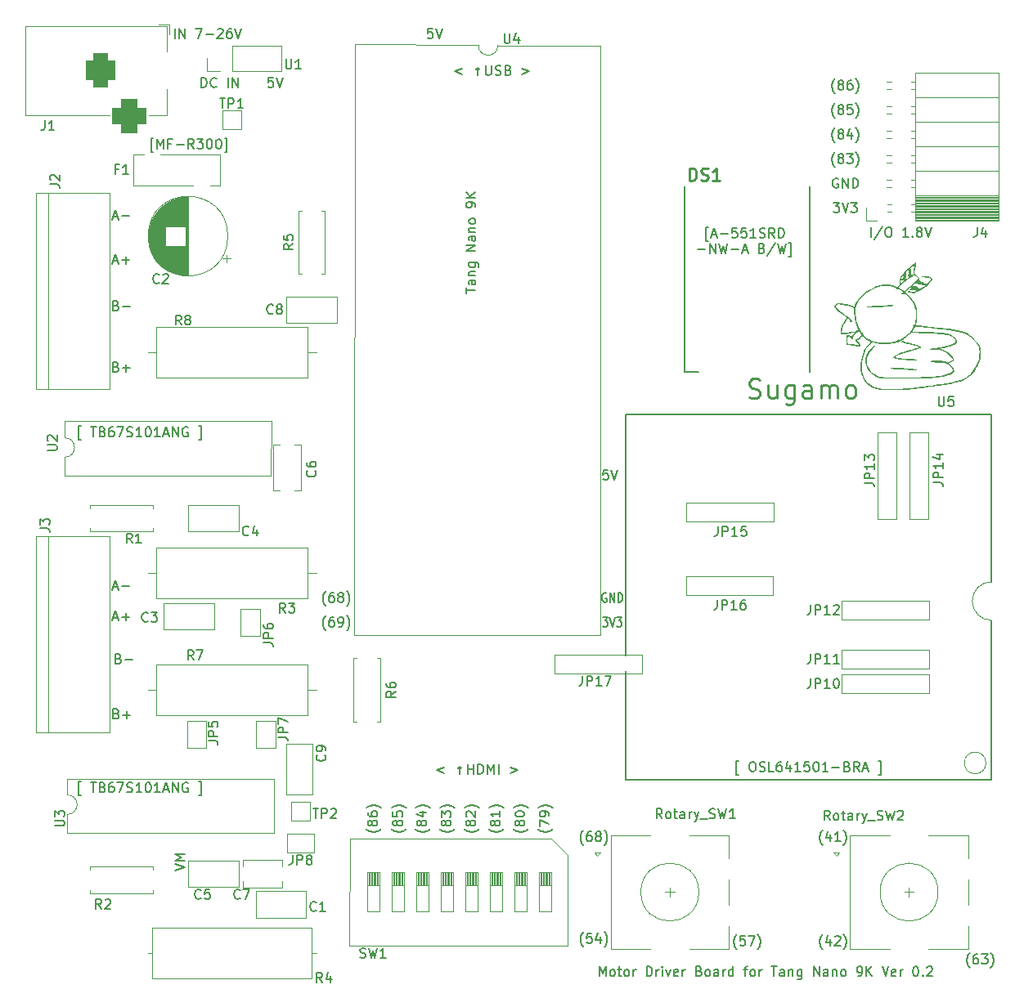
<source format=gto>
G04 #@! TF.GenerationSoftware,KiCad,Pcbnew,(6.0.5)*
G04 #@! TF.CreationDate,2023-01-27T21:33:46+09:00*
G04 #@! TF.ProjectId,tangnano9k_motordriver,74616e67-6e61-46e6-9f39-6b5f6d6f746f,rev?*
G04 #@! TF.SameCoordinates,Original*
G04 #@! TF.FileFunction,Legend,Top*
G04 #@! TF.FilePolarity,Positive*
%FSLAX46Y46*%
G04 Gerber Fmt 4.6, Leading zero omitted, Abs format (unit mm)*
G04 Created by KiCad (PCBNEW (6.0.5)) date 2023-01-27 21:33:46*
%MOMM*%
%LPD*%
G01*
G04 APERTURE LIST*
G04 Aperture macros list*
%AMRoundRect*
0 Rectangle with rounded corners*
0 $1 Rounding radius*
0 $2 $3 $4 $5 $6 $7 $8 $9 X,Y pos of 4 corners*
0 Add a 4 corners polygon primitive as box body*
4,1,4,$2,$3,$4,$5,$6,$7,$8,$9,$2,$3,0*
0 Add four circle primitives for the rounded corners*
1,1,$1+$1,$2,$3*
1,1,$1+$1,$4,$5*
1,1,$1+$1,$6,$7*
1,1,$1+$1,$8,$9*
0 Add four rect primitives between the rounded corners*
20,1,$1+$1,$2,$3,$4,$5,0*
20,1,$1+$1,$4,$5,$6,$7,0*
20,1,$1+$1,$6,$7,$8,$9,0*
20,1,$1+$1,$8,$9,$2,$3,0*%
%AMFreePoly0*
4,1,14,3.433000,0.000000,2.671000,-0.762000,0.131000,-0.762000,-0.631000,-0.723997,-0.123000,-0.281995,-0.123000,-0.150000,-0.150000,-0.150000,-0.150000,0.150000,-0.123000,0.150000,-0.123000,0.234002,-0.631000,0.676003,0.131000,0.762000,2.671000,0.762000,3.433000,0.000000,3.433000,0.000000,$1*%
%AMFreePoly1*
4,1,10,0.799000,0.700000,0.323000,0.254000,0.323000,-0.254000,0.799000,-0.700000,0.323000,-0.762000,-2.217000,-0.762000,-1.455000,0.000000,-2.217000,0.762000,0.069000,0.762000,0.799000,0.700000,0.799000,0.700000,$1*%
%AMFreePoly2*
4,1,6,1.000000,0.000000,0.500000,-0.750000,-0.500000,-0.750000,-0.500000,0.750000,0.500000,0.750000,1.000000,0.000000,1.000000,0.000000,$1*%
%AMFreePoly3*
4,1,6,0.500000,-0.750000,-0.650000,-0.750000,-0.150000,0.000000,-0.650000,0.750000,0.500000,0.750000,0.500000,-0.750000,0.500000,-0.750000,$1*%
G04 Aperture macros list end*
%ADD10C,0.150000*%
%ADD11C,0.250000*%
%ADD12C,0.254000*%
%ADD13C,0.120000*%
%ADD14C,0.200000*%
%ADD15C,1.400000*%
%ADD16FreePoly0,180.000000*%
%ADD17FreePoly1,180.000000*%
%ADD18FreePoly0,0.000000*%
%ADD19FreePoly1,0.000000*%
%ADD20FreePoly0,270.000000*%
%ADD21FreePoly1,270.000000*%
%ADD22R,1.700000X1.700000*%
%ADD23C,1.700000*%
%ADD24C,2.400000*%
%ADD25O,2.400000X2.400000*%
%ADD26C,1.600000*%
%ADD27O,1.600000X1.600000*%
%ADD28R,1.600000X1.600000*%
%ADD29FreePoly2,270.000000*%
%ADD30FreePoly3,270.000000*%
%ADD31C,2.700000*%
%ADD32R,2.000000X2.000000*%
%ADD33C,2.000000*%
%ADD34R,3.200000X2.000000*%
%ADD35R,1.500000X1.500000*%
%ADD36R,1.000000X1.600000*%
%ADD37O,1.000000X1.600000*%
%ADD38R,1.100000X1.100000*%
%ADD39C,1.100000*%
%ADD40O,1.700000X1.700000*%
%ADD41C,2.010000*%
%ADD42R,3.500000X3.500000*%
%ADD43RoundRect,0.750000X-0.750000X-1.000000X0.750000X-1.000000X0.750000X1.000000X-0.750000X1.000000X0*%
%ADD44RoundRect,0.875000X-0.875000X-0.875000X0.875000X-0.875000X0.875000X0.875000X-0.875000X0.875000X0*%
%ADD45C,3.000000*%
%ADD46FreePoly2,180.000000*%
%ADD47FreePoly3,180.000000*%
G04 APERTURE END LIST*
D10*
X102044523Y-47712380D02*
X101568333Y-47712380D01*
X101520714Y-48188571D01*
X101568333Y-48140952D01*
X101663571Y-48093333D01*
X101901666Y-48093333D01*
X101996904Y-48140952D01*
X102044523Y-48188571D01*
X102092142Y-48283809D01*
X102092142Y-48521904D01*
X102044523Y-48617142D01*
X101996904Y-48664761D01*
X101901666Y-48712380D01*
X101663571Y-48712380D01*
X101568333Y-48664761D01*
X101520714Y-48617142D01*
X102377857Y-47712380D02*
X102711190Y-48712380D01*
X103044523Y-47712380D01*
X65659761Y-127150714D02*
X65421666Y-127150714D01*
X65421666Y-125722142D01*
X65659761Y-125722142D01*
X66659761Y-125817380D02*
X67231190Y-125817380D01*
X66945476Y-126817380D02*
X66945476Y-125817380D01*
X67897857Y-126293571D02*
X68040714Y-126341190D01*
X68088333Y-126388809D01*
X68135952Y-126484047D01*
X68135952Y-126626904D01*
X68088333Y-126722142D01*
X68040714Y-126769761D01*
X67945476Y-126817380D01*
X67564523Y-126817380D01*
X67564523Y-125817380D01*
X67897857Y-125817380D01*
X67993095Y-125865000D01*
X68040714Y-125912619D01*
X68088333Y-126007857D01*
X68088333Y-126103095D01*
X68040714Y-126198333D01*
X67993095Y-126245952D01*
X67897857Y-126293571D01*
X67564523Y-126293571D01*
X68993095Y-125817380D02*
X68802619Y-125817380D01*
X68707380Y-125865000D01*
X68659761Y-125912619D01*
X68564523Y-126055476D01*
X68516904Y-126245952D01*
X68516904Y-126626904D01*
X68564523Y-126722142D01*
X68612142Y-126769761D01*
X68707380Y-126817380D01*
X68897857Y-126817380D01*
X68993095Y-126769761D01*
X69040714Y-126722142D01*
X69088333Y-126626904D01*
X69088333Y-126388809D01*
X69040714Y-126293571D01*
X68993095Y-126245952D01*
X68897857Y-126198333D01*
X68707380Y-126198333D01*
X68612142Y-126245952D01*
X68564523Y-126293571D01*
X68516904Y-126388809D01*
X69421666Y-125817380D02*
X70088333Y-125817380D01*
X69659761Y-126817380D01*
X70421666Y-126769761D02*
X70564523Y-126817380D01*
X70802619Y-126817380D01*
X70897857Y-126769761D01*
X70945476Y-126722142D01*
X70993095Y-126626904D01*
X70993095Y-126531666D01*
X70945476Y-126436428D01*
X70897857Y-126388809D01*
X70802619Y-126341190D01*
X70612142Y-126293571D01*
X70516904Y-126245952D01*
X70469285Y-126198333D01*
X70421666Y-126103095D01*
X70421666Y-126007857D01*
X70469285Y-125912619D01*
X70516904Y-125865000D01*
X70612142Y-125817380D01*
X70850238Y-125817380D01*
X70993095Y-125865000D01*
X71945476Y-126817380D02*
X71374047Y-126817380D01*
X71659761Y-126817380D02*
X71659761Y-125817380D01*
X71564523Y-125960238D01*
X71469285Y-126055476D01*
X71374047Y-126103095D01*
X72564523Y-125817380D02*
X72659761Y-125817380D01*
X72755000Y-125865000D01*
X72802619Y-125912619D01*
X72850238Y-126007857D01*
X72897857Y-126198333D01*
X72897857Y-126436428D01*
X72850238Y-126626904D01*
X72802619Y-126722142D01*
X72755000Y-126769761D01*
X72659761Y-126817380D01*
X72564523Y-126817380D01*
X72469285Y-126769761D01*
X72421666Y-126722142D01*
X72374047Y-126626904D01*
X72326428Y-126436428D01*
X72326428Y-126198333D01*
X72374047Y-126007857D01*
X72421666Y-125912619D01*
X72469285Y-125865000D01*
X72564523Y-125817380D01*
X73850238Y-126817380D02*
X73278809Y-126817380D01*
X73564523Y-126817380D02*
X73564523Y-125817380D01*
X73469285Y-125960238D01*
X73374047Y-126055476D01*
X73278809Y-126103095D01*
X74231190Y-126531666D02*
X74707380Y-126531666D01*
X74135952Y-126817380D02*
X74469285Y-125817380D01*
X74802619Y-126817380D01*
X75135952Y-126817380D02*
X75135952Y-125817380D01*
X75707380Y-126817380D01*
X75707380Y-125817380D01*
X76707380Y-125865000D02*
X76612142Y-125817380D01*
X76469285Y-125817380D01*
X76326428Y-125865000D01*
X76231190Y-125960238D01*
X76183571Y-126055476D01*
X76135952Y-126245952D01*
X76135952Y-126388809D01*
X76183571Y-126579285D01*
X76231190Y-126674523D01*
X76326428Y-126769761D01*
X76469285Y-126817380D01*
X76564523Y-126817380D01*
X76707380Y-126769761D01*
X76755000Y-126722142D01*
X76755000Y-126388809D01*
X76564523Y-126388809D01*
X77850238Y-127150714D02*
X78088333Y-127150714D01*
X78088333Y-125722142D01*
X77850238Y-125722142D01*
X144018095Y-63254000D02*
X143922857Y-63206380D01*
X143780000Y-63206380D01*
X143637142Y-63254000D01*
X143541904Y-63349238D01*
X143494285Y-63444476D01*
X143446666Y-63634952D01*
X143446666Y-63777809D01*
X143494285Y-63968285D01*
X143541904Y-64063523D01*
X143637142Y-64158761D01*
X143780000Y-64206380D01*
X143875238Y-64206380D01*
X144018095Y-64158761D01*
X144065714Y-64111142D01*
X144065714Y-63777809D01*
X143875238Y-63777809D01*
X144494285Y-64206380D02*
X144494285Y-63206380D01*
X145065714Y-64206380D01*
X145065714Y-63206380D01*
X145541904Y-64206380D02*
X145541904Y-63206380D01*
X145780000Y-63206380D01*
X145922857Y-63254000D01*
X146018095Y-63349238D01*
X146065714Y-63444476D01*
X146113333Y-63634952D01*
X146113333Y-63777809D01*
X146065714Y-63968285D01*
X146018095Y-64063523D01*
X145922857Y-64158761D01*
X145780000Y-64206380D01*
X145541904Y-64206380D01*
X143684761Y-59507333D02*
X143637142Y-59459714D01*
X143541904Y-59316857D01*
X143494285Y-59221619D01*
X143446666Y-59078761D01*
X143399047Y-58840666D01*
X143399047Y-58650190D01*
X143446666Y-58412095D01*
X143494285Y-58269238D01*
X143541904Y-58174000D01*
X143637142Y-58031142D01*
X143684761Y-57983523D01*
X144208571Y-58554952D02*
X144113333Y-58507333D01*
X144065714Y-58459714D01*
X144018095Y-58364476D01*
X144018095Y-58316857D01*
X144065714Y-58221619D01*
X144113333Y-58174000D01*
X144208571Y-58126380D01*
X144399047Y-58126380D01*
X144494285Y-58174000D01*
X144541904Y-58221619D01*
X144589523Y-58316857D01*
X144589523Y-58364476D01*
X144541904Y-58459714D01*
X144494285Y-58507333D01*
X144399047Y-58554952D01*
X144208571Y-58554952D01*
X144113333Y-58602571D01*
X144065714Y-58650190D01*
X144018095Y-58745428D01*
X144018095Y-58935904D01*
X144065714Y-59031142D01*
X144113333Y-59078761D01*
X144208571Y-59126380D01*
X144399047Y-59126380D01*
X144494285Y-59078761D01*
X144541904Y-59031142D01*
X144589523Y-58935904D01*
X144589523Y-58745428D01*
X144541904Y-58650190D01*
X144494285Y-58602571D01*
X144399047Y-58554952D01*
X145446666Y-58459714D02*
X145446666Y-59126380D01*
X145208571Y-58078761D02*
X144970476Y-58793047D01*
X145589523Y-58793047D01*
X145875238Y-59507333D02*
X145922857Y-59459714D01*
X146018095Y-59316857D01*
X146065714Y-59221619D01*
X146113333Y-59078761D01*
X146160952Y-58840666D01*
X146160952Y-58650190D01*
X146113333Y-58412095D01*
X146065714Y-58269238D01*
X146018095Y-58174000D01*
X145922857Y-58031142D01*
X145875238Y-57983523D01*
X68992857Y-105576666D02*
X69469047Y-105576666D01*
X68897619Y-105862380D02*
X69230952Y-104862380D01*
X69564285Y-105862380D01*
X69897619Y-105481428D02*
X70659523Y-105481428D01*
X114498333Y-130635238D02*
X114450714Y-130682857D01*
X114307857Y-130778095D01*
X114212619Y-130825714D01*
X114069761Y-130873333D01*
X113831666Y-130920952D01*
X113641190Y-130920952D01*
X113403095Y-130873333D01*
X113260238Y-130825714D01*
X113165000Y-130778095D01*
X113022142Y-130682857D01*
X112974523Y-130635238D01*
X113117380Y-130349523D02*
X113117380Y-129682857D01*
X114117380Y-130111428D01*
X114117380Y-129254285D02*
X114117380Y-129063809D01*
X114069761Y-128968571D01*
X114022142Y-128920952D01*
X113879285Y-128825714D01*
X113688809Y-128778095D01*
X113307857Y-128778095D01*
X113212619Y-128825714D01*
X113165000Y-128873333D01*
X113117380Y-128968571D01*
X113117380Y-129159047D01*
X113165000Y-129254285D01*
X113212619Y-129301904D01*
X113307857Y-129349523D01*
X113545952Y-129349523D01*
X113641190Y-129301904D01*
X113688809Y-129254285D01*
X113736428Y-129159047D01*
X113736428Y-128968571D01*
X113688809Y-128873333D01*
X113641190Y-128825714D01*
X113545952Y-128778095D01*
X114498333Y-128444761D02*
X114450714Y-128397142D01*
X114307857Y-128301904D01*
X114212619Y-128254285D01*
X114069761Y-128206666D01*
X113831666Y-128159047D01*
X113641190Y-128159047D01*
X113403095Y-128206666D01*
X113260238Y-128254285D01*
X113165000Y-128301904D01*
X113022142Y-128397142D01*
X112974523Y-128444761D01*
X142414761Y-143073333D02*
X142367142Y-143025714D01*
X142271904Y-142882857D01*
X142224285Y-142787619D01*
X142176666Y-142644761D01*
X142129047Y-142406666D01*
X142129047Y-142216190D01*
X142176666Y-141978095D01*
X142224285Y-141835238D01*
X142271904Y-141740000D01*
X142367142Y-141597142D01*
X142414761Y-141549523D01*
X143224285Y-142025714D02*
X143224285Y-142692380D01*
X142986190Y-141644761D02*
X142748095Y-142359047D01*
X143367142Y-142359047D01*
X143700476Y-141787619D02*
X143748095Y-141740000D01*
X143843333Y-141692380D01*
X144081428Y-141692380D01*
X144176666Y-141740000D01*
X144224285Y-141787619D01*
X144271904Y-141882857D01*
X144271904Y-141978095D01*
X144224285Y-142120952D01*
X143652857Y-142692380D01*
X144271904Y-142692380D01*
X144605238Y-143073333D02*
X144652857Y-143025714D01*
X144748095Y-142882857D01*
X144795714Y-142787619D01*
X144843333Y-142644761D01*
X144890952Y-142406666D01*
X144890952Y-142216190D01*
X144843333Y-141978095D01*
X144795714Y-141835238D01*
X144748095Y-141740000D01*
X144652857Y-141597142D01*
X144605238Y-141549523D01*
X69556380Y-112958571D02*
X69699238Y-113006190D01*
X69746857Y-113053809D01*
X69794476Y-113149047D01*
X69794476Y-113291904D01*
X69746857Y-113387142D01*
X69699238Y-113434761D01*
X69604000Y-113482380D01*
X69223047Y-113482380D01*
X69223047Y-112482380D01*
X69556380Y-112482380D01*
X69651619Y-112530000D01*
X69699238Y-112577619D01*
X69746857Y-112672857D01*
X69746857Y-112768095D01*
X69699238Y-112863333D01*
X69651619Y-112910952D01*
X69556380Y-112958571D01*
X69223047Y-112958571D01*
X70223047Y-113101428D02*
X70984952Y-113101428D01*
X142414761Y-132278333D02*
X142367142Y-132230714D01*
X142271904Y-132087857D01*
X142224285Y-131992619D01*
X142176666Y-131849761D01*
X142129047Y-131611666D01*
X142129047Y-131421190D01*
X142176666Y-131183095D01*
X142224285Y-131040238D01*
X142271904Y-130945000D01*
X142367142Y-130802142D01*
X142414761Y-130754523D01*
X143224285Y-131230714D02*
X143224285Y-131897380D01*
X142986190Y-130849761D02*
X142748095Y-131564047D01*
X143367142Y-131564047D01*
X144271904Y-131897380D02*
X143700476Y-131897380D01*
X143986190Y-131897380D02*
X143986190Y-130897380D01*
X143890952Y-131040238D01*
X143795714Y-131135476D01*
X143700476Y-131183095D01*
X144605238Y-132278333D02*
X144652857Y-132230714D01*
X144748095Y-132087857D01*
X144795714Y-131992619D01*
X144843333Y-131849761D01*
X144890952Y-131611666D01*
X144890952Y-131421190D01*
X144843333Y-131183095D01*
X144795714Y-131040238D01*
X144748095Y-130945000D01*
X144652857Y-130802142D01*
X144605238Y-130754523D01*
X117649761Y-132278333D02*
X117602142Y-132230714D01*
X117506904Y-132087857D01*
X117459285Y-131992619D01*
X117411666Y-131849761D01*
X117364047Y-131611666D01*
X117364047Y-131421190D01*
X117411666Y-131183095D01*
X117459285Y-131040238D01*
X117506904Y-130945000D01*
X117602142Y-130802142D01*
X117649761Y-130754523D01*
X118459285Y-130897380D02*
X118268809Y-130897380D01*
X118173571Y-130945000D01*
X118125952Y-130992619D01*
X118030714Y-131135476D01*
X117983095Y-131325952D01*
X117983095Y-131706904D01*
X118030714Y-131802142D01*
X118078333Y-131849761D01*
X118173571Y-131897380D01*
X118364047Y-131897380D01*
X118459285Y-131849761D01*
X118506904Y-131802142D01*
X118554523Y-131706904D01*
X118554523Y-131468809D01*
X118506904Y-131373571D01*
X118459285Y-131325952D01*
X118364047Y-131278333D01*
X118173571Y-131278333D01*
X118078333Y-131325952D01*
X118030714Y-131373571D01*
X117983095Y-131468809D01*
X119125952Y-131325952D02*
X119030714Y-131278333D01*
X118983095Y-131230714D01*
X118935476Y-131135476D01*
X118935476Y-131087857D01*
X118983095Y-130992619D01*
X119030714Y-130945000D01*
X119125952Y-130897380D01*
X119316428Y-130897380D01*
X119411666Y-130945000D01*
X119459285Y-130992619D01*
X119506904Y-131087857D01*
X119506904Y-131135476D01*
X119459285Y-131230714D01*
X119411666Y-131278333D01*
X119316428Y-131325952D01*
X119125952Y-131325952D01*
X119030714Y-131373571D01*
X118983095Y-131421190D01*
X118935476Y-131516428D01*
X118935476Y-131706904D01*
X118983095Y-131802142D01*
X119030714Y-131849761D01*
X119125952Y-131897380D01*
X119316428Y-131897380D01*
X119411666Y-131849761D01*
X119459285Y-131802142D01*
X119506904Y-131706904D01*
X119506904Y-131516428D01*
X119459285Y-131421190D01*
X119411666Y-131373571D01*
X119316428Y-131325952D01*
X119840238Y-132278333D02*
X119887857Y-132230714D01*
X119983095Y-132087857D01*
X120030714Y-131992619D01*
X120078333Y-131849761D01*
X120125952Y-131611666D01*
X120125952Y-131421190D01*
X120078333Y-131183095D01*
X120030714Y-131040238D01*
X119983095Y-130945000D01*
X119887857Y-130802142D01*
X119840238Y-130754523D01*
X99333333Y-130635238D02*
X99285714Y-130682857D01*
X99142857Y-130778095D01*
X99047619Y-130825714D01*
X98904761Y-130873333D01*
X98666666Y-130920952D01*
X98476190Y-130920952D01*
X98238095Y-130873333D01*
X98095238Y-130825714D01*
X98000000Y-130778095D01*
X97857142Y-130682857D01*
X97809523Y-130635238D01*
X98380952Y-130111428D02*
X98333333Y-130206666D01*
X98285714Y-130254285D01*
X98190476Y-130301904D01*
X98142857Y-130301904D01*
X98047619Y-130254285D01*
X98000000Y-130206666D01*
X97952380Y-130111428D01*
X97952380Y-129920952D01*
X98000000Y-129825714D01*
X98047619Y-129778095D01*
X98142857Y-129730476D01*
X98190476Y-129730476D01*
X98285714Y-129778095D01*
X98333333Y-129825714D01*
X98380952Y-129920952D01*
X98380952Y-130111428D01*
X98428571Y-130206666D01*
X98476190Y-130254285D01*
X98571428Y-130301904D01*
X98761904Y-130301904D01*
X98857142Y-130254285D01*
X98904761Y-130206666D01*
X98952380Y-130111428D01*
X98952380Y-129920952D01*
X98904761Y-129825714D01*
X98857142Y-129778095D01*
X98761904Y-129730476D01*
X98571428Y-129730476D01*
X98476190Y-129778095D01*
X98428571Y-129825714D01*
X98380952Y-129920952D01*
X97952380Y-128825714D02*
X97952380Y-129301904D01*
X98428571Y-129349523D01*
X98380952Y-129301904D01*
X98333333Y-129206666D01*
X98333333Y-128968571D01*
X98380952Y-128873333D01*
X98428571Y-128825714D01*
X98523809Y-128778095D01*
X98761904Y-128778095D01*
X98857142Y-128825714D01*
X98904761Y-128873333D01*
X98952380Y-128968571D01*
X98952380Y-129206666D01*
X98904761Y-129301904D01*
X98857142Y-129349523D01*
X99333333Y-128444761D02*
X99285714Y-128397142D01*
X99142857Y-128301904D01*
X99047619Y-128254285D01*
X98904761Y-128206666D01*
X98666666Y-128159047D01*
X98476190Y-128159047D01*
X98238095Y-128206666D01*
X98095238Y-128254285D01*
X98000000Y-128301904D01*
X97857142Y-128397142D01*
X97809523Y-128444761D01*
X143684761Y-54427333D02*
X143637142Y-54379714D01*
X143541904Y-54236857D01*
X143494285Y-54141619D01*
X143446666Y-53998761D01*
X143399047Y-53760666D01*
X143399047Y-53570190D01*
X143446666Y-53332095D01*
X143494285Y-53189238D01*
X143541904Y-53094000D01*
X143637142Y-52951142D01*
X143684761Y-52903523D01*
X144208571Y-53474952D02*
X144113333Y-53427333D01*
X144065714Y-53379714D01*
X144018095Y-53284476D01*
X144018095Y-53236857D01*
X144065714Y-53141619D01*
X144113333Y-53094000D01*
X144208571Y-53046380D01*
X144399047Y-53046380D01*
X144494285Y-53094000D01*
X144541904Y-53141619D01*
X144589523Y-53236857D01*
X144589523Y-53284476D01*
X144541904Y-53379714D01*
X144494285Y-53427333D01*
X144399047Y-53474952D01*
X144208571Y-53474952D01*
X144113333Y-53522571D01*
X144065714Y-53570190D01*
X144018095Y-53665428D01*
X144018095Y-53855904D01*
X144065714Y-53951142D01*
X144113333Y-53998761D01*
X144208571Y-54046380D01*
X144399047Y-54046380D01*
X144494285Y-53998761D01*
X144541904Y-53951142D01*
X144589523Y-53855904D01*
X144589523Y-53665428D01*
X144541904Y-53570190D01*
X144494285Y-53522571D01*
X144399047Y-53474952D01*
X145446666Y-53046380D02*
X145256190Y-53046380D01*
X145160952Y-53094000D01*
X145113333Y-53141619D01*
X145018095Y-53284476D01*
X144970476Y-53474952D01*
X144970476Y-53855904D01*
X145018095Y-53951142D01*
X145065714Y-53998761D01*
X145160952Y-54046380D01*
X145351428Y-54046380D01*
X145446666Y-53998761D01*
X145494285Y-53951142D01*
X145541904Y-53855904D01*
X145541904Y-53617809D01*
X145494285Y-53522571D01*
X145446666Y-53474952D01*
X145351428Y-53427333D01*
X145160952Y-53427333D01*
X145065714Y-53474952D01*
X145018095Y-53522571D01*
X144970476Y-53617809D01*
X145875238Y-54427333D02*
X145922857Y-54379714D01*
X146018095Y-54236857D01*
X146065714Y-54141619D01*
X146113333Y-53998761D01*
X146160952Y-53760666D01*
X146160952Y-53570190D01*
X146113333Y-53332095D01*
X146065714Y-53189238D01*
X146018095Y-53094000D01*
X145922857Y-52951142D01*
X145875238Y-52903523D01*
X65659761Y-90320714D02*
X65421666Y-90320714D01*
X65421666Y-88892142D01*
X65659761Y-88892142D01*
X66659761Y-88987380D02*
X67231190Y-88987380D01*
X66945476Y-89987380D02*
X66945476Y-88987380D01*
X67897857Y-89463571D02*
X68040714Y-89511190D01*
X68088333Y-89558809D01*
X68135952Y-89654047D01*
X68135952Y-89796904D01*
X68088333Y-89892142D01*
X68040714Y-89939761D01*
X67945476Y-89987380D01*
X67564523Y-89987380D01*
X67564523Y-88987380D01*
X67897857Y-88987380D01*
X67993095Y-89035000D01*
X68040714Y-89082619D01*
X68088333Y-89177857D01*
X68088333Y-89273095D01*
X68040714Y-89368333D01*
X67993095Y-89415952D01*
X67897857Y-89463571D01*
X67564523Y-89463571D01*
X68993095Y-88987380D02*
X68802619Y-88987380D01*
X68707380Y-89035000D01*
X68659761Y-89082619D01*
X68564523Y-89225476D01*
X68516904Y-89415952D01*
X68516904Y-89796904D01*
X68564523Y-89892142D01*
X68612142Y-89939761D01*
X68707380Y-89987380D01*
X68897857Y-89987380D01*
X68993095Y-89939761D01*
X69040714Y-89892142D01*
X69088333Y-89796904D01*
X69088333Y-89558809D01*
X69040714Y-89463571D01*
X68993095Y-89415952D01*
X68897857Y-89368333D01*
X68707380Y-89368333D01*
X68612142Y-89415952D01*
X68564523Y-89463571D01*
X68516904Y-89558809D01*
X69421666Y-88987380D02*
X70088333Y-88987380D01*
X69659761Y-89987380D01*
X70421666Y-89939761D02*
X70564523Y-89987380D01*
X70802619Y-89987380D01*
X70897857Y-89939761D01*
X70945476Y-89892142D01*
X70993095Y-89796904D01*
X70993095Y-89701666D01*
X70945476Y-89606428D01*
X70897857Y-89558809D01*
X70802619Y-89511190D01*
X70612142Y-89463571D01*
X70516904Y-89415952D01*
X70469285Y-89368333D01*
X70421666Y-89273095D01*
X70421666Y-89177857D01*
X70469285Y-89082619D01*
X70516904Y-89035000D01*
X70612142Y-88987380D01*
X70850238Y-88987380D01*
X70993095Y-89035000D01*
X71945476Y-89987380D02*
X71374047Y-89987380D01*
X71659761Y-89987380D02*
X71659761Y-88987380D01*
X71564523Y-89130238D01*
X71469285Y-89225476D01*
X71374047Y-89273095D01*
X72564523Y-88987380D02*
X72659761Y-88987380D01*
X72755000Y-89035000D01*
X72802619Y-89082619D01*
X72850238Y-89177857D01*
X72897857Y-89368333D01*
X72897857Y-89606428D01*
X72850238Y-89796904D01*
X72802619Y-89892142D01*
X72755000Y-89939761D01*
X72659761Y-89987380D01*
X72564523Y-89987380D01*
X72469285Y-89939761D01*
X72421666Y-89892142D01*
X72374047Y-89796904D01*
X72326428Y-89606428D01*
X72326428Y-89368333D01*
X72374047Y-89177857D01*
X72421666Y-89082619D01*
X72469285Y-89035000D01*
X72564523Y-88987380D01*
X73850238Y-89987380D02*
X73278809Y-89987380D01*
X73564523Y-89987380D02*
X73564523Y-88987380D01*
X73469285Y-89130238D01*
X73374047Y-89225476D01*
X73278809Y-89273095D01*
X74231190Y-89701666D02*
X74707380Y-89701666D01*
X74135952Y-89987380D02*
X74469285Y-88987380D01*
X74802619Y-89987380D01*
X75135952Y-89987380D02*
X75135952Y-88987380D01*
X75707380Y-89987380D01*
X75707380Y-88987380D01*
X76707380Y-89035000D02*
X76612142Y-88987380D01*
X76469285Y-88987380D01*
X76326428Y-89035000D01*
X76231190Y-89130238D01*
X76183571Y-89225476D01*
X76135952Y-89415952D01*
X76135952Y-89558809D01*
X76183571Y-89749285D01*
X76231190Y-89844523D01*
X76326428Y-89939761D01*
X76469285Y-89987380D01*
X76564523Y-89987380D01*
X76707380Y-89939761D01*
X76755000Y-89892142D01*
X76755000Y-89558809D01*
X76564523Y-89558809D01*
X77850238Y-90320714D02*
X78088333Y-90320714D01*
X78088333Y-88892142D01*
X77850238Y-88892142D01*
X143684761Y-62047333D02*
X143637142Y-61999714D01*
X143541904Y-61856857D01*
X143494285Y-61761619D01*
X143446666Y-61618761D01*
X143399047Y-61380666D01*
X143399047Y-61190190D01*
X143446666Y-60952095D01*
X143494285Y-60809238D01*
X143541904Y-60714000D01*
X143637142Y-60571142D01*
X143684761Y-60523523D01*
X144208571Y-61094952D02*
X144113333Y-61047333D01*
X144065714Y-60999714D01*
X144018095Y-60904476D01*
X144018095Y-60856857D01*
X144065714Y-60761619D01*
X144113333Y-60714000D01*
X144208571Y-60666380D01*
X144399047Y-60666380D01*
X144494285Y-60714000D01*
X144541904Y-60761619D01*
X144589523Y-60856857D01*
X144589523Y-60904476D01*
X144541904Y-60999714D01*
X144494285Y-61047333D01*
X144399047Y-61094952D01*
X144208571Y-61094952D01*
X144113333Y-61142571D01*
X144065714Y-61190190D01*
X144018095Y-61285428D01*
X144018095Y-61475904D01*
X144065714Y-61571142D01*
X144113333Y-61618761D01*
X144208571Y-61666380D01*
X144399047Y-61666380D01*
X144494285Y-61618761D01*
X144541904Y-61571142D01*
X144589523Y-61475904D01*
X144589523Y-61285428D01*
X144541904Y-61190190D01*
X144494285Y-61142571D01*
X144399047Y-61094952D01*
X144922857Y-60666380D02*
X145541904Y-60666380D01*
X145208571Y-61047333D01*
X145351428Y-61047333D01*
X145446666Y-61094952D01*
X145494285Y-61142571D01*
X145541904Y-61237809D01*
X145541904Y-61475904D01*
X145494285Y-61571142D01*
X145446666Y-61618761D01*
X145351428Y-61666380D01*
X145065714Y-61666380D01*
X144970476Y-61618761D01*
X144922857Y-61571142D01*
X145875238Y-62047333D02*
X145922857Y-61999714D01*
X146018095Y-61856857D01*
X146065714Y-61761619D01*
X146113333Y-61618761D01*
X146160952Y-61380666D01*
X146160952Y-61190190D01*
X146113333Y-60952095D01*
X146065714Y-60809238D01*
X146018095Y-60714000D01*
X145922857Y-60571142D01*
X145875238Y-60523523D01*
X75377219Y-134889761D02*
X76377219Y-134556428D01*
X75377219Y-134223095D01*
X76377219Y-133889761D02*
X75377219Y-133889761D01*
X76091505Y-133556428D01*
X75377219Y-133223095D01*
X76377219Y-133223095D01*
X96718333Y-130635238D02*
X96670714Y-130682857D01*
X96527857Y-130778095D01*
X96432619Y-130825714D01*
X96289761Y-130873333D01*
X96051666Y-130920952D01*
X95861190Y-130920952D01*
X95623095Y-130873333D01*
X95480238Y-130825714D01*
X95385000Y-130778095D01*
X95242142Y-130682857D01*
X95194523Y-130635238D01*
X95765952Y-130111428D02*
X95718333Y-130206666D01*
X95670714Y-130254285D01*
X95575476Y-130301904D01*
X95527857Y-130301904D01*
X95432619Y-130254285D01*
X95385000Y-130206666D01*
X95337380Y-130111428D01*
X95337380Y-129920952D01*
X95385000Y-129825714D01*
X95432619Y-129778095D01*
X95527857Y-129730476D01*
X95575476Y-129730476D01*
X95670714Y-129778095D01*
X95718333Y-129825714D01*
X95765952Y-129920952D01*
X95765952Y-130111428D01*
X95813571Y-130206666D01*
X95861190Y-130254285D01*
X95956428Y-130301904D01*
X96146904Y-130301904D01*
X96242142Y-130254285D01*
X96289761Y-130206666D01*
X96337380Y-130111428D01*
X96337380Y-129920952D01*
X96289761Y-129825714D01*
X96242142Y-129778095D01*
X96146904Y-129730476D01*
X95956428Y-129730476D01*
X95861190Y-129778095D01*
X95813571Y-129825714D01*
X95765952Y-129920952D01*
X95337380Y-128873333D02*
X95337380Y-129063809D01*
X95385000Y-129159047D01*
X95432619Y-129206666D01*
X95575476Y-129301904D01*
X95765952Y-129349523D01*
X96146904Y-129349523D01*
X96242142Y-129301904D01*
X96289761Y-129254285D01*
X96337380Y-129159047D01*
X96337380Y-128968571D01*
X96289761Y-128873333D01*
X96242142Y-128825714D01*
X96146904Y-128778095D01*
X95908809Y-128778095D01*
X95813571Y-128825714D01*
X95765952Y-128873333D01*
X95718333Y-128968571D01*
X95718333Y-129159047D01*
X95765952Y-129254285D01*
X95813571Y-129301904D01*
X95908809Y-129349523D01*
X96718333Y-128444761D02*
X96670714Y-128397142D01*
X96527857Y-128301904D01*
X96432619Y-128254285D01*
X96289761Y-128206666D01*
X96051666Y-128159047D01*
X95861190Y-128159047D01*
X95623095Y-128206666D01*
X95480238Y-128254285D01*
X95385000Y-128301904D01*
X95242142Y-128397142D01*
X95194523Y-128444761D01*
X101798333Y-130635238D02*
X101750714Y-130682857D01*
X101607857Y-130778095D01*
X101512619Y-130825714D01*
X101369761Y-130873333D01*
X101131666Y-130920952D01*
X100941190Y-130920952D01*
X100703095Y-130873333D01*
X100560238Y-130825714D01*
X100465000Y-130778095D01*
X100322142Y-130682857D01*
X100274523Y-130635238D01*
X100845952Y-130111428D02*
X100798333Y-130206666D01*
X100750714Y-130254285D01*
X100655476Y-130301904D01*
X100607857Y-130301904D01*
X100512619Y-130254285D01*
X100465000Y-130206666D01*
X100417380Y-130111428D01*
X100417380Y-129920952D01*
X100465000Y-129825714D01*
X100512619Y-129778095D01*
X100607857Y-129730476D01*
X100655476Y-129730476D01*
X100750714Y-129778095D01*
X100798333Y-129825714D01*
X100845952Y-129920952D01*
X100845952Y-130111428D01*
X100893571Y-130206666D01*
X100941190Y-130254285D01*
X101036428Y-130301904D01*
X101226904Y-130301904D01*
X101322142Y-130254285D01*
X101369761Y-130206666D01*
X101417380Y-130111428D01*
X101417380Y-129920952D01*
X101369761Y-129825714D01*
X101322142Y-129778095D01*
X101226904Y-129730476D01*
X101036428Y-129730476D01*
X100941190Y-129778095D01*
X100893571Y-129825714D01*
X100845952Y-129920952D01*
X100750714Y-128873333D02*
X101417380Y-128873333D01*
X100369761Y-129111428D02*
X101084047Y-129349523D01*
X101084047Y-128730476D01*
X101798333Y-128444761D02*
X101750714Y-128397142D01*
X101607857Y-128301904D01*
X101512619Y-128254285D01*
X101369761Y-128206666D01*
X101131666Y-128159047D01*
X100941190Y-128159047D01*
X100703095Y-128206666D01*
X100560238Y-128254285D01*
X100465000Y-128301904D01*
X100322142Y-128397142D01*
X100274523Y-128444761D01*
X73144523Y-60475714D02*
X72906428Y-60475714D01*
X72906428Y-59047142D01*
X73144523Y-59047142D01*
X73525476Y-60142380D02*
X73525476Y-59142380D01*
X73858809Y-59856666D01*
X74192142Y-59142380D01*
X74192142Y-60142380D01*
X75001666Y-59618571D02*
X74668333Y-59618571D01*
X74668333Y-60142380D02*
X74668333Y-59142380D01*
X75144523Y-59142380D01*
X75525476Y-59761428D02*
X76287380Y-59761428D01*
X77335000Y-60142380D02*
X77001666Y-59666190D01*
X76763571Y-60142380D02*
X76763571Y-59142380D01*
X77144523Y-59142380D01*
X77239761Y-59190000D01*
X77287380Y-59237619D01*
X77335000Y-59332857D01*
X77335000Y-59475714D01*
X77287380Y-59570952D01*
X77239761Y-59618571D01*
X77144523Y-59666190D01*
X76763571Y-59666190D01*
X77668333Y-59142380D02*
X78287380Y-59142380D01*
X77954047Y-59523333D01*
X78096904Y-59523333D01*
X78192142Y-59570952D01*
X78239761Y-59618571D01*
X78287380Y-59713809D01*
X78287380Y-59951904D01*
X78239761Y-60047142D01*
X78192142Y-60094761D01*
X78096904Y-60142380D01*
X77811190Y-60142380D01*
X77715952Y-60094761D01*
X77668333Y-60047142D01*
X78906428Y-59142380D02*
X79001666Y-59142380D01*
X79096904Y-59190000D01*
X79144523Y-59237619D01*
X79192142Y-59332857D01*
X79239761Y-59523333D01*
X79239761Y-59761428D01*
X79192142Y-59951904D01*
X79144523Y-60047142D01*
X79096904Y-60094761D01*
X79001666Y-60142380D01*
X78906428Y-60142380D01*
X78811190Y-60094761D01*
X78763571Y-60047142D01*
X78715952Y-59951904D01*
X78668333Y-59761428D01*
X78668333Y-59523333D01*
X78715952Y-59332857D01*
X78763571Y-59237619D01*
X78811190Y-59190000D01*
X78906428Y-59142380D01*
X79858809Y-59142380D02*
X79954047Y-59142380D01*
X80049285Y-59190000D01*
X80096904Y-59237619D01*
X80144523Y-59332857D01*
X80192142Y-59523333D01*
X80192142Y-59761428D01*
X80144523Y-59951904D01*
X80096904Y-60047142D01*
X80049285Y-60094761D01*
X79954047Y-60142380D01*
X79858809Y-60142380D01*
X79763571Y-60094761D01*
X79715952Y-60047142D01*
X79668333Y-59951904D01*
X79620714Y-59761428D01*
X79620714Y-59523333D01*
X79668333Y-59332857D01*
X79715952Y-59237619D01*
X79763571Y-59190000D01*
X79858809Y-59142380D01*
X80525476Y-60475714D02*
X80763571Y-60475714D01*
X80763571Y-59047142D01*
X80525476Y-59047142D01*
X133755714Y-124991714D02*
X133517619Y-124991714D01*
X133517619Y-123563142D01*
X133755714Y-123563142D01*
X135089047Y-123658380D02*
X135279523Y-123658380D01*
X135374761Y-123706000D01*
X135470000Y-123801238D01*
X135517619Y-123991714D01*
X135517619Y-124325047D01*
X135470000Y-124515523D01*
X135374761Y-124610761D01*
X135279523Y-124658380D01*
X135089047Y-124658380D01*
X134993809Y-124610761D01*
X134898571Y-124515523D01*
X134850952Y-124325047D01*
X134850952Y-123991714D01*
X134898571Y-123801238D01*
X134993809Y-123706000D01*
X135089047Y-123658380D01*
X135898571Y-124610761D02*
X136041428Y-124658380D01*
X136279523Y-124658380D01*
X136374761Y-124610761D01*
X136422380Y-124563142D01*
X136470000Y-124467904D01*
X136470000Y-124372666D01*
X136422380Y-124277428D01*
X136374761Y-124229809D01*
X136279523Y-124182190D01*
X136089047Y-124134571D01*
X135993809Y-124086952D01*
X135946190Y-124039333D01*
X135898571Y-123944095D01*
X135898571Y-123848857D01*
X135946190Y-123753619D01*
X135993809Y-123706000D01*
X136089047Y-123658380D01*
X136327142Y-123658380D01*
X136470000Y-123706000D01*
X137374761Y-124658380D02*
X136898571Y-124658380D01*
X136898571Y-123658380D01*
X138136666Y-123658380D02*
X137946190Y-123658380D01*
X137850952Y-123706000D01*
X137803333Y-123753619D01*
X137708095Y-123896476D01*
X137660476Y-124086952D01*
X137660476Y-124467904D01*
X137708095Y-124563142D01*
X137755714Y-124610761D01*
X137850952Y-124658380D01*
X138041428Y-124658380D01*
X138136666Y-124610761D01*
X138184285Y-124563142D01*
X138231904Y-124467904D01*
X138231904Y-124229809D01*
X138184285Y-124134571D01*
X138136666Y-124086952D01*
X138041428Y-124039333D01*
X137850952Y-124039333D01*
X137755714Y-124086952D01*
X137708095Y-124134571D01*
X137660476Y-124229809D01*
X139089047Y-123991714D02*
X139089047Y-124658380D01*
X138850952Y-123610761D02*
X138612857Y-124325047D01*
X139231904Y-124325047D01*
X140136666Y-124658380D02*
X139565238Y-124658380D01*
X139850952Y-124658380D02*
X139850952Y-123658380D01*
X139755714Y-123801238D01*
X139660476Y-123896476D01*
X139565238Y-123944095D01*
X141041428Y-123658380D02*
X140565238Y-123658380D01*
X140517619Y-124134571D01*
X140565238Y-124086952D01*
X140660476Y-124039333D01*
X140898571Y-124039333D01*
X140993809Y-124086952D01*
X141041428Y-124134571D01*
X141089047Y-124229809D01*
X141089047Y-124467904D01*
X141041428Y-124563142D01*
X140993809Y-124610761D01*
X140898571Y-124658380D01*
X140660476Y-124658380D01*
X140565238Y-124610761D01*
X140517619Y-124563142D01*
X141708095Y-123658380D02*
X141803333Y-123658380D01*
X141898571Y-123706000D01*
X141946190Y-123753619D01*
X141993809Y-123848857D01*
X142041428Y-124039333D01*
X142041428Y-124277428D01*
X141993809Y-124467904D01*
X141946190Y-124563142D01*
X141898571Y-124610761D01*
X141803333Y-124658380D01*
X141708095Y-124658380D01*
X141612857Y-124610761D01*
X141565238Y-124563142D01*
X141517619Y-124467904D01*
X141470000Y-124277428D01*
X141470000Y-124039333D01*
X141517619Y-123848857D01*
X141565238Y-123753619D01*
X141612857Y-123706000D01*
X141708095Y-123658380D01*
X142993809Y-124658380D02*
X142422380Y-124658380D01*
X142708095Y-124658380D02*
X142708095Y-123658380D01*
X142612857Y-123801238D01*
X142517619Y-123896476D01*
X142422380Y-123944095D01*
X143422380Y-124277428D02*
X144184285Y-124277428D01*
X144993809Y-124134571D02*
X145136666Y-124182190D01*
X145184285Y-124229809D01*
X145231904Y-124325047D01*
X145231904Y-124467904D01*
X145184285Y-124563142D01*
X145136666Y-124610761D01*
X145041428Y-124658380D01*
X144660476Y-124658380D01*
X144660476Y-123658380D01*
X144993809Y-123658380D01*
X145089047Y-123706000D01*
X145136666Y-123753619D01*
X145184285Y-123848857D01*
X145184285Y-123944095D01*
X145136666Y-124039333D01*
X145089047Y-124086952D01*
X144993809Y-124134571D01*
X144660476Y-124134571D01*
X146231904Y-124658380D02*
X145898571Y-124182190D01*
X145660476Y-124658380D02*
X145660476Y-123658380D01*
X146041428Y-123658380D01*
X146136666Y-123706000D01*
X146184285Y-123753619D01*
X146231904Y-123848857D01*
X146231904Y-123991714D01*
X146184285Y-124086952D01*
X146136666Y-124134571D01*
X146041428Y-124182190D01*
X145660476Y-124182190D01*
X146612857Y-124372666D02*
X147089047Y-124372666D01*
X146517619Y-124658380D02*
X146850952Y-123658380D01*
X147184285Y-124658380D01*
X148184285Y-124991714D02*
X148422380Y-124991714D01*
X148422380Y-123563142D01*
X148184285Y-123563142D01*
X69324659Y-118673571D02*
X69467517Y-118721190D01*
X69515136Y-118768809D01*
X69562755Y-118864047D01*
X69562755Y-119006904D01*
X69515136Y-119102142D01*
X69467517Y-119149761D01*
X69372279Y-119197380D01*
X68991326Y-119197380D01*
X68991326Y-118197380D01*
X69324659Y-118197380D01*
X69419898Y-118245000D01*
X69467517Y-118292619D01*
X69515136Y-118387857D01*
X69515136Y-118483095D01*
X69467517Y-118578333D01*
X69419898Y-118625952D01*
X69324659Y-118673571D01*
X68991326Y-118673571D01*
X69991326Y-118816428D02*
X70753231Y-118816428D01*
X70372279Y-119197380D02*
X70372279Y-118435476D01*
X90979761Y-110053333D02*
X90932142Y-110005714D01*
X90836904Y-109862857D01*
X90789285Y-109767619D01*
X90741666Y-109624761D01*
X90694047Y-109386666D01*
X90694047Y-109196190D01*
X90741666Y-108958095D01*
X90789285Y-108815238D01*
X90836904Y-108720000D01*
X90932142Y-108577142D01*
X90979761Y-108529523D01*
X91789285Y-108672380D02*
X91598809Y-108672380D01*
X91503571Y-108720000D01*
X91455952Y-108767619D01*
X91360714Y-108910476D01*
X91313095Y-109100952D01*
X91313095Y-109481904D01*
X91360714Y-109577142D01*
X91408333Y-109624761D01*
X91503571Y-109672380D01*
X91694047Y-109672380D01*
X91789285Y-109624761D01*
X91836904Y-109577142D01*
X91884523Y-109481904D01*
X91884523Y-109243809D01*
X91836904Y-109148571D01*
X91789285Y-109100952D01*
X91694047Y-109053333D01*
X91503571Y-109053333D01*
X91408333Y-109100952D01*
X91360714Y-109148571D01*
X91313095Y-109243809D01*
X92360714Y-109672380D02*
X92551190Y-109672380D01*
X92646428Y-109624761D01*
X92694047Y-109577142D01*
X92789285Y-109434285D01*
X92836904Y-109243809D01*
X92836904Y-108862857D01*
X92789285Y-108767619D01*
X92741666Y-108720000D01*
X92646428Y-108672380D01*
X92455952Y-108672380D01*
X92360714Y-108720000D01*
X92313095Y-108767619D01*
X92265476Y-108862857D01*
X92265476Y-109100952D01*
X92313095Y-109196190D01*
X92360714Y-109243809D01*
X92455952Y-109291428D01*
X92646428Y-109291428D01*
X92741666Y-109243809D01*
X92789285Y-109196190D01*
X92836904Y-109100952D01*
X93170238Y-110053333D02*
X93217857Y-110005714D01*
X93313095Y-109862857D01*
X93360714Y-109767619D01*
X93408333Y-109624761D01*
X93455952Y-109386666D01*
X93455952Y-109196190D01*
X93408333Y-108958095D01*
X93360714Y-108815238D01*
X93313095Y-108720000D01*
X93217857Y-108577142D01*
X93170238Y-108529523D01*
X104338333Y-130635238D02*
X104290714Y-130682857D01*
X104147857Y-130778095D01*
X104052619Y-130825714D01*
X103909761Y-130873333D01*
X103671666Y-130920952D01*
X103481190Y-130920952D01*
X103243095Y-130873333D01*
X103100238Y-130825714D01*
X103005000Y-130778095D01*
X102862142Y-130682857D01*
X102814523Y-130635238D01*
X103385952Y-130111428D02*
X103338333Y-130206666D01*
X103290714Y-130254285D01*
X103195476Y-130301904D01*
X103147857Y-130301904D01*
X103052619Y-130254285D01*
X103005000Y-130206666D01*
X102957380Y-130111428D01*
X102957380Y-129920952D01*
X103005000Y-129825714D01*
X103052619Y-129778095D01*
X103147857Y-129730476D01*
X103195476Y-129730476D01*
X103290714Y-129778095D01*
X103338333Y-129825714D01*
X103385952Y-129920952D01*
X103385952Y-130111428D01*
X103433571Y-130206666D01*
X103481190Y-130254285D01*
X103576428Y-130301904D01*
X103766904Y-130301904D01*
X103862142Y-130254285D01*
X103909761Y-130206666D01*
X103957380Y-130111428D01*
X103957380Y-129920952D01*
X103909761Y-129825714D01*
X103862142Y-129778095D01*
X103766904Y-129730476D01*
X103576428Y-129730476D01*
X103481190Y-129778095D01*
X103433571Y-129825714D01*
X103385952Y-129920952D01*
X102957380Y-129397142D02*
X102957380Y-128778095D01*
X103338333Y-129111428D01*
X103338333Y-128968571D01*
X103385952Y-128873333D01*
X103433571Y-128825714D01*
X103528809Y-128778095D01*
X103766904Y-128778095D01*
X103862142Y-128825714D01*
X103909761Y-128873333D01*
X103957380Y-128968571D01*
X103957380Y-129254285D01*
X103909761Y-129349523D01*
X103862142Y-129397142D01*
X104338333Y-128444761D02*
X104290714Y-128397142D01*
X104147857Y-128301904D01*
X104052619Y-128254285D01*
X103909761Y-128206666D01*
X103671666Y-128159047D01*
X103481190Y-128159047D01*
X103243095Y-128206666D01*
X103100238Y-128254285D01*
X103005000Y-128301904D01*
X102862142Y-128397142D01*
X102814523Y-128444761D01*
X119659523Y-108672380D02*
X120154761Y-108672380D01*
X119888095Y-109053333D01*
X120002380Y-109053333D01*
X120078571Y-109100952D01*
X120116666Y-109148571D01*
X120154761Y-109243809D01*
X120154761Y-109481904D01*
X120116666Y-109577142D01*
X120078571Y-109624761D01*
X120002380Y-109672380D01*
X119773809Y-109672380D01*
X119697619Y-109624761D01*
X119659523Y-109577142D01*
X120383333Y-108672380D02*
X120650000Y-109672380D01*
X120916666Y-108672380D01*
X121107142Y-108672380D02*
X121602380Y-108672380D01*
X121335714Y-109053333D01*
X121450000Y-109053333D01*
X121526190Y-109100952D01*
X121564285Y-109148571D01*
X121602380Y-109243809D01*
X121602380Y-109481904D01*
X121564285Y-109577142D01*
X121526190Y-109624761D01*
X121450000Y-109672380D01*
X121221428Y-109672380D01*
X121145238Y-109624761D01*
X121107142Y-109577142D01*
X120040476Y-106180000D02*
X119964285Y-106132380D01*
X119850000Y-106132380D01*
X119735714Y-106180000D01*
X119659523Y-106275238D01*
X119621428Y-106370476D01*
X119583333Y-106560952D01*
X119583333Y-106703809D01*
X119621428Y-106894285D01*
X119659523Y-106989523D01*
X119735714Y-107084761D01*
X119850000Y-107132380D01*
X119926190Y-107132380D01*
X120040476Y-107084761D01*
X120078571Y-107037142D01*
X120078571Y-106703809D01*
X119926190Y-106703809D01*
X120421428Y-107132380D02*
X120421428Y-106132380D01*
X120878571Y-107132380D01*
X120878571Y-106132380D01*
X121259523Y-107132380D02*
X121259523Y-106132380D01*
X121450000Y-106132380D01*
X121564285Y-106180000D01*
X121640476Y-106275238D01*
X121678571Y-106370476D01*
X121716666Y-106560952D01*
X121716666Y-106703809D01*
X121678571Y-106894285D01*
X121640476Y-106989523D01*
X121564285Y-107084761D01*
X121450000Y-107132380D01*
X121259523Y-107132380D01*
X109418333Y-130635238D02*
X109370714Y-130682857D01*
X109227857Y-130778095D01*
X109132619Y-130825714D01*
X108989761Y-130873333D01*
X108751666Y-130920952D01*
X108561190Y-130920952D01*
X108323095Y-130873333D01*
X108180238Y-130825714D01*
X108085000Y-130778095D01*
X107942142Y-130682857D01*
X107894523Y-130635238D01*
X108465952Y-130111428D02*
X108418333Y-130206666D01*
X108370714Y-130254285D01*
X108275476Y-130301904D01*
X108227857Y-130301904D01*
X108132619Y-130254285D01*
X108085000Y-130206666D01*
X108037380Y-130111428D01*
X108037380Y-129920952D01*
X108085000Y-129825714D01*
X108132619Y-129778095D01*
X108227857Y-129730476D01*
X108275476Y-129730476D01*
X108370714Y-129778095D01*
X108418333Y-129825714D01*
X108465952Y-129920952D01*
X108465952Y-130111428D01*
X108513571Y-130206666D01*
X108561190Y-130254285D01*
X108656428Y-130301904D01*
X108846904Y-130301904D01*
X108942142Y-130254285D01*
X108989761Y-130206666D01*
X109037380Y-130111428D01*
X109037380Y-129920952D01*
X108989761Y-129825714D01*
X108942142Y-129778095D01*
X108846904Y-129730476D01*
X108656428Y-129730476D01*
X108561190Y-129778095D01*
X108513571Y-129825714D01*
X108465952Y-129920952D01*
X109037380Y-128778095D02*
X109037380Y-129349523D01*
X109037380Y-129063809D02*
X108037380Y-129063809D01*
X108180238Y-129159047D01*
X108275476Y-129254285D01*
X108323095Y-129349523D01*
X109418333Y-128444761D02*
X109370714Y-128397142D01*
X109227857Y-128301904D01*
X109132619Y-128254285D01*
X108989761Y-128206666D01*
X108751666Y-128159047D01*
X108561190Y-128159047D01*
X108323095Y-128206666D01*
X108180238Y-128254285D01*
X108085000Y-128301904D01*
X107942142Y-128397142D01*
X107894523Y-128444761D01*
X119310714Y-145867380D02*
X119310714Y-144867380D01*
X119644047Y-145581666D01*
X119977380Y-144867380D01*
X119977380Y-145867380D01*
X120596428Y-145867380D02*
X120501190Y-145819761D01*
X120453571Y-145772142D01*
X120405952Y-145676904D01*
X120405952Y-145391190D01*
X120453571Y-145295952D01*
X120501190Y-145248333D01*
X120596428Y-145200714D01*
X120739285Y-145200714D01*
X120834523Y-145248333D01*
X120882142Y-145295952D01*
X120929761Y-145391190D01*
X120929761Y-145676904D01*
X120882142Y-145772142D01*
X120834523Y-145819761D01*
X120739285Y-145867380D01*
X120596428Y-145867380D01*
X121215476Y-145200714D02*
X121596428Y-145200714D01*
X121358333Y-144867380D02*
X121358333Y-145724523D01*
X121405952Y-145819761D01*
X121501190Y-145867380D01*
X121596428Y-145867380D01*
X122072619Y-145867380D02*
X121977380Y-145819761D01*
X121929761Y-145772142D01*
X121882142Y-145676904D01*
X121882142Y-145391190D01*
X121929761Y-145295952D01*
X121977380Y-145248333D01*
X122072619Y-145200714D01*
X122215476Y-145200714D01*
X122310714Y-145248333D01*
X122358333Y-145295952D01*
X122405952Y-145391190D01*
X122405952Y-145676904D01*
X122358333Y-145772142D01*
X122310714Y-145819761D01*
X122215476Y-145867380D01*
X122072619Y-145867380D01*
X122834523Y-145867380D02*
X122834523Y-145200714D01*
X122834523Y-145391190D02*
X122882142Y-145295952D01*
X122929761Y-145248333D01*
X123025000Y-145200714D01*
X123120238Y-145200714D01*
X124215476Y-145867380D02*
X124215476Y-144867380D01*
X124453571Y-144867380D01*
X124596428Y-144915000D01*
X124691666Y-145010238D01*
X124739285Y-145105476D01*
X124786904Y-145295952D01*
X124786904Y-145438809D01*
X124739285Y-145629285D01*
X124691666Y-145724523D01*
X124596428Y-145819761D01*
X124453571Y-145867380D01*
X124215476Y-145867380D01*
X125215476Y-145867380D02*
X125215476Y-145200714D01*
X125215476Y-145391190D02*
X125263095Y-145295952D01*
X125310714Y-145248333D01*
X125405952Y-145200714D01*
X125501190Y-145200714D01*
X125834523Y-145867380D02*
X125834523Y-145200714D01*
X125834523Y-144867380D02*
X125786904Y-144915000D01*
X125834523Y-144962619D01*
X125882142Y-144915000D01*
X125834523Y-144867380D01*
X125834523Y-144962619D01*
X126215476Y-145200714D02*
X126453571Y-145867380D01*
X126691666Y-145200714D01*
X127453571Y-145819761D02*
X127358333Y-145867380D01*
X127167857Y-145867380D01*
X127072619Y-145819761D01*
X127025000Y-145724523D01*
X127025000Y-145343571D01*
X127072619Y-145248333D01*
X127167857Y-145200714D01*
X127358333Y-145200714D01*
X127453571Y-145248333D01*
X127501190Y-145343571D01*
X127501190Y-145438809D01*
X127025000Y-145534047D01*
X127929761Y-145867380D02*
X127929761Y-145200714D01*
X127929761Y-145391190D02*
X127977380Y-145295952D01*
X128025000Y-145248333D01*
X128120238Y-145200714D01*
X128215476Y-145200714D01*
X129644047Y-145343571D02*
X129786904Y-145391190D01*
X129834523Y-145438809D01*
X129882142Y-145534047D01*
X129882142Y-145676904D01*
X129834523Y-145772142D01*
X129786904Y-145819761D01*
X129691666Y-145867380D01*
X129310714Y-145867380D01*
X129310714Y-144867380D01*
X129644047Y-144867380D01*
X129739285Y-144915000D01*
X129786904Y-144962619D01*
X129834523Y-145057857D01*
X129834523Y-145153095D01*
X129786904Y-145248333D01*
X129739285Y-145295952D01*
X129644047Y-145343571D01*
X129310714Y-145343571D01*
X130453571Y-145867380D02*
X130358333Y-145819761D01*
X130310714Y-145772142D01*
X130263095Y-145676904D01*
X130263095Y-145391190D01*
X130310714Y-145295952D01*
X130358333Y-145248333D01*
X130453571Y-145200714D01*
X130596428Y-145200714D01*
X130691666Y-145248333D01*
X130739285Y-145295952D01*
X130786904Y-145391190D01*
X130786904Y-145676904D01*
X130739285Y-145772142D01*
X130691666Y-145819761D01*
X130596428Y-145867380D01*
X130453571Y-145867380D01*
X131644047Y-145867380D02*
X131644047Y-145343571D01*
X131596428Y-145248333D01*
X131501190Y-145200714D01*
X131310714Y-145200714D01*
X131215476Y-145248333D01*
X131644047Y-145819761D02*
X131548809Y-145867380D01*
X131310714Y-145867380D01*
X131215476Y-145819761D01*
X131167857Y-145724523D01*
X131167857Y-145629285D01*
X131215476Y-145534047D01*
X131310714Y-145486428D01*
X131548809Y-145486428D01*
X131644047Y-145438809D01*
X132120238Y-145867380D02*
X132120238Y-145200714D01*
X132120238Y-145391190D02*
X132167857Y-145295952D01*
X132215476Y-145248333D01*
X132310714Y-145200714D01*
X132405952Y-145200714D01*
X133167857Y-145867380D02*
X133167857Y-144867380D01*
X133167857Y-145819761D02*
X133072619Y-145867380D01*
X132882142Y-145867380D01*
X132786904Y-145819761D01*
X132739285Y-145772142D01*
X132691666Y-145676904D01*
X132691666Y-145391190D01*
X132739285Y-145295952D01*
X132786904Y-145248333D01*
X132882142Y-145200714D01*
X133072619Y-145200714D01*
X133167857Y-145248333D01*
X134263095Y-145200714D02*
X134644047Y-145200714D01*
X134405952Y-145867380D02*
X134405952Y-145010238D01*
X134453571Y-144915000D01*
X134548809Y-144867380D01*
X134644047Y-144867380D01*
X135120238Y-145867380D02*
X135025000Y-145819761D01*
X134977380Y-145772142D01*
X134929761Y-145676904D01*
X134929761Y-145391190D01*
X134977380Y-145295952D01*
X135025000Y-145248333D01*
X135120238Y-145200714D01*
X135263095Y-145200714D01*
X135358333Y-145248333D01*
X135405952Y-145295952D01*
X135453571Y-145391190D01*
X135453571Y-145676904D01*
X135405952Y-145772142D01*
X135358333Y-145819761D01*
X135263095Y-145867380D01*
X135120238Y-145867380D01*
X135882142Y-145867380D02*
X135882142Y-145200714D01*
X135882142Y-145391190D02*
X135929761Y-145295952D01*
X135977380Y-145248333D01*
X136072619Y-145200714D01*
X136167857Y-145200714D01*
X137120238Y-144867380D02*
X137691666Y-144867380D01*
X137405952Y-145867380D02*
X137405952Y-144867380D01*
X138453571Y-145867380D02*
X138453571Y-145343571D01*
X138405952Y-145248333D01*
X138310714Y-145200714D01*
X138120238Y-145200714D01*
X138025000Y-145248333D01*
X138453571Y-145819761D02*
X138358333Y-145867380D01*
X138120238Y-145867380D01*
X138025000Y-145819761D01*
X137977380Y-145724523D01*
X137977380Y-145629285D01*
X138025000Y-145534047D01*
X138120238Y-145486428D01*
X138358333Y-145486428D01*
X138453571Y-145438809D01*
X138929761Y-145200714D02*
X138929761Y-145867380D01*
X138929761Y-145295952D02*
X138977380Y-145248333D01*
X139072619Y-145200714D01*
X139215476Y-145200714D01*
X139310714Y-145248333D01*
X139358333Y-145343571D01*
X139358333Y-145867380D01*
X140263095Y-145200714D02*
X140263095Y-146010238D01*
X140215476Y-146105476D01*
X140167857Y-146153095D01*
X140072619Y-146200714D01*
X139929761Y-146200714D01*
X139834523Y-146153095D01*
X140263095Y-145819761D02*
X140167857Y-145867380D01*
X139977380Y-145867380D01*
X139882142Y-145819761D01*
X139834523Y-145772142D01*
X139786904Y-145676904D01*
X139786904Y-145391190D01*
X139834523Y-145295952D01*
X139882142Y-145248333D01*
X139977380Y-145200714D01*
X140167857Y-145200714D01*
X140263095Y-145248333D01*
X141501190Y-145867380D02*
X141501190Y-144867380D01*
X142072619Y-145867380D01*
X142072619Y-144867380D01*
X142977380Y-145867380D02*
X142977380Y-145343571D01*
X142929761Y-145248333D01*
X142834523Y-145200714D01*
X142644047Y-145200714D01*
X142548809Y-145248333D01*
X142977380Y-145819761D02*
X142882142Y-145867380D01*
X142644047Y-145867380D01*
X142548809Y-145819761D01*
X142501190Y-145724523D01*
X142501190Y-145629285D01*
X142548809Y-145534047D01*
X142644047Y-145486428D01*
X142882142Y-145486428D01*
X142977380Y-145438809D01*
X143453571Y-145200714D02*
X143453571Y-145867380D01*
X143453571Y-145295952D02*
X143501190Y-145248333D01*
X143596428Y-145200714D01*
X143739285Y-145200714D01*
X143834523Y-145248333D01*
X143882142Y-145343571D01*
X143882142Y-145867380D01*
X144501190Y-145867380D02*
X144405952Y-145819761D01*
X144358333Y-145772142D01*
X144310714Y-145676904D01*
X144310714Y-145391190D01*
X144358333Y-145295952D01*
X144405952Y-145248333D01*
X144501190Y-145200714D01*
X144644047Y-145200714D01*
X144739285Y-145248333D01*
X144786904Y-145295952D01*
X144834523Y-145391190D01*
X144834523Y-145676904D01*
X144786904Y-145772142D01*
X144739285Y-145819761D01*
X144644047Y-145867380D01*
X144501190Y-145867380D01*
X146072619Y-145867380D02*
X146263095Y-145867380D01*
X146358333Y-145819761D01*
X146405952Y-145772142D01*
X146501190Y-145629285D01*
X146548809Y-145438809D01*
X146548809Y-145057857D01*
X146501190Y-144962619D01*
X146453571Y-144915000D01*
X146358333Y-144867380D01*
X146167857Y-144867380D01*
X146072619Y-144915000D01*
X146024999Y-144962619D01*
X145977380Y-145057857D01*
X145977380Y-145295952D01*
X146024999Y-145391190D01*
X146072619Y-145438809D01*
X146167857Y-145486428D01*
X146358333Y-145486428D01*
X146453571Y-145438809D01*
X146501190Y-145391190D01*
X146548809Y-145295952D01*
X146977380Y-145867380D02*
X146977380Y-144867380D01*
X147548809Y-145867380D02*
X147120238Y-145295952D01*
X147548809Y-144867380D02*
X146977380Y-145438809D01*
X148596428Y-144867380D02*
X148929761Y-145867380D01*
X149263095Y-144867380D01*
X149977380Y-145819761D02*
X149882142Y-145867380D01*
X149691666Y-145867380D01*
X149596428Y-145819761D01*
X149548809Y-145724523D01*
X149548809Y-145343571D01*
X149596428Y-145248333D01*
X149691666Y-145200714D01*
X149882142Y-145200714D01*
X149977380Y-145248333D01*
X150024999Y-145343571D01*
X150024999Y-145438809D01*
X149548809Y-145534047D01*
X150453571Y-145867380D02*
X150453571Y-145200714D01*
X150453571Y-145391190D02*
X150501190Y-145295952D01*
X150548809Y-145248333D01*
X150644047Y-145200714D01*
X150739285Y-145200714D01*
X152024999Y-144867380D02*
X152120238Y-144867380D01*
X152215476Y-144915000D01*
X152263095Y-144962619D01*
X152310714Y-145057857D01*
X152358333Y-145248333D01*
X152358333Y-145486428D01*
X152310714Y-145676904D01*
X152263095Y-145772142D01*
X152215476Y-145819761D01*
X152120238Y-145867380D01*
X152024999Y-145867380D01*
X151929761Y-145819761D01*
X151882142Y-145772142D01*
X151834523Y-145676904D01*
X151786904Y-145486428D01*
X151786904Y-145248333D01*
X151834523Y-145057857D01*
X151882142Y-144962619D01*
X151929761Y-144915000D01*
X152024999Y-144867380D01*
X152786904Y-145772142D02*
X152834523Y-145819761D01*
X152786904Y-145867380D01*
X152739285Y-145819761D01*
X152786904Y-145772142D01*
X152786904Y-145867380D01*
X153215476Y-144962619D02*
X153263095Y-144915000D01*
X153358333Y-144867380D01*
X153596428Y-144867380D01*
X153691666Y-144915000D01*
X153739285Y-144962619D01*
X153786904Y-145057857D01*
X153786904Y-145153095D01*
X153739285Y-145295952D01*
X153167857Y-145867380D01*
X153786904Y-145867380D01*
X106878333Y-130635238D02*
X106830714Y-130682857D01*
X106687857Y-130778095D01*
X106592619Y-130825714D01*
X106449761Y-130873333D01*
X106211666Y-130920952D01*
X106021190Y-130920952D01*
X105783095Y-130873333D01*
X105640238Y-130825714D01*
X105545000Y-130778095D01*
X105402142Y-130682857D01*
X105354523Y-130635238D01*
X105925952Y-130111428D02*
X105878333Y-130206666D01*
X105830714Y-130254285D01*
X105735476Y-130301904D01*
X105687857Y-130301904D01*
X105592619Y-130254285D01*
X105545000Y-130206666D01*
X105497380Y-130111428D01*
X105497380Y-129920952D01*
X105545000Y-129825714D01*
X105592619Y-129778095D01*
X105687857Y-129730476D01*
X105735476Y-129730476D01*
X105830714Y-129778095D01*
X105878333Y-129825714D01*
X105925952Y-129920952D01*
X105925952Y-130111428D01*
X105973571Y-130206666D01*
X106021190Y-130254285D01*
X106116428Y-130301904D01*
X106306904Y-130301904D01*
X106402142Y-130254285D01*
X106449761Y-130206666D01*
X106497380Y-130111428D01*
X106497380Y-129920952D01*
X106449761Y-129825714D01*
X106402142Y-129778095D01*
X106306904Y-129730476D01*
X106116428Y-129730476D01*
X106021190Y-129778095D01*
X105973571Y-129825714D01*
X105925952Y-129920952D01*
X105592619Y-129349523D02*
X105545000Y-129301904D01*
X105497380Y-129206666D01*
X105497380Y-128968571D01*
X105545000Y-128873333D01*
X105592619Y-128825714D01*
X105687857Y-128778095D01*
X105783095Y-128778095D01*
X105925952Y-128825714D01*
X106497380Y-129397142D01*
X106497380Y-128778095D01*
X106878333Y-128444761D02*
X106830714Y-128397142D01*
X106687857Y-128301904D01*
X106592619Y-128254285D01*
X106449761Y-128206666D01*
X106211666Y-128159047D01*
X106021190Y-128159047D01*
X105783095Y-128206666D01*
X105640238Y-128254285D01*
X105545000Y-128301904D01*
X105402142Y-128397142D01*
X105354523Y-128444761D01*
X111958333Y-130635238D02*
X111910714Y-130682857D01*
X111767857Y-130778095D01*
X111672619Y-130825714D01*
X111529761Y-130873333D01*
X111291666Y-130920952D01*
X111101190Y-130920952D01*
X110863095Y-130873333D01*
X110720238Y-130825714D01*
X110625000Y-130778095D01*
X110482142Y-130682857D01*
X110434523Y-130635238D01*
X111005952Y-130111428D02*
X110958333Y-130206666D01*
X110910714Y-130254285D01*
X110815476Y-130301904D01*
X110767857Y-130301904D01*
X110672619Y-130254285D01*
X110625000Y-130206666D01*
X110577380Y-130111428D01*
X110577380Y-129920952D01*
X110625000Y-129825714D01*
X110672619Y-129778095D01*
X110767857Y-129730476D01*
X110815476Y-129730476D01*
X110910714Y-129778095D01*
X110958333Y-129825714D01*
X111005952Y-129920952D01*
X111005952Y-130111428D01*
X111053571Y-130206666D01*
X111101190Y-130254285D01*
X111196428Y-130301904D01*
X111386904Y-130301904D01*
X111482142Y-130254285D01*
X111529761Y-130206666D01*
X111577380Y-130111428D01*
X111577380Y-129920952D01*
X111529761Y-129825714D01*
X111482142Y-129778095D01*
X111386904Y-129730476D01*
X111196428Y-129730476D01*
X111101190Y-129778095D01*
X111053571Y-129825714D01*
X111005952Y-129920952D01*
X110577380Y-129111428D02*
X110577380Y-129016190D01*
X110625000Y-128920952D01*
X110672619Y-128873333D01*
X110767857Y-128825714D01*
X110958333Y-128778095D01*
X111196428Y-128778095D01*
X111386904Y-128825714D01*
X111482142Y-128873333D01*
X111529761Y-128920952D01*
X111577380Y-129016190D01*
X111577380Y-129111428D01*
X111529761Y-129206666D01*
X111482142Y-129254285D01*
X111386904Y-129301904D01*
X111196428Y-129349523D01*
X110958333Y-129349523D01*
X110767857Y-129301904D01*
X110672619Y-129254285D01*
X110625000Y-129206666D01*
X110577380Y-129111428D01*
X111958333Y-128444761D02*
X111910714Y-128397142D01*
X111767857Y-128301904D01*
X111672619Y-128254285D01*
X111529761Y-128206666D01*
X111291666Y-128159047D01*
X111101190Y-128159047D01*
X110863095Y-128206666D01*
X110720238Y-128254285D01*
X110625000Y-128301904D01*
X110482142Y-128397142D01*
X110434523Y-128444761D01*
X78105238Y-53792380D02*
X78105238Y-52792380D01*
X78343333Y-52792380D01*
X78486190Y-52840000D01*
X78581428Y-52935238D01*
X78629047Y-53030476D01*
X78676666Y-53220952D01*
X78676666Y-53363809D01*
X78629047Y-53554285D01*
X78581428Y-53649523D01*
X78486190Y-53744761D01*
X78343333Y-53792380D01*
X78105238Y-53792380D01*
X79676666Y-53697142D02*
X79629047Y-53744761D01*
X79486190Y-53792380D01*
X79390952Y-53792380D01*
X79248095Y-53744761D01*
X79152857Y-53649523D01*
X79105238Y-53554285D01*
X79057619Y-53363809D01*
X79057619Y-53220952D01*
X79105238Y-53030476D01*
X79152857Y-52935238D01*
X79248095Y-52840000D01*
X79390952Y-52792380D01*
X79486190Y-52792380D01*
X79629047Y-52840000D01*
X79676666Y-52887619D01*
X80867142Y-53792380D02*
X80867142Y-52792380D01*
X81343333Y-53792380D02*
X81343333Y-52792380D01*
X81914761Y-53792380D01*
X81914761Y-52792380D01*
X75359047Y-48712380D02*
X75359047Y-47712380D01*
X75835238Y-48712380D02*
X75835238Y-47712380D01*
X76406666Y-48712380D01*
X76406666Y-47712380D01*
X77549523Y-47712380D02*
X78216190Y-47712380D01*
X77787619Y-48712380D01*
X78597142Y-48331428D02*
X79359047Y-48331428D01*
X79787619Y-47807619D02*
X79835238Y-47760000D01*
X79930476Y-47712380D01*
X80168571Y-47712380D01*
X80263809Y-47760000D01*
X80311428Y-47807619D01*
X80359047Y-47902857D01*
X80359047Y-47998095D01*
X80311428Y-48140952D01*
X79740000Y-48712380D01*
X80359047Y-48712380D01*
X81216190Y-47712380D02*
X81025714Y-47712380D01*
X80930476Y-47760000D01*
X80882857Y-47807619D01*
X80787619Y-47950476D01*
X80740000Y-48140952D01*
X80740000Y-48521904D01*
X80787619Y-48617142D01*
X80835238Y-48664761D01*
X80930476Y-48712380D01*
X81120952Y-48712380D01*
X81216190Y-48664761D01*
X81263809Y-48617142D01*
X81311428Y-48521904D01*
X81311428Y-48283809D01*
X81263809Y-48188571D01*
X81216190Y-48140952D01*
X81120952Y-48093333D01*
X80930476Y-48093333D01*
X80835238Y-48140952D01*
X80787619Y-48188571D01*
X80740000Y-48283809D01*
X81597142Y-47712380D02*
X81930476Y-48712380D01*
X82263809Y-47712380D01*
X143541904Y-65746380D02*
X144160952Y-65746380D01*
X143827619Y-66127333D01*
X143970476Y-66127333D01*
X144065714Y-66174952D01*
X144113333Y-66222571D01*
X144160952Y-66317809D01*
X144160952Y-66555904D01*
X144113333Y-66651142D01*
X144065714Y-66698761D01*
X143970476Y-66746380D01*
X143684761Y-66746380D01*
X143589523Y-66698761D01*
X143541904Y-66651142D01*
X144446666Y-65746380D02*
X144780000Y-66746380D01*
X145113333Y-65746380D01*
X145351428Y-65746380D02*
X145970476Y-65746380D01*
X145637142Y-66127333D01*
X145780000Y-66127333D01*
X145875238Y-66174952D01*
X145922857Y-66222571D01*
X145970476Y-66317809D01*
X145970476Y-66555904D01*
X145922857Y-66651142D01*
X145875238Y-66698761D01*
X145780000Y-66746380D01*
X145494285Y-66746380D01*
X145399047Y-66698761D01*
X145351428Y-66651142D01*
X133524761Y-143073333D02*
X133477142Y-143025714D01*
X133381904Y-142882857D01*
X133334285Y-142787619D01*
X133286666Y-142644761D01*
X133239047Y-142406666D01*
X133239047Y-142216190D01*
X133286666Y-141978095D01*
X133334285Y-141835238D01*
X133381904Y-141740000D01*
X133477142Y-141597142D01*
X133524761Y-141549523D01*
X134381904Y-141692380D02*
X133905714Y-141692380D01*
X133858095Y-142168571D01*
X133905714Y-142120952D01*
X134000952Y-142073333D01*
X134239047Y-142073333D01*
X134334285Y-142120952D01*
X134381904Y-142168571D01*
X134429523Y-142263809D01*
X134429523Y-142501904D01*
X134381904Y-142597142D01*
X134334285Y-142644761D01*
X134239047Y-142692380D01*
X134000952Y-142692380D01*
X133905714Y-142644761D01*
X133858095Y-142597142D01*
X134762857Y-141692380D02*
X135429523Y-141692380D01*
X135000952Y-142692380D01*
X135715238Y-143073333D02*
X135762857Y-143025714D01*
X135858095Y-142882857D01*
X135905714Y-142787619D01*
X135953333Y-142644761D01*
X136000952Y-142406666D01*
X136000952Y-142216190D01*
X135953333Y-141978095D01*
X135905714Y-141835238D01*
X135858095Y-141740000D01*
X135762857Y-141597142D01*
X135715238Y-141549523D01*
X69302380Y-76382571D02*
X69445238Y-76430190D01*
X69492857Y-76477809D01*
X69540476Y-76573047D01*
X69540476Y-76715904D01*
X69492857Y-76811142D01*
X69445238Y-76858761D01*
X69350000Y-76906380D01*
X68969047Y-76906380D01*
X68969047Y-75906380D01*
X69302380Y-75906380D01*
X69397619Y-75954000D01*
X69445238Y-76001619D01*
X69492857Y-76096857D01*
X69492857Y-76192095D01*
X69445238Y-76287333D01*
X69397619Y-76334952D01*
X69302380Y-76382571D01*
X68969047Y-76382571D01*
X69969047Y-76525428D02*
X70730952Y-76525428D01*
D11*
X134811190Y-85899523D02*
X135096904Y-85994761D01*
X135573095Y-85994761D01*
X135763571Y-85899523D01*
X135858809Y-85804285D01*
X135954047Y-85613809D01*
X135954047Y-85423333D01*
X135858809Y-85232857D01*
X135763571Y-85137619D01*
X135573095Y-85042380D01*
X135192142Y-84947142D01*
X135001666Y-84851904D01*
X134906428Y-84756666D01*
X134811190Y-84566190D01*
X134811190Y-84375714D01*
X134906428Y-84185238D01*
X135001666Y-84090000D01*
X135192142Y-83994761D01*
X135668333Y-83994761D01*
X135954047Y-84090000D01*
X137668333Y-84661428D02*
X137668333Y-85994761D01*
X136811190Y-84661428D02*
X136811190Y-85709047D01*
X136906428Y-85899523D01*
X137096904Y-85994761D01*
X137382619Y-85994761D01*
X137573095Y-85899523D01*
X137668333Y-85804285D01*
X139477857Y-84661428D02*
X139477857Y-86280476D01*
X139382619Y-86470952D01*
X139287380Y-86566190D01*
X139096904Y-86661428D01*
X138811190Y-86661428D01*
X138620714Y-86566190D01*
X139477857Y-85899523D02*
X139287380Y-85994761D01*
X138906428Y-85994761D01*
X138715952Y-85899523D01*
X138620714Y-85804285D01*
X138525476Y-85613809D01*
X138525476Y-85042380D01*
X138620714Y-84851904D01*
X138715952Y-84756666D01*
X138906428Y-84661428D01*
X139287380Y-84661428D01*
X139477857Y-84756666D01*
X141287380Y-85994761D02*
X141287380Y-84947142D01*
X141192142Y-84756666D01*
X141001666Y-84661428D01*
X140620714Y-84661428D01*
X140430238Y-84756666D01*
X141287380Y-85899523D02*
X141096904Y-85994761D01*
X140620714Y-85994761D01*
X140430238Y-85899523D01*
X140335000Y-85709047D01*
X140335000Y-85518571D01*
X140430238Y-85328095D01*
X140620714Y-85232857D01*
X141096904Y-85232857D01*
X141287380Y-85137619D01*
X142239761Y-85994761D02*
X142239761Y-84661428D01*
X142239761Y-84851904D02*
X142335000Y-84756666D01*
X142525476Y-84661428D01*
X142811190Y-84661428D01*
X143001666Y-84756666D01*
X143096904Y-84947142D01*
X143096904Y-85994761D01*
X143096904Y-84947142D02*
X143192142Y-84756666D01*
X143382619Y-84661428D01*
X143668333Y-84661428D01*
X143858809Y-84756666D01*
X143954047Y-84947142D01*
X143954047Y-85994761D01*
X145192142Y-85994761D02*
X145001666Y-85899523D01*
X144906428Y-85804285D01*
X144811190Y-85613809D01*
X144811190Y-85042380D01*
X144906428Y-84851904D01*
X145001666Y-84756666D01*
X145192142Y-84661428D01*
X145477857Y-84661428D01*
X145668333Y-84756666D01*
X145763571Y-84851904D01*
X145858809Y-85042380D01*
X145858809Y-85613809D01*
X145763571Y-85804285D01*
X145668333Y-85899523D01*
X145477857Y-85994761D01*
X145192142Y-85994761D01*
D10*
X68992857Y-67222666D02*
X69469047Y-67222666D01*
X68897619Y-67508380D02*
X69230952Y-66508380D01*
X69564285Y-67508380D01*
X69897619Y-67127428D02*
X70659523Y-67127428D01*
X105497380Y-75111904D02*
X105497380Y-74540476D01*
X106497380Y-74826190D02*
X105497380Y-74826190D01*
X106497380Y-73778571D02*
X105973571Y-73778571D01*
X105878333Y-73826190D01*
X105830714Y-73921428D01*
X105830714Y-74111904D01*
X105878333Y-74207142D01*
X106449761Y-73778571D02*
X106497380Y-73873809D01*
X106497380Y-74111904D01*
X106449761Y-74207142D01*
X106354523Y-74254761D01*
X106259285Y-74254761D01*
X106164047Y-74207142D01*
X106116428Y-74111904D01*
X106116428Y-73873809D01*
X106068809Y-73778571D01*
X105830714Y-73302380D02*
X106497380Y-73302380D01*
X105925952Y-73302380D02*
X105878333Y-73254761D01*
X105830714Y-73159523D01*
X105830714Y-73016666D01*
X105878333Y-72921428D01*
X105973571Y-72873809D01*
X106497380Y-72873809D01*
X105830714Y-71969047D02*
X106640238Y-71969047D01*
X106735476Y-72016666D01*
X106783095Y-72064285D01*
X106830714Y-72159523D01*
X106830714Y-72302380D01*
X106783095Y-72397619D01*
X106449761Y-71969047D02*
X106497380Y-72064285D01*
X106497380Y-72254761D01*
X106449761Y-72350000D01*
X106402142Y-72397619D01*
X106306904Y-72445238D01*
X106021190Y-72445238D01*
X105925952Y-72397619D01*
X105878333Y-72350000D01*
X105830714Y-72254761D01*
X105830714Y-72064285D01*
X105878333Y-71969047D01*
X106497380Y-70730952D02*
X105497380Y-70730952D01*
X106497380Y-70159523D01*
X105497380Y-70159523D01*
X106497380Y-69254761D02*
X105973571Y-69254761D01*
X105878333Y-69302380D01*
X105830714Y-69397619D01*
X105830714Y-69588095D01*
X105878333Y-69683333D01*
X106449761Y-69254761D02*
X106497380Y-69350000D01*
X106497380Y-69588095D01*
X106449761Y-69683333D01*
X106354523Y-69730952D01*
X106259285Y-69730952D01*
X106164047Y-69683333D01*
X106116428Y-69588095D01*
X106116428Y-69350000D01*
X106068809Y-69254761D01*
X105830714Y-68778571D02*
X106497380Y-68778571D01*
X105925952Y-68778571D02*
X105878333Y-68730952D01*
X105830714Y-68635714D01*
X105830714Y-68492857D01*
X105878333Y-68397619D01*
X105973571Y-68350000D01*
X106497380Y-68350000D01*
X106497380Y-67730952D02*
X106449761Y-67826190D01*
X106402142Y-67873809D01*
X106306904Y-67921428D01*
X106021190Y-67921428D01*
X105925952Y-67873809D01*
X105878333Y-67826190D01*
X105830714Y-67730952D01*
X105830714Y-67588095D01*
X105878333Y-67492857D01*
X105925952Y-67445238D01*
X106021190Y-67397619D01*
X106306904Y-67397619D01*
X106402142Y-67445238D01*
X106449761Y-67492857D01*
X106497380Y-67588095D01*
X106497380Y-67730952D01*
X106497380Y-66159523D02*
X106497380Y-65969047D01*
X106449761Y-65873809D01*
X106402142Y-65826190D01*
X106259285Y-65730952D01*
X106068809Y-65683333D01*
X105687857Y-65683333D01*
X105592619Y-65730952D01*
X105545000Y-65778571D01*
X105497380Y-65873809D01*
X105497380Y-66064285D01*
X105545000Y-66159523D01*
X105592619Y-66207142D01*
X105687857Y-66254761D01*
X105925952Y-66254761D01*
X106021190Y-66207142D01*
X106068809Y-66159523D01*
X106116428Y-66064285D01*
X106116428Y-65873809D01*
X106068809Y-65778571D01*
X106021190Y-65730952D01*
X105925952Y-65683333D01*
X106497380Y-65254761D02*
X105497380Y-65254761D01*
X106497380Y-64683333D02*
X105925952Y-65111904D01*
X105497380Y-64683333D02*
X106068809Y-65254761D01*
X68992857Y-71794666D02*
X69469047Y-71794666D01*
X68897619Y-72080380D02*
X69230952Y-71080380D01*
X69564285Y-72080380D01*
X69897619Y-71699428D02*
X70659523Y-71699428D01*
X70278571Y-72080380D02*
X70278571Y-71318476D01*
X85534523Y-52792380D02*
X85058333Y-52792380D01*
X85010714Y-53268571D01*
X85058333Y-53220952D01*
X85153571Y-53173333D01*
X85391666Y-53173333D01*
X85486904Y-53220952D01*
X85534523Y-53268571D01*
X85582142Y-53363809D01*
X85582142Y-53601904D01*
X85534523Y-53697142D01*
X85486904Y-53744761D01*
X85391666Y-53792380D01*
X85153571Y-53792380D01*
X85058333Y-53744761D01*
X85010714Y-53697142D01*
X85867857Y-52792380D02*
X86201190Y-53792380D01*
X86534523Y-52792380D01*
X157654761Y-144978333D02*
X157607142Y-144930714D01*
X157511904Y-144787857D01*
X157464285Y-144692619D01*
X157416666Y-144549761D01*
X157369047Y-144311666D01*
X157369047Y-144121190D01*
X157416666Y-143883095D01*
X157464285Y-143740238D01*
X157511904Y-143645000D01*
X157607142Y-143502142D01*
X157654761Y-143454523D01*
X158464285Y-143597380D02*
X158273809Y-143597380D01*
X158178571Y-143645000D01*
X158130952Y-143692619D01*
X158035714Y-143835476D01*
X157988095Y-144025952D01*
X157988095Y-144406904D01*
X158035714Y-144502142D01*
X158083333Y-144549761D01*
X158178571Y-144597380D01*
X158369047Y-144597380D01*
X158464285Y-144549761D01*
X158511904Y-144502142D01*
X158559523Y-144406904D01*
X158559523Y-144168809D01*
X158511904Y-144073571D01*
X158464285Y-144025952D01*
X158369047Y-143978333D01*
X158178571Y-143978333D01*
X158083333Y-144025952D01*
X158035714Y-144073571D01*
X157988095Y-144168809D01*
X158892857Y-143597380D02*
X159511904Y-143597380D01*
X159178571Y-143978333D01*
X159321428Y-143978333D01*
X159416666Y-144025952D01*
X159464285Y-144073571D01*
X159511904Y-144168809D01*
X159511904Y-144406904D01*
X159464285Y-144502142D01*
X159416666Y-144549761D01*
X159321428Y-144597380D01*
X159035714Y-144597380D01*
X158940476Y-144549761D01*
X158892857Y-144502142D01*
X159845238Y-144978333D02*
X159892857Y-144930714D01*
X159988095Y-144787857D01*
X160035714Y-144692619D01*
X160083333Y-144549761D01*
X160130952Y-144311666D01*
X160130952Y-144121190D01*
X160083333Y-143883095D01*
X160035714Y-143740238D01*
X159988095Y-143645000D01*
X159892857Y-143502142D01*
X159845238Y-143454523D01*
X120205523Y-93432380D02*
X119729333Y-93432380D01*
X119681714Y-93908571D01*
X119729333Y-93860952D01*
X119824571Y-93813333D01*
X120062666Y-93813333D01*
X120157904Y-93860952D01*
X120205523Y-93908571D01*
X120253142Y-94003809D01*
X120253142Y-94241904D01*
X120205523Y-94337142D01*
X120157904Y-94384761D01*
X120062666Y-94432380D01*
X119824571Y-94432380D01*
X119729333Y-94384761D01*
X119681714Y-94337142D01*
X120538857Y-93432380D02*
X120872190Y-94432380D01*
X121205523Y-93432380D01*
X147447380Y-69286380D02*
X147447380Y-68286380D01*
X148637857Y-68238761D02*
X147780714Y-69524476D01*
X149161666Y-68286380D02*
X149352142Y-68286380D01*
X149447380Y-68334000D01*
X149542619Y-68429238D01*
X149590238Y-68619714D01*
X149590238Y-68953047D01*
X149542619Y-69143523D01*
X149447380Y-69238761D01*
X149352142Y-69286380D01*
X149161666Y-69286380D01*
X149066428Y-69238761D01*
X148971190Y-69143523D01*
X148923571Y-68953047D01*
X148923571Y-68619714D01*
X148971190Y-68429238D01*
X149066428Y-68334000D01*
X149161666Y-68286380D01*
X151304523Y-69286380D02*
X150733095Y-69286380D01*
X151018809Y-69286380D02*
X151018809Y-68286380D01*
X150923571Y-68429238D01*
X150828333Y-68524476D01*
X150733095Y-68572095D01*
X151733095Y-69191142D02*
X151780714Y-69238761D01*
X151733095Y-69286380D01*
X151685476Y-69238761D01*
X151733095Y-69191142D01*
X151733095Y-69286380D01*
X152352142Y-68714952D02*
X152256904Y-68667333D01*
X152209285Y-68619714D01*
X152161666Y-68524476D01*
X152161666Y-68476857D01*
X152209285Y-68381619D01*
X152256904Y-68334000D01*
X152352142Y-68286380D01*
X152542619Y-68286380D01*
X152637857Y-68334000D01*
X152685476Y-68381619D01*
X152733095Y-68476857D01*
X152733095Y-68524476D01*
X152685476Y-68619714D01*
X152637857Y-68667333D01*
X152542619Y-68714952D01*
X152352142Y-68714952D01*
X152256904Y-68762571D01*
X152209285Y-68810190D01*
X152161666Y-68905428D01*
X152161666Y-69095904D01*
X152209285Y-69191142D01*
X152256904Y-69238761D01*
X152352142Y-69286380D01*
X152542619Y-69286380D01*
X152637857Y-69238761D01*
X152685476Y-69191142D01*
X152733095Y-69095904D01*
X152733095Y-68905428D01*
X152685476Y-68810190D01*
X152637857Y-68762571D01*
X152542619Y-68714952D01*
X153018809Y-68286380D02*
X153352142Y-69286380D01*
X153685476Y-68286380D01*
X105084952Y-51855714D02*
X104323047Y-52141428D01*
X105084952Y-52427142D01*
X106704000Y-52522380D02*
X106704000Y-51760476D01*
X106513523Y-51950952D02*
X106704000Y-51760476D01*
X106894476Y-51950952D01*
X107561142Y-51522380D02*
X107561142Y-52331904D01*
X107608761Y-52427142D01*
X107656380Y-52474761D01*
X107751619Y-52522380D01*
X107942095Y-52522380D01*
X108037333Y-52474761D01*
X108084952Y-52427142D01*
X108132571Y-52331904D01*
X108132571Y-51522380D01*
X108561142Y-52474761D02*
X108704000Y-52522380D01*
X108942095Y-52522380D01*
X109037333Y-52474761D01*
X109084952Y-52427142D01*
X109132571Y-52331904D01*
X109132571Y-52236666D01*
X109084952Y-52141428D01*
X109037333Y-52093809D01*
X108942095Y-52046190D01*
X108751619Y-51998571D01*
X108656380Y-51950952D01*
X108608761Y-51903333D01*
X108561142Y-51808095D01*
X108561142Y-51712857D01*
X108608761Y-51617619D01*
X108656380Y-51570000D01*
X108751619Y-51522380D01*
X108989714Y-51522380D01*
X109132571Y-51570000D01*
X109894476Y-51998571D02*
X110037333Y-52046190D01*
X110084952Y-52093809D01*
X110132571Y-52189047D01*
X110132571Y-52331904D01*
X110084952Y-52427142D01*
X110037333Y-52474761D01*
X109942095Y-52522380D01*
X109561142Y-52522380D01*
X109561142Y-51522380D01*
X109894476Y-51522380D01*
X109989714Y-51570000D01*
X110037333Y-51617619D01*
X110084952Y-51712857D01*
X110084952Y-51808095D01*
X110037333Y-51903333D01*
X109989714Y-51950952D01*
X109894476Y-51998571D01*
X109561142Y-51998571D01*
X111323047Y-51855714D02*
X112084952Y-52141428D01*
X111323047Y-52427142D01*
X143684761Y-56967333D02*
X143637142Y-56919714D01*
X143541904Y-56776857D01*
X143494285Y-56681619D01*
X143446666Y-56538761D01*
X143399047Y-56300666D01*
X143399047Y-56110190D01*
X143446666Y-55872095D01*
X143494285Y-55729238D01*
X143541904Y-55634000D01*
X143637142Y-55491142D01*
X143684761Y-55443523D01*
X144208571Y-56014952D02*
X144113333Y-55967333D01*
X144065714Y-55919714D01*
X144018095Y-55824476D01*
X144018095Y-55776857D01*
X144065714Y-55681619D01*
X144113333Y-55634000D01*
X144208571Y-55586380D01*
X144399047Y-55586380D01*
X144494285Y-55634000D01*
X144541904Y-55681619D01*
X144589523Y-55776857D01*
X144589523Y-55824476D01*
X144541904Y-55919714D01*
X144494285Y-55967333D01*
X144399047Y-56014952D01*
X144208571Y-56014952D01*
X144113333Y-56062571D01*
X144065714Y-56110190D01*
X144018095Y-56205428D01*
X144018095Y-56395904D01*
X144065714Y-56491142D01*
X144113333Y-56538761D01*
X144208571Y-56586380D01*
X144399047Y-56586380D01*
X144494285Y-56538761D01*
X144541904Y-56491142D01*
X144589523Y-56395904D01*
X144589523Y-56205428D01*
X144541904Y-56110190D01*
X144494285Y-56062571D01*
X144399047Y-56014952D01*
X145494285Y-55586380D02*
X145018095Y-55586380D01*
X144970476Y-56062571D01*
X145018095Y-56014952D01*
X145113333Y-55967333D01*
X145351428Y-55967333D01*
X145446666Y-56014952D01*
X145494285Y-56062571D01*
X145541904Y-56157809D01*
X145541904Y-56395904D01*
X145494285Y-56491142D01*
X145446666Y-56538761D01*
X145351428Y-56586380D01*
X145113333Y-56586380D01*
X145018095Y-56538761D01*
X144970476Y-56491142D01*
X145875238Y-56967333D02*
X145922857Y-56919714D01*
X146018095Y-56776857D01*
X146065714Y-56681619D01*
X146113333Y-56538761D01*
X146160952Y-56300666D01*
X146160952Y-56110190D01*
X146113333Y-55872095D01*
X146065714Y-55729238D01*
X146018095Y-55634000D01*
X145922857Y-55491142D01*
X145875238Y-55443523D01*
X69302380Y-82732571D02*
X69445238Y-82780190D01*
X69492857Y-82827809D01*
X69540476Y-82923047D01*
X69540476Y-83065904D01*
X69492857Y-83161142D01*
X69445238Y-83208761D01*
X69350000Y-83256380D01*
X68969047Y-83256380D01*
X68969047Y-82256380D01*
X69302380Y-82256380D01*
X69397619Y-82304000D01*
X69445238Y-82351619D01*
X69492857Y-82446857D01*
X69492857Y-82542095D01*
X69445238Y-82637333D01*
X69397619Y-82684952D01*
X69302380Y-82732571D01*
X68969047Y-82732571D01*
X69969047Y-82875428D02*
X70730952Y-82875428D01*
X70350000Y-83256380D02*
X70350000Y-82494476D01*
X117649761Y-142819333D02*
X117602142Y-142771714D01*
X117506904Y-142628857D01*
X117459285Y-142533619D01*
X117411666Y-142390761D01*
X117364047Y-142152666D01*
X117364047Y-141962190D01*
X117411666Y-141724095D01*
X117459285Y-141581238D01*
X117506904Y-141486000D01*
X117602142Y-141343142D01*
X117649761Y-141295523D01*
X118506904Y-141438380D02*
X118030714Y-141438380D01*
X117983095Y-141914571D01*
X118030714Y-141866952D01*
X118125952Y-141819333D01*
X118364047Y-141819333D01*
X118459285Y-141866952D01*
X118506904Y-141914571D01*
X118554523Y-142009809D01*
X118554523Y-142247904D01*
X118506904Y-142343142D01*
X118459285Y-142390761D01*
X118364047Y-142438380D01*
X118125952Y-142438380D01*
X118030714Y-142390761D01*
X117983095Y-142343142D01*
X119411666Y-141771714D02*
X119411666Y-142438380D01*
X119173571Y-141390761D02*
X118935476Y-142105047D01*
X119554523Y-142105047D01*
X119840238Y-142819333D02*
X119887857Y-142771714D01*
X119983095Y-142628857D01*
X120030714Y-142533619D01*
X120078333Y-142390761D01*
X120125952Y-142152666D01*
X120125952Y-141962190D01*
X120078333Y-141724095D01*
X120030714Y-141581238D01*
X119983095Y-141486000D01*
X119887857Y-141343142D01*
X119840238Y-141295523D01*
X103227619Y-124245714D02*
X102465714Y-124531428D01*
X103227619Y-124817142D01*
X104846666Y-124912380D02*
X104846666Y-124150476D01*
X104656190Y-124340952D02*
X104846666Y-124150476D01*
X105037142Y-124340952D01*
X105703809Y-124912380D02*
X105703809Y-123912380D01*
X105703809Y-124388571D02*
X106275238Y-124388571D01*
X106275238Y-124912380D02*
X106275238Y-123912380D01*
X106751428Y-124912380D02*
X106751428Y-123912380D01*
X106989523Y-123912380D01*
X107132380Y-123960000D01*
X107227619Y-124055238D01*
X107275238Y-124150476D01*
X107322857Y-124340952D01*
X107322857Y-124483809D01*
X107275238Y-124674285D01*
X107227619Y-124769523D01*
X107132380Y-124864761D01*
X106989523Y-124912380D01*
X106751428Y-124912380D01*
X107751428Y-124912380D02*
X107751428Y-123912380D01*
X108084761Y-124626666D01*
X108418095Y-123912380D01*
X108418095Y-124912380D01*
X108894285Y-124912380D02*
X108894285Y-123912380D01*
X110132380Y-124245714D02*
X110894285Y-124531428D01*
X110132380Y-124817142D01*
X130604095Y-69703714D02*
X130366000Y-69703714D01*
X130366000Y-68275142D01*
X130604095Y-68275142D01*
X130937428Y-69084666D02*
X131413619Y-69084666D01*
X130842190Y-69370380D02*
X131175523Y-68370380D01*
X131508857Y-69370380D01*
X131842190Y-68989428D02*
X132604095Y-68989428D01*
X133556476Y-68370380D02*
X133080285Y-68370380D01*
X133032666Y-68846571D01*
X133080285Y-68798952D01*
X133175523Y-68751333D01*
X133413619Y-68751333D01*
X133508857Y-68798952D01*
X133556476Y-68846571D01*
X133604095Y-68941809D01*
X133604095Y-69179904D01*
X133556476Y-69275142D01*
X133508857Y-69322761D01*
X133413619Y-69370380D01*
X133175523Y-69370380D01*
X133080285Y-69322761D01*
X133032666Y-69275142D01*
X134508857Y-68370380D02*
X134032666Y-68370380D01*
X133985047Y-68846571D01*
X134032666Y-68798952D01*
X134127904Y-68751333D01*
X134366000Y-68751333D01*
X134461238Y-68798952D01*
X134508857Y-68846571D01*
X134556476Y-68941809D01*
X134556476Y-69179904D01*
X134508857Y-69275142D01*
X134461238Y-69322761D01*
X134366000Y-69370380D01*
X134127904Y-69370380D01*
X134032666Y-69322761D01*
X133985047Y-69275142D01*
X135508857Y-69370380D02*
X134937428Y-69370380D01*
X135223142Y-69370380D02*
X135223142Y-68370380D01*
X135127904Y-68513238D01*
X135032666Y-68608476D01*
X134937428Y-68656095D01*
X135889809Y-69322761D02*
X136032666Y-69370380D01*
X136270761Y-69370380D01*
X136366000Y-69322761D01*
X136413619Y-69275142D01*
X136461238Y-69179904D01*
X136461238Y-69084666D01*
X136413619Y-68989428D01*
X136366000Y-68941809D01*
X136270761Y-68894190D01*
X136080285Y-68846571D01*
X135985047Y-68798952D01*
X135937428Y-68751333D01*
X135889809Y-68656095D01*
X135889809Y-68560857D01*
X135937428Y-68465619D01*
X135985047Y-68418000D01*
X136080285Y-68370380D01*
X136318380Y-68370380D01*
X136461238Y-68418000D01*
X137461238Y-69370380D02*
X137127904Y-68894190D01*
X136889809Y-69370380D02*
X136889809Y-68370380D01*
X137270761Y-68370380D01*
X137366000Y-68418000D01*
X137413619Y-68465619D01*
X137461238Y-68560857D01*
X137461238Y-68703714D01*
X137413619Y-68798952D01*
X137366000Y-68846571D01*
X137270761Y-68894190D01*
X136889809Y-68894190D01*
X137889809Y-69370380D02*
X137889809Y-68370380D01*
X138127904Y-68370380D01*
X138270761Y-68418000D01*
X138366000Y-68513238D01*
X138413619Y-68608476D01*
X138461238Y-68798952D01*
X138461238Y-68941809D01*
X138413619Y-69132285D01*
X138366000Y-69227523D01*
X138270761Y-69322761D01*
X138127904Y-69370380D01*
X137889809Y-69370380D01*
X129532666Y-70599428D02*
X130294571Y-70599428D01*
X130770761Y-70980380D02*
X130770761Y-69980380D01*
X131342190Y-70980380D01*
X131342190Y-69980380D01*
X131723142Y-69980380D02*
X131961238Y-70980380D01*
X132151714Y-70266095D01*
X132342190Y-70980380D01*
X132580285Y-69980380D01*
X132961238Y-70599428D02*
X133723142Y-70599428D01*
X134151714Y-70694666D02*
X134627904Y-70694666D01*
X134056476Y-70980380D02*
X134389809Y-69980380D01*
X134723142Y-70980380D01*
X136151714Y-70456571D02*
X136294571Y-70504190D01*
X136342190Y-70551809D01*
X136389809Y-70647047D01*
X136389809Y-70789904D01*
X136342190Y-70885142D01*
X136294571Y-70932761D01*
X136199333Y-70980380D01*
X135818380Y-70980380D01*
X135818380Y-69980380D01*
X136151714Y-69980380D01*
X136246952Y-70028000D01*
X136294571Y-70075619D01*
X136342190Y-70170857D01*
X136342190Y-70266095D01*
X136294571Y-70361333D01*
X136246952Y-70408952D01*
X136151714Y-70456571D01*
X135818380Y-70456571D01*
X137532666Y-69932761D02*
X136675523Y-71218476D01*
X137770761Y-69980380D02*
X138008857Y-70980380D01*
X138199333Y-70266095D01*
X138389809Y-70980380D01*
X138627904Y-69980380D01*
X138913619Y-71313714D02*
X139151714Y-71313714D01*
X139151714Y-69885142D01*
X138913619Y-69885142D01*
X68992857Y-108751666D02*
X69469047Y-108751666D01*
X68897619Y-109037380D02*
X69230952Y-108037380D01*
X69564285Y-109037380D01*
X69897619Y-108656428D02*
X70659523Y-108656428D01*
X70278571Y-109037380D02*
X70278571Y-108275476D01*
X90979761Y-107513333D02*
X90932142Y-107465714D01*
X90836904Y-107322857D01*
X90789285Y-107227619D01*
X90741666Y-107084761D01*
X90694047Y-106846666D01*
X90694047Y-106656190D01*
X90741666Y-106418095D01*
X90789285Y-106275238D01*
X90836904Y-106180000D01*
X90932142Y-106037142D01*
X90979761Y-105989523D01*
X91789285Y-106132380D02*
X91598809Y-106132380D01*
X91503571Y-106180000D01*
X91455952Y-106227619D01*
X91360714Y-106370476D01*
X91313095Y-106560952D01*
X91313095Y-106941904D01*
X91360714Y-107037142D01*
X91408333Y-107084761D01*
X91503571Y-107132380D01*
X91694047Y-107132380D01*
X91789285Y-107084761D01*
X91836904Y-107037142D01*
X91884523Y-106941904D01*
X91884523Y-106703809D01*
X91836904Y-106608571D01*
X91789285Y-106560952D01*
X91694047Y-106513333D01*
X91503571Y-106513333D01*
X91408333Y-106560952D01*
X91360714Y-106608571D01*
X91313095Y-106703809D01*
X92455952Y-106560952D02*
X92360714Y-106513333D01*
X92313095Y-106465714D01*
X92265476Y-106370476D01*
X92265476Y-106322857D01*
X92313095Y-106227619D01*
X92360714Y-106180000D01*
X92455952Y-106132380D01*
X92646428Y-106132380D01*
X92741666Y-106180000D01*
X92789285Y-106227619D01*
X92836904Y-106322857D01*
X92836904Y-106370476D01*
X92789285Y-106465714D01*
X92741666Y-106513333D01*
X92646428Y-106560952D01*
X92455952Y-106560952D01*
X92360714Y-106608571D01*
X92313095Y-106656190D01*
X92265476Y-106751428D01*
X92265476Y-106941904D01*
X92313095Y-107037142D01*
X92360714Y-107084761D01*
X92455952Y-107132380D01*
X92646428Y-107132380D01*
X92741666Y-107084761D01*
X92789285Y-107037142D01*
X92836904Y-106941904D01*
X92836904Y-106751428D01*
X92789285Y-106656190D01*
X92741666Y-106608571D01*
X92646428Y-106560952D01*
X93170238Y-107513333D02*
X93217857Y-107465714D01*
X93313095Y-107322857D01*
X93360714Y-107227619D01*
X93408333Y-107084761D01*
X93455952Y-106846666D01*
X93455952Y-106656190D01*
X93408333Y-106418095D01*
X93360714Y-106275238D01*
X93313095Y-106180000D01*
X93217857Y-106037142D01*
X93170238Y-105989523D01*
G04 #@! TO.C,JP16*
X131532476Y-106894380D02*
X131532476Y-107608666D01*
X131484857Y-107751523D01*
X131389619Y-107846761D01*
X131246761Y-107894380D01*
X131151523Y-107894380D01*
X132008666Y-107894380D02*
X132008666Y-106894380D01*
X132389619Y-106894380D01*
X132484857Y-106942000D01*
X132532476Y-106989619D01*
X132580095Y-107084857D01*
X132580095Y-107227714D01*
X132532476Y-107322952D01*
X132484857Y-107370571D01*
X132389619Y-107418190D01*
X132008666Y-107418190D01*
X133532476Y-107894380D02*
X132961047Y-107894380D01*
X133246761Y-107894380D02*
X133246761Y-106894380D01*
X133151523Y-107037238D01*
X133056285Y-107132476D01*
X132961047Y-107180095D01*
X134389619Y-106894380D02*
X134199142Y-106894380D01*
X134103904Y-106942000D01*
X134056285Y-106989619D01*
X133961047Y-107132476D01*
X133913428Y-107322952D01*
X133913428Y-107703904D01*
X133961047Y-107799142D01*
X134008666Y-107846761D01*
X134103904Y-107894380D01*
X134294380Y-107894380D01*
X134389619Y-107846761D01*
X134437238Y-107799142D01*
X134484857Y-107703904D01*
X134484857Y-107465809D01*
X134437238Y-107370571D01*
X134389619Y-107322952D01*
X134294380Y-107275333D01*
X134103904Y-107275333D01*
X134008666Y-107322952D01*
X133961047Y-107370571D01*
X133913428Y-107465809D01*
G04 #@! TO.C,JP15*
X131601476Y-99274380D02*
X131601476Y-99988666D01*
X131553857Y-100131523D01*
X131458619Y-100226761D01*
X131315761Y-100274380D01*
X131220523Y-100274380D01*
X132077666Y-100274380D02*
X132077666Y-99274380D01*
X132458619Y-99274380D01*
X132553857Y-99322000D01*
X132601476Y-99369619D01*
X132649095Y-99464857D01*
X132649095Y-99607714D01*
X132601476Y-99702952D01*
X132553857Y-99750571D01*
X132458619Y-99798190D01*
X132077666Y-99798190D01*
X133601476Y-100274380D02*
X133030047Y-100274380D01*
X133315761Y-100274380D02*
X133315761Y-99274380D01*
X133220523Y-99417238D01*
X133125285Y-99512476D01*
X133030047Y-99560095D01*
X134506238Y-99274380D02*
X134030047Y-99274380D01*
X133982428Y-99750571D01*
X134030047Y-99702952D01*
X134125285Y-99655333D01*
X134363380Y-99655333D01*
X134458619Y-99702952D01*
X134506238Y-99750571D01*
X134553857Y-99845809D01*
X134553857Y-100083904D01*
X134506238Y-100179142D01*
X134458619Y-100226761D01*
X134363380Y-100274380D01*
X134125285Y-100274380D01*
X134030047Y-100226761D01*
X133982428Y-100179142D01*
G04 #@! TO.C,JP17*
X117562476Y-114768380D02*
X117562476Y-115482666D01*
X117514857Y-115625523D01*
X117419619Y-115720761D01*
X117276761Y-115768380D01*
X117181523Y-115768380D01*
X118038666Y-115768380D02*
X118038666Y-114768380D01*
X118419619Y-114768380D01*
X118514857Y-114816000D01*
X118562476Y-114863619D01*
X118610095Y-114958857D01*
X118610095Y-115101714D01*
X118562476Y-115196952D01*
X118514857Y-115244571D01*
X118419619Y-115292190D01*
X118038666Y-115292190D01*
X119562476Y-115768380D02*
X118991047Y-115768380D01*
X119276761Y-115768380D02*
X119276761Y-114768380D01*
X119181523Y-114911238D01*
X119086285Y-115006476D01*
X118991047Y-115054095D01*
X119895809Y-114768380D02*
X120562476Y-114768380D01*
X120133904Y-115768380D01*
G04 #@! TO.C,JP14*
X153884380Y-94712523D02*
X154598666Y-94712523D01*
X154741523Y-94760142D01*
X154836761Y-94855380D01*
X154884380Y-94998238D01*
X154884380Y-95093476D01*
X154884380Y-94236333D02*
X153884380Y-94236333D01*
X153884380Y-93855380D01*
X153932000Y-93760142D01*
X153979619Y-93712523D01*
X154074857Y-93664904D01*
X154217714Y-93664904D01*
X154312952Y-93712523D01*
X154360571Y-93760142D01*
X154408190Y-93855380D01*
X154408190Y-94236333D01*
X154884380Y-92712523D02*
X154884380Y-93283952D01*
X154884380Y-92998238D02*
X153884380Y-92998238D01*
X154027238Y-93093476D01*
X154122476Y-93188714D01*
X154170095Y-93283952D01*
X154217714Y-91855380D02*
X154884380Y-91855380D01*
X153836761Y-92093476D02*
X154551047Y-92331571D01*
X154551047Y-91712523D01*
G04 #@! TO.C,JP13*
X146772380Y-94781523D02*
X147486666Y-94781523D01*
X147629523Y-94829142D01*
X147724761Y-94924380D01*
X147772380Y-95067238D01*
X147772380Y-95162476D01*
X147772380Y-94305333D02*
X146772380Y-94305333D01*
X146772380Y-93924380D01*
X146820000Y-93829142D01*
X146867619Y-93781523D01*
X146962857Y-93733904D01*
X147105714Y-93733904D01*
X147200952Y-93781523D01*
X147248571Y-93829142D01*
X147296190Y-93924380D01*
X147296190Y-94305333D01*
X147772380Y-92781523D02*
X147772380Y-93352952D01*
X147772380Y-93067238D02*
X146772380Y-93067238D01*
X146915238Y-93162476D01*
X147010476Y-93257714D01*
X147058095Y-93352952D01*
X146772380Y-92448190D02*
X146772380Y-91829142D01*
X147153333Y-92162476D01*
X147153333Y-92019619D01*
X147200952Y-91924380D01*
X147248571Y-91876761D01*
X147343809Y-91829142D01*
X147581904Y-91829142D01*
X147677142Y-91876761D01*
X147724761Y-91924380D01*
X147772380Y-92019619D01*
X147772380Y-92305333D01*
X147724761Y-92400571D01*
X147677142Y-92448190D01*
G04 #@! TO.C,JP12*
X141184476Y-107402380D02*
X141184476Y-108116666D01*
X141136857Y-108259523D01*
X141041619Y-108354761D01*
X140898761Y-108402380D01*
X140803523Y-108402380D01*
X141660666Y-108402380D02*
X141660666Y-107402380D01*
X142041619Y-107402380D01*
X142136857Y-107450000D01*
X142184476Y-107497619D01*
X142232095Y-107592857D01*
X142232095Y-107735714D01*
X142184476Y-107830952D01*
X142136857Y-107878571D01*
X142041619Y-107926190D01*
X141660666Y-107926190D01*
X143184476Y-108402380D02*
X142613047Y-108402380D01*
X142898761Y-108402380D02*
X142898761Y-107402380D01*
X142803523Y-107545238D01*
X142708285Y-107640476D01*
X142613047Y-107688095D01*
X143565428Y-107497619D02*
X143613047Y-107450000D01*
X143708285Y-107402380D01*
X143946380Y-107402380D01*
X144041619Y-107450000D01*
X144089238Y-107497619D01*
X144136857Y-107592857D01*
X144136857Y-107688095D01*
X144089238Y-107830952D01*
X143517809Y-108402380D01*
X144136857Y-108402380D01*
G04 #@! TO.C,JP11*
X141184476Y-112482380D02*
X141184476Y-113196666D01*
X141136857Y-113339523D01*
X141041619Y-113434761D01*
X140898761Y-113482380D01*
X140803523Y-113482380D01*
X141660666Y-113482380D02*
X141660666Y-112482380D01*
X142041619Y-112482380D01*
X142136857Y-112530000D01*
X142184476Y-112577619D01*
X142232095Y-112672857D01*
X142232095Y-112815714D01*
X142184476Y-112910952D01*
X142136857Y-112958571D01*
X142041619Y-113006190D01*
X141660666Y-113006190D01*
X143184476Y-113482380D02*
X142613047Y-113482380D01*
X142898761Y-113482380D02*
X142898761Y-112482380D01*
X142803523Y-112625238D01*
X142708285Y-112720476D01*
X142613047Y-112768095D01*
X144136857Y-113482380D02*
X143565428Y-113482380D01*
X143851142Y-113482380D02*
X143851142Y-112482380D01*
X143755904Y-112625238D01*
X143660666Y-112720476D01*
X143565428Y-112768095D01*
G04 #@! TO.C,JP10*
X141184476Y-115022380D02*
X141184476Y-115736666D01*
X141136857Y-115879523D01*
X141041619Y-115974761D01*
X140898761Y-116022380D01*
X140803523Y-116022380D01*
X141660666Y-116022380D02*
X141660666Y-115022380D01*
X142041619Y-115022380D01*
X142136857Y-115070000D01*
X142184476Y-115117619D01*
X142232095Y-115212857D01*
X142232095Y-115355714D01*
X142184476Y-115450952D01*
X142136857Y-115498571D01*
X142041619Y-115546190D01*
X141660666Y-115546190D01*
X143184476Y-116022380D02*
X142613047Y-116022380D01*
X142898761Y-116022380D02*
X142898761Y-115022380D01*
X142803523Y-115165238D01*
X142708285Y-115260476D01*
X142613047Y-115308095D01*
X143803523Y-115022380D02*
X143898761Y-115022380D01*
X143994000Y-115070000D01*
X144041619Y-115117619D01*
X144089238Y-115212857D01*
X144136857Y-115403333D01*
X144136857Y-115641428D01*
X144089238Y-115831904D01*
X144041619Y-115927142D01*
X143994000Y-115974761D01*
X143898761Y-116022380D01*
X143803523Y-116022380D01*
X143708285Y-115974761D01*
X143660666Y-115927142D01*
X143613047Y-115831904D01*
X143565428Y-115641428D01*
X143565428Y-115403333D01*
X143613047Y-115212857D01*
X143660666Y-115117619D01*
X143708285Y-115070000D01*
X143803523Y-115022380D01*
G04 #@! TO.C,U5*
X154432095Y-85812380D02*
X154432095Y-86621904D01*
X154479714Y-86717142D01*
X154527333Y-86764761D01*
X154622571Y-86812380D01*
X154813047Y-86812380D01*
X154908285Y-86764761D01*
X154955904Y-86717142D01*
X155003523Y-86621904D01*
X155003523Y-85812380D01*
X155955904Y-85812380D02*
X155479714Y-85812380D01*
X155432095Y-86288571D01*
X155479714Y-86240952D01*
X155574952Y-86193333D01*
X155813047Y-86193333D01*
X155908285Y-86240952D01*
X155955904Y-86288571D01*
X156003523Y-86383809D01*
X156003523Y-86621904D01*
X155955904Y-86717142D01*
X155908285Y-86764761D01*
X155813047Y-86812380D01*
X155574952Y-86812380D01*
X155479714Y-86764761D01*
X155432095Y-86717142D01*
G04 #@! TO.C,R3*
X86828333Y-108212380D02*
X86495000Y-107736190D01*
X86256904Y-108212380D02*
X86256904Y-107212380D01*
X86637857Y-107212380D01*
X86733095Y-107260000D01*
X86780714Y-107307619D01*
X86828333Y-107402857D01*
X86828333Y-107545714D01*
X86780714Y-107640952D01*
X86733095Y-107688571D01*
X86637857Y-107736190D01*
X86256904Y-107736190D01*
X87161666Y-107212380D02*
X87780714Y-107212380D01*
X87447380Y-107593333D01*
X87590238Y-107593333D01*
X87685476Y-107640952D01*
X87733095Y-107688571D01*
X87780714Y-107783809D01*
X87780714Y-108021904D01*
X87733095Y-108117142D01*
X87685476Y-108164761D01*
X87590238Y-108212380D01*
X87304523Y-108212380D01*
X87209285Y-108164761D01*
X87161666Y-108117142D01*
G04 #@! TO.C,R8*
X76033333Y-78398449D02*
X75700000Y-77922259D01*
X75461904Y-78398449D02*
X75461904Y-77398449D01*
X75842857Y-77398449D01*
X75938095Y-77446069D01*
X75985714Y-77493688D01*
X76033333Y-77588926D01*
X76033333Y-77731783D01*
X75985714Y-77827021D01*
X75938095Y-77874640D01*
X75842857Y-77922259D01*
X75461904Y-77922259D01*
X76604761Y-77827021D02*
X76509523Y-77779402D01*
X76461904Y-77731783D01*
X76414285Y-77636545D01*
X76414285Y-77588926D01*
X76461904Y-77493688D01*
X76509523Y-77446069D01*
X76604761Y-77398449D01*
X76795238Y-77398449D01*
X76890476Y-77446069D01*
X76938095Y-77493688D01*
X76985714Y-77588926D01*
X76985714Y-77636545D01*
X76938095Y-77731783D01*
X76890476Y-77779402D01*
X76795238Y-77827021D01*
X76604761Y-77827021D01*
X76509523Y-77874640D01*
X76461904Y-77922259D01*
X76414285Y-78017497D01*
X76414285Y-78207973D01*
X76461904Y-78303211D01*
X76509523Y-78350830D01*
X76604761Y-78398449D01*
X76795238Y-78398449D01*
X76890476Y-78350830D01*
X76938095Y-78303211D01*
X76985714Y-78207973D01*
X76985714Y-78017497D01*
X76938095Y-77922259D01*
X76890476Y-77874640D01*
X76795238Y-77827021D01*
G04 #@! TO.C,R1*
X70953333Y-100999381D02*
X70620000Y-100523191D01*
X70381904Y-100999381D02*
X70381904Y-99999381D01*
X70762857Y-99999381D01*
X70858095Y-100047001D01*
X70905714Y-100094620D01*
X70953333Y-100189858D01*
X70953333Y-100332715D01*
X70905714Y-100427953D01*
X70858095Y-100475572D01*
X70762857Y-100523191D01*
X70381904Y-100523191D01*
X71905714Y-100999381D02*
X71334285Y-100999381D01*
X71620000Y-100999381D02*
X71620000Y-99999381D01*
X71524761Y-100142239D01*
X71429523Y-100237477D01*
X71334285Y-100285096D01*
G04 #@! TO.C,C8*
X85538333Y-77192142D02*
X85490714Y-77239761D01*
X85347857Y-77287380D01*
X85252619Y-77287380D01*
X85109761Y-77239761D01*
X85014523Y-77144523D01*
X84966904Y-77049285D01*
X84919285Y-76858809D01*
X84919285Y-76715952D01*
X84966904Y-76525476D01*
X85014523Y-76430238D01*
X85109761Y-76335000D01*
X85252619Y-76287380D01*
X85347857Y-76287380D01*
X85490714Y-76335000D01*
X85538333Y-76382619D01*
X86109761Y-76715952D02*
X86014523Y-76668333D01*
X85966904Y-76620714D01*
X85919285Y-76525476D01*
X85919285Y-76477857D01*
X85966904Y-76382619D01*
X86014523Y-76335000D01*
X86109761Y-76287380D01*
X86300238Y-76287380D01*
X86395476Y-76335000D01*
X86443095Y-76382619D01*
X86490714Y-76477857D01*
X86490714Y-76525476D01*
X86443095Y-76620714D01*
X86395476Y-76668333D01*
X86300238Y-76715952D01*
X86109761Y-76715952D01*
X86014523Y-76763571D01*
X85966904Y-76811190D01*
X85919285Y-76906428D01*
X85919285Y-77096904D01*
X85966904Y-77192142D01*
X86014523Y-77239761D01*
X86109761Y-77287380D01*
X86300238Y-77287380D01*
X86395476Y-77239761D01*
X86443095Y-77192142D01*
X86490714Y-77096904D01*
X86490714Y-76906428D01*
X86443095Y-76811190D01*
X86395476Y-76763571D01*
X86300238Y-76715952D01*
G04 #@! TO.C,R5*
X87617380Y-70016666D02*
X87141190Y-70350000D01*
X87617380Y-70588095D02*
X86617380Y-70588095D01*
X86617380Y-70207142D01*
X86665000Y-70111904D01*
X86712619Y-70064285D01*
X86807857Y-70016666D01*
X86950714Y-70016666D01*
X87045952Y-70064285D01*
X87093571Y-70111904D01*
X87141190Y-70207142D01*
X87141190Y-70588095D01*
X86617380Y-69111904D02*
X86617380Y-69588095D01*
X87093571Y-69635714D01*
X87045952Y-69588095D01*
X86998333Y-69492857D01*
X86998333Y-69254761D01*
X87045952Y-69159523D01*
X87093571Y-69111904D01*
X87188809Y-69064285D01*
X87426904Y-69064285D01*
X87522142Y-69111904D01*
X87569761Y-69159523D01*
X87617380Y-69254761D01*
X87617380Y-69492857D01*
X87569761Y-69588095D01*
X87522142Y-69635714D01*
G04 #@! TO.C,C6*
X89892142Y-93511666D02*
X89939761Y-93559285D01*
X89987380Y-93702142D01*
X89987380Y-93797380D01*
X89939761Y-93940238D01*
X89844523Y-94035476D01*
X89749285Y-94083095D01*
X89558809Y-94130714D01*
X89415952Y-94130714D01*
X89225476Y-94083095D01*
X89130238Y-94035476D01*
X89035000Y-93940238D01*
X88987380Y-93797380D01*
X88987380Y-93702142D01*
X89035000Y-93559285D01*
X89082619Y-93511666D01*
X88987380Y-92654523D02*
X88987380Y-92845000D01*
X89035000Y-92940238D01*
X89082619Y-92987857D01*
X89225476Y-93083095D01*
X89415952Y-93130714D01*
X89796904Y-93130714D01*
X89892142Y-93083095D01*
X89939761Y-93035476D01*
X89987380Y-92940238D01*
X89987380Y-92749761D01*
X89939761Y-92654523D01*
X89892142Y-92606904D01*
X89796904Y-92559285D01*
X89558809Y-92559285D01*
X89463571Y-92606904D01*
X89415952Y-92654523D01*
X89368333Y-92749761D01*
X89368333Y-92940238D01*
X89415952Y-93035476D01*
X89463571Y-93083095D01*
X89558809Y-93130714D01*
G04 #@! TO.C,C9*
X90906397Y-122949089D02*
X90954016Y-122996708D01*
X91001635Y-123139565D01*
X91001635Y-123234803D01*
X90954016Y-123377661D01*
X90858778Y-123472899D01*
X90763540Y-123520518D01*
X90573064Y-123568137D01*
X90430207Y-123568137D01*
X90239731Y-123520518D01*
X90144493Y-123472899D01*
X90049255Y-123377661D01*
X90001635Y-123234803D01*
X90001635Y-123139565D01*
X90049255Y-122996708D01*
X90096874Y-122949089D01*
X91001635Y-122472899D02*
X91001635Y-122282423D01*
X90954016Y-122187184D01*
X90906397Y-122139565D01*
X90763540Y-122044327D01*
X90573064Y-121996708D01*
X90192112Y-121996708D01*
X90096874Y-122044327D01*
X90049255Y-122091946D01*
X90001635Y-122187184D01*
X90001635Y-122377661D01*
X90049255Y-122472899D01*
X90096874Y-122520518D01*
X90192112Y-122568137D01*
X90430207Y-122568137D01*
X90525445Y-122520518D01*
X90573064Y-122472899D01*
X90620683Y-122377661D01*
X90620683Y-122187184D01*
X90573064Y-122091946D01*
X90525445Y-122044327D01*
X90430207Y-121996708D01*
G04 #@! TO.C,C1*
X90003333Y-139041142D02*
X89955714Y-139088761D01*
X89812857Y-139136380D01*
X89717619Y-139136380D01*
X89574761Y-139088761D01*
X89479523Y-138993523D01*
X89431904Y-138898285D01*
X89384285Y-138707809D01*
X89384285Y-138564952D01*
X89431904Y-138374476D01*
X89479523Y-138279238D01*
X89574761Y-138184000D01*
X89717619Y-138136380D01*
X89812857Y-138136380D01*
X89955714Y-138184000D01*
X90003333Y-138231619D01*
X90955714Y-139136380D02*
X90384285Y-139136380D01*
X90670000Y-139136380D02*
X90670000Y-138136380D01*
X90574761Y-138279238D01*
X90479523Y-138374476D01*
X90384285Y-138422095D01*
G04 #@! TO.C,JP5*
X78827380Y-121483333D02*
X79541666Y-121483333D01*
X79684523Y-121530952D01*
X79779761Y-121626190D01*
X79827380Y-121769047D01*
X79827380Y-121864285D01*
X79827380Y-121007142D02*
X78827380Y-121007142D01*
X78827380Y-120626190D01*
X78875000Y-120530952D01*
X78922619Y-120483333D01*
X79017857Y-120435714D01*
X79160714Y-120435714D01*
X79255952Y-120483333D01*
X79303571Y-120530952D01*
X79351190Y-120626190D01*
X79351190Y-121007142D01*
X78827380Y-119530952D02*
X78827380Y-120007142D01*
X79303571Y-120054761D01*
X79255952Y-120007142D01*
X79208333Y-119911904D01*
X79208333Y-119673809D01*
X79255952Y-119578571D01*
X79303571Y-119530952D01*
X79398809Y-119483333D01*
X79636904Y-119483333D01*
X79732142Y-119530952D01*
X79779761Y-119578571D01*
X79827380Y-119673809D01*
X79827380Y-119911904D01*
X79779761Y-120007142D01*
X79732142Y-120054761D01*
G04 #@! TO.C,C2*
X73747333Y-74017142D02*
X73699714Y-74064761D01*
X73556857Y-74112380D01*
X73461619Y-74112380D01*
X73318761Y-74064761D01*
X73223523Y-73969523D01*
X73175904Y-73874285D01*
X73128285Y-73683809D01*
X73128285Y-73540952D01*
X73175904Y-73350476D01*
X73223523Y-73255238D01*
X73318761Y-73160000D01*
X73461619Y-73112380D01*
X73556857Y-73112380D01*
X73699714Y-73160000D01*
X73747333Y-73207619D01*
X74128285Y-73207619D02*
X74175904Y-73160000D01*
X74271142Y-73112380D01*
X74509238Y-73112380D01*
X74604476Y-73160000D01*
X74652095Y-73207619D01*
X74699714Y-73302857D01*
X74699714Y-73398095D01*
X74652095Y-73540952D01*
X74080666Y-74112380D01*
X74699714Y-74112380D01*
G04 #@! TO.C,Rotary_SW1*
X125813424Y-129527884D02*
X125480091Y-129051694D01*
X125241995Y-129527884D02*
X125241995Y-128527884D01*
X125622948Y-128527884D01*
X125718186Y-128575504D01*
X125765805Y-128623123D01*
X125813424Y-128718361D01*
X125813424Y-128861218D01*
X125765805Y-128956456D01*
X125718186Y-129004075D01*
X125622948Y-129051694D01*
X125241995Y-129051694D01*
X126384853Y-129527884D02*
X126289615Y-129480265D01*
X126241995Y-129432646D01*
X126194376Y-129337408D01*
X126194376Y-129051694D01*
X126241995Y-128956456D01*
X126289615Y-128908837D01*
X126384853Y-128861218D01*
X126527710Y-128861218D01*
X126622948Y-128908837D01*
X126670567Y-128956456D01*
X126718186Y-129051694D01*
X126718186Y-129337408D01*
X126670567Y-129432646D01*
X126622948Y-129480265D01*
X126527710Y-129527884D01*
X126384853Y-129527884D01*
X127003900Y-128861218D02*
X127384853Y-128861218D01*
X127146757Y-128527884D02*
X127146757Y-129385027D01*
X127194376Y-129480265D01*
X127289615Y-129527884D01*
X127384853Y-129527884D01*
X128146757Y-129527884D02*
X128146757Y-129004075D01*
X128099138Y-128908837D01*
X128003900Y-128861218D01*
X127813424Y-128861218D01*
X127718186Y-128908837D01*
X128146757Y-129480265D02*
X128051519Y-129527884D01*
X127813424Y-129527884D01*
X127718186Y-129480265D01*
X127670567Y-129385027D01*
X127670567Y-129289789D01*
X127718186Y-129194551D01*
X127813424Y-129146932D01*
X128051519Y-129146932D01*
X128146757Y-129099313D01*
X128622948Y-129527884D02*
X128622948Y-128861218D01*
X128622948Y-129051694D02*
X128670567Y-128956456D01*
X128718186Y-128908837D01*
X128813424Y-128861218D01*
X128908662Y-128861218D01*
X129146757Y-128861218D02*
X129384853Y-129527884D01*
X129622948Y-128861218D02*
X129384853Y-129527884D01*
X129289615Y-129765980D01*
X129241995Y-129813599D01*
X129146757Y-129861218D01*
X129765805Y-129623123D02*
X130527710Y-129623123D01*
X130718186Y-129480265D02*
X130861043Y-129527884D01*
X131099138Y-129527884D01*
X131194376Y-129480265D01*
X131241995Y-129432646D01*
X131289615Y-129337408D01*
X131289615Y-129242170D01*
X131241995Y-129146932D01*
X131194376Y-129099313D01*
X131099138Y-129051694D01*
X130908662Y-129004075D01*
X130813424Y-128956456D01*
X130765805Y-128908837D01*
X130718186Y-128813599D01*
X130718186Y-128718361D01*
X130765805Y-128623123D01*
X130813424Y-128575504D01*
X130908662Y-128527884D01*
X131146757Y-128527884D01*
X131289615Y-128575504D01*
X131622948Y-128527884D02*
X131861043Y-129527884D01*
X132051519Y-128813599D01*
X132241995Y-129527884D01*
X132480091Y-128527884D01*
X133384853Y-129527884D02*
X132813424Y-129527884D01*
X133099138Y-129527884D02*
X133099138Y-128527884D01*
X133003900Y-128670742D01*
X132908662Y-128765980D01*
X132813424Y-128813599D01*
G04 #@! TO.C,R6*
X98242380Y-116371666D02*
X97766190Y-116705000D01*
X98242380Y-116943095D02*
X97242380Y-116943095D01*
X97242380Y-116562142D01*
X97290000Y-116466904D01*
X97337619Y-116419285D01*
X97432857Y-116371666D01*
X97575714Y-116371666D01*
X97670952Y-116419285D01*
X97718571Y-116466904D01*
X97766190Y-116562142D01*
X97766190Y-116943095D01*
X97242380Y-115514523D02*
X97242380Y-115705000D01*
X97290000Y-115800238D01*
X97337619Y-115847857D01*
X97480476Y-115943095D01*
X97670952Y-115990714D01*
X98051904Y-115990714D01*
X98147142Y-115943095D01*
X98194761Y-115895476D01*
X98242380Y-115800238D01*
X98242380Y-115609761D01*
X98194761Y-115514523D01*
X98147142Y-115466904D01*
X98051904Y-115419285D01*
X97813809Y-115419285D01*
X97718571Y-115466904D01*
X97670952Y-115514523D01*
X97623333Y-115609761D01*
X97623333Y-115800238D01*
X97670952Y-115895476D01*
X97718571Y-115943095D01*
X97813809Y-115990714D01*
G04 #@! TO.C,JP7*
X86074286Y-121118899D02*
X86788572Y-121118899D01*
X86931429Y-121166518D01*
X87026667Y-121261756D01*
X87074286Y-121404613D01*
X87074286Y-121499851D01*
X87074286Y-120642708D02*
X86074286Y-120642708D01*
X86074286Y-120261756D01*
X86121906Y-120166518D01*
X86169525Y-120118899D01*
X86264763Y-120071280D01*
X86407620Y-120071280D01*
X86502858Y-120118899D01*
X86550477Y-120166518D01*
X86598096Y-120261756D01*
X86598096Y-120642708D01*
X86074286Y-119737946D02*
X86074286Y-119071280D01*
X87074286Y-119499851D01*
G04 #@! TO.C,TP2*
X89670095Y-128484380D02*
X90241523Y-128484380D01*
X89955809Y-129484380D02*
X89955809Y-128484380D01*
X90574857Y-129484380D02*
X90574857Y-128484380D01*
X90955809Y-128484380D01*
X91051047Y-128532000D01*
X91098666Y-128579619D01*
X91146285Y-128674857D01*
X91146285Y-128817714D01*
X91098666Y-128912952D01*
X91051047Y-128960571D01*
X90955809Y-129008190D01*
X90574857Y-129008190D01*
X91527238Y-128579619D02*
X91574857Y-128532000D01*
X91670095Y-128484380D01*
X91908190Y-128484380D01*
X92003428Y-128532000D01*
X92051047Y-128579619D01*
X92098666Y-128674857D01*
X92098666Y-128770095D01*
X92051047Y-128912952D01*
X91479619Y-129484380D01*
X92098666Y-129484380D01*
G04 #@! TO.C,U2*
X62176380Y-91408755D02*
X62985904Y-91408755D01*
X63081142Y-91361136D01*
X63128761Y-91313517D01*
X63176380Y-91218279D01*
X63176380Y-91027803D01*
X63128761Y-90932565D01*
X63081142Y-90884946D01*
X62985904Y-90837327D01*
X62176380Y-90837327D01*
X62271619Y-90408755D02*
X62224000Y-90361136D01*
X62176380Y-90265898D01*
X62176380Y-90027803D01*
X62224000Y-89932565D01*
X62271619Y-89884946D01*
X62366857Y-89837327D01*
X62462095Y-89837327D01*
X62604952Y-89884946D01*
X63176380Y-90456374D01*
X63176380Y-89837327D01*
D12*
G04 #@! TO.C,DS1*
X128632857Y-63439523D02*
X128632857Y-62169523D01*
X128935238Y-62169523D01*
X129116666Y-62230000D01*
X129237619Y-62350952D01*
X129298095Y-62471904D01*
X129358571Y-62713809D01*
X129358571Y-62895238D01*
X129298095Y-63137142D01*
X129237619Y-63258095D01*
X129116666Y-63379047D01*
X128935238Y-63439523D01*
X128632857Y-63439523D01*
X129842380Y-63379047D02*
X130023809Y-63439523D01*
X130326190Y-63439523D01*
X130447142Y-63379047D01*
X130507619Y-63318571D01*
X130568095Y-63197619D01*
X130568095Y-63076666D01*
X130507619Y-62955714D01*
X130447142Y-62895238D01*
X130326190Y-62834761D01*
X130084285Y-62774285D01*
X129963333Y-62713809D01*
X129902857Y-62653333D01*
X129842380Y-62532380D01*
X129842380Y-62411428D01*
X129902857Y-62290476D01*
X129963333Y-62230000D01*
X130084285Y-62169523D01*
X130386666Y-62169523D01*
X130568095Y-62230000D01*
X131777619Y-63439523D02*
X131051904Y-63439523D01*
X131414761Y-63439523D02*
X131414761Y-62169523D01*
X131293809Y-62350952D01*
X131172857Y-62471904D01*
X131051904Y-62532380D01*
D10*
G04 #@! TO.C,C7*
X82129333Y-137771142D02*
X82081714Y-137818761D01*
X81938857Y-137866380D01*
X81843619Y-137866380D01*
X81700761Y-137818761D01*
X81605523Y-137723523D01*
X81557904Y-137628285D01*
X81510285Y-137437809D01*
X81510285Y-137294952D01*
X81557904Y-137104476D01*
X81605523Y-137009238D01*
X81700761Y-136914000D01*
X81843619Y-136866380D01*
X81938857Y-136866380D01*
X82081714Y-136914000D01*
X82129333Y-136961619D01*
X82462666Y-136866380D02*
X83129333Y-136866380D01*
X82700761Y-137866380D01*
G04 #@! TO.C,U1*
X86868095Y-50887380D02*
X86868095Y-51696904D01*
X86915714Y-51792142D01*
X86963333Y-51839761D01*
X87058571Y-51887380D01*
X87249047Y-51887380D01*
X87344285Y-51839761D01*
X87391904Y-51792142D01*
X87439523Y-51696904D01*
X87439523Y-50887380D01*
X88439523Y-51887380D02*
X87868095Y-51887380D01*
X88153809Y-51887380D02*
X88153809Y-50887380D01*
X88058571Y-51030238D01*
X87963333Y-51125476D01*
X87868095Y-51173095D01*
G04 #@! TO.C,R4*
X90638333Y-146502380D02*
X90305000Y-146026190D01*
X90066904Y-146502380D02*
X90066904Y-145502380D01*
X90447857Y-145502380D01*
X90543095Y-145550000D01*
X90590714Y-145597619D01*
X90638333Y-145692857D01*
X90638333Y-145835714D01*
X90590714Y-145930952D01*
X90543095Y-145978571D01*
X90447857Y-146026190D01*
X90066904Y-146026190D01*
X91495476Y-145835714D02*
X91495476Y-146502380D01*
X91257380Y-145454761D02*
X91019285Y-146169047D01*
X91638333Y-146169047D01*
G04 #@! TO.C,U3*
X62952380Y-130301904D02*
X63761904Y-130301904D01*
X63857142Y-130254285D01*
X63904761Y-130206666D01*
X63952380Y-130111428D01*
X63952380Y-129920952D01*
X63904761Y-129825714D01*
X63857142Y-129778095D01*
X63761904Y-129730476D01*
X62952380Y-129730476D01*
X62952380Y-129349523D02*
X62952380Y-128730476D01*
X63333333Y-129063809D01*
X63333333Y-128920952D01*
X63380952Y-128825714D01*
X63428571Y-128778095D01*
X63523809Y-128730476D01*
X63761904Y-128730476D01*
X63857142Y-128778095D01*
X63904761Y-128825714D01*
X63952380Y-128920952D01*
X63952380Y-129206666D01*
X63904761Y-129301904D01*
X63857142Y-129349523D01*
G04 #@! TO.C,C5*
X78065333Y-137771142D02*
X78017714Y-137818761D01*
X77874857Y-137866380D01*
X77779619Y-137866380D01*
X77636761Y-137818761D01*
X77541523Y-137723523D01*
X77493904Y-137628285D01*
X77446285Y-137437809D01*
X77446285Y-137294952D01*
X77493904Y-137104476D01*
X77541523Y-137009238D01*
X77636761Y-136914000D01*
X77779619Y-136866380D01*
X77874857Y-136866380D01*
X78017714Y-136914000D01*
X78065333Y-136961619D01*
X78970095Y-136866380D02*
X78493904Y-136866380D01*
X78446285Y-137342571D01*
X78493904Y-137294952D01*
X78589142Y-137247333D01*
X78827238Y-137247333D01*
X78922476Y-137294952D01*
X78970095Y-137342571D01*
X79017714Y-137437809D01*
X79017714Y-137675904D01*
X78970095Y-137771142D01*
X78922476Y-137818761D01*
X78827238Y-137866380D01*
X78589142Y-137866380D01*
X78493904Y-137818761D01*
X78446285Y-137771142D01*
G04 #@! TO.C,F1*
X69516666Y-62283997D02*
X69183333Y-62283997D01*
X69183333Y-62807806D02*
X69183333Y-61807806D01*
X69659523Y-61807806D01*
X70564285Y-62807806D02*
X69992857Y-62807806D01*
X70278571Y-62807806D02*
X70278571Y-61807806D01*
X70183333Y-61950664D01*
X70088095Y-62045902D01*
X69992857Y-62093521D01*
G04 #@! TO.C,J1*
X61896666Y-57237380D02*
X61896666Y-57951666D01*
X61849047Y-58094523D01*
X61753809Y-58189761D01*
X61610952Y-58237380D01*
X61515714Y-58237380D01*
X62896666Y-58237380D02*
X62325238Y-58237380D01*
X62610952Y-58237380D02*
X62610952Y-57237380D01*
X62515714Y-57380238D01*
X62420476Y-57475476D01*
X62325238Y-57523095D01*
G04 #@! TO.C,U4*
X109474095Y-48220380D02*
X109474095Y-49029904D01*
X109521714Y-49125142D01*
X109569333Y-49172761D01*
X109664571Y-49220380D01*
X109855047Y-49220380D01*
X109950285Y-49172761D01*
X109997904Y-49125142D01*
X110045523Y-49029904D01*
X110045523Y-48220380D01*
X110950285Y-48553714D02*
X110950285Y-49220380D01*
X110712190Y-48172761D02*
X110474095Y-48887047D01*
X111093142Y-48887047D01*
G04 #@! TO.C,C3*
X72584333Y-109069142D02*
X72536714Y-109116761D01*
X72393857Y-109164380D01*
X72298619Y-109164380D01*
X72155761Y-109116761D01*
X72060523Y-109021523D01*
X72012904Y-108926285D01*
X71965285Y-108735809D01*
X71965285Y-108592952D01*
X72012904Y-108402476D01*
X72060523Y-108307238D01*
X72155761Y-108212000D01*
X72298619Y-108164380D01*
X72393857Y-108164380D01*
X72536714Y-108212000D01*
X72584333Y-108259619D01*
X72917666Y-108164380D02*
X73536714Y-108164380D01*
X73203380Y-108545333D01*
X73346238Y-108545333D01*
X73441476Y-108592952D01*
X73489095Y-108640571D01*
X73536714Y-108735809D01*
X73536714Y-108973904D01*
X73489095Y-109069142D01*
X73441476Y-109116761D01*
X73346238Y-109164380D01*
X73060523Y-109164380D01*
X72965285Y-109116761D01*
X72917666Y-109069142D01*
G04 #@! TO.C,R2*
X67778333Y-138882380D02*
X67445000Y-138406190D01*
X67206904Y-138882380D02*
X67206904Y-137882380D01*
X67587857Y-137882380D01*
X67683095Y-137930000D01*
X67730714Y-137977619D01*
X67778333Y-138072857D01*
X67778333Y-138215714D01*
X67730714Y-138310952D01*
X67683095Y-138358571D01*
X67587857Y-138406190D01*
X67206904Y-138406190D01*
X68159285Y-137977619D02*
X68206904Y-137930000D01*
X68302142Y-137882380D01*
X68540238Y-137882380D01*
X68635476Y-137930000D01*
X68683095Y-137977619D01*
X68730714Y-138072857D01*
X68730714Y-138168095D01*
X68683095Y-138310952D01*
X68111666Y-138882380D01*
X68730714Y-138882380D01*
G04 #@! TO.C,J3*
X61418678Y-99479184D02*
X62132964Y-99479184D01*
X62275821Y-99526803D01*
X62371059Y-99622041D01*
X62418678Y-99764898D01*
X62418678Y-99860136D01*
X61418678Y-99098231D02*
X61418678Y-98479184D01*
X61799631Y-98812517D01*
X61799631Y-98669660D01*
X61847250Y-98574422D01*
X61894869Y-98526803D01*
X61990107Y-98479184D01*
X62228202Y-98479184D01*
X62323440Y-98526803D01*
X62371059Y-98574422D01*
X62418678Y-98669660D01*
X62418678Y-98955374D01*
X62371059Y-99050612D01*
X62323440Y-99098231D01*
G04 #@! TO.C,JP6*
X84542380Y-111323333D02*
X85256666Y-111323333D01*
X85399523Y-111370952D01*
X85494761Y-111466190D01*
X85542380Y-111609047D01*
X85542380Y-111704285D01*
X85542380Y-110847142D02*
X84542380Y-110847142D01*
X84542380Y-110466190D01*
X84590000Y-110370952D01*
X84637619Y-110323333D01*
X84732857Y-110275714D01*
X84875714Y-110275714D01*
X84970952Y-110323333D01*
X85018571Y-110370952D01*
X85066190Y-110466190D01*
X85066190Y-110847142D01*
X84542380Y-109418571D02*
X84542380Y-109609047D01*
X84590000Y-109704285D01*
X84637619Y-109751904D01*
X84780476Y-109847142D01*
X84970952Y-109894761D01*
X85351904Y-109894761D01*
X85447142Y-109847142D01*
X85494761Y-109799523D01*
X85542380Y-109704285D01*
X85542380Y-109513809D01*
X85494761Y-109418571D01*
X85447142Y-109370952D01*
X85351904Y-109323333D01*
X85113809Y-109323333D01*
X85018571Y-109370952D01*
X84970952Y-109418571D01*
X84923333Y-109513809D01*
X84923333Y-109704285D01*
X84970952Y-109799523D01*
X85018571Y-109847142D01*
X85113809Y-109894761D01*
G04 #@! TO.C,J4*
X158416666Y-68311380D02*
X158416666Y-69025666D01*
X158369047Y-69168523D01*
X158273809Y-69263761D01*
X158130952Y-69311380D01*
X158035714Y-69311380D01*
X159321428Y-68644714D02*
X159321428Y-69311380D01*
X159083333Y-68263761D02*
X158845238Y-68978047D01*
X159464285Y-68978047D01*
G04 #@! TO.C,J2*
X62444380Y-63833333D02*
X63158666Y-63833333D01*
X63301523Y-63880952D01*
X63396761Y-63976190D01*
X63444380Y-64119047D01*
X63444380Y-64214285D01*
X62539619Y-63404761D02*
X62492000Y-63357142D01*
X62444380Y-63261904D01*
X62444380Y-63023809D01*
X62492000Y-62928571D01*
X62539619Y-62880952D01*
X62634857Y-62833333D01*
X62730095Y-62833333D01*
X62872952Y-62880952D01*
X63444380Y-63452380D01*
X63444380Y-62833333D01*
G04 #@! TO.C,TP1*
X80018095Y-54954380D02*
X80589523Y-54954380D01*
X80303809Y-55954380D02*
X80303809Y-54954380D01*
X80922857Y-55954380D02*
X80922857Y-54954380D01*
X81303809Y-54954380D01*
X81399047Y-55002000D01*
X81446666Y-55049619D01*
X81494285Y-55144857D01*
X81494285Y-55287714D01*
X81446666Y-55382952D01*
X81399047Y-55430571D01*
X81303809Y-55478190D01*
X80922857Y-55478190D01*
X82446666Y-55954380D02*
X81875238Y-55954380D01*
X82160952Y-55954380D02*
X82160952Y-54954380D01*
X82065714Y-55097238D01*
X81970476Y-55192476D01*
X81875238Y-55240095D01*
G04 #@! TO.C,C4*
X83018333Y-100152142D02*
X82970714Y-100199761D01*
X82827857Y-100247380D01*
X82732619Y-100247380D01*
X82589761Y-100199761D01*
X82494523Y-100104523D01*
X82446904Y-100009285D01*
X82399285Y-99818809D01*
X82399285Y-99675952D01*
X82446904Y-99485476D01*
X82494523Y-99390238D01*
X82589761Y-99295000D01*
X82732619Y-99247380D01*
X82827857Y-99247380D01*
X82970714Y-99295000D01*
X83018333Y-99342619D01*
X83875476Y-99580714D02*
X83875476Y-100247380D01*
X83637380Y-99199761D02*
X83399285Y-99914047D01*
X84018333Y-99914047D01*
G04 #@! TO.C,Rotary_SW2*
X143193894Y-129703445D02*
X142860561Y-129227255D01*
X142622465Y-129703445D02*
X142622465Y-128703445D01*
X143003418Y-128703445D01*
X143098656Y-128751065D01*
X143146275Y-128798684D01*
X143193894Y-128893922D01*
X143193894Y-129036779D01*
X143146275Y-129132017D01*
X143098656Y-129179636D01*
X143003418Y-129227255D01*
X142622465Y-129227255D01*
X143765323Y-129703445D02*
X143670085Y-129655826D01*
X143622465Y-129608207D01*
X143574846Y-129512969D01*
X143574846Y-129227255D01*
X143622465Y-129132017D01*
X143670085Y-129084398D01*
X143765323Y-129036779D01*
X143908180Y-129036779D01*
X144003418Y-129084398D01*
X144051037Y-129132017D01*
X144098656Y-129227255D01*
X144098656Y-129512969D01*
X144051037Y-129608207D01*
X144003418Y-129655826D01*
X143908180Y-129703445D01*
X143765323Y-129703445D01*
X144384370Y-129036779D02*
X144765323Y-129036779D01*
X144527227Y-128703445D02*
X144527227Y-129560588D01*
X144574846Y-129655826D01*
X144670085Y-129703445D01*
X144765323Y-129703445D01*
X145527227Y-129703445D02*
X145527227Y-129179636D01*
X145479608Y-129084398D01*
X145384370Y-129036779D01*
X145193894Y-129036779D01*
X145098656Y-129084398D01*
X145527227Y-129655826D02*
X145431989Y-129703445D01*
X145193894Y-129703445D01*
X145098656Y-129655826D01*
X145051037Y-129560588D01*
X145051037Y-129465350D01*
X145098656Y-129370112D01*
X145193894Y-129322493D01*
X145431989Y-129322493D01*
X145527227Y-129274874D01*
X146003418Y-129703445D02*
X146003418Y-129036779D01*
X146003418Y-129227255D02*
X146051037Y-129132017D01*
X146098656Y-129084398D01*
X146193894Y-129036779D01*
X146289132Y-129036779D01*
X146527227Y-129036779D02*
X146765323Y-129703445D01*
X147003418Y-129036779D02*
X146765323Y-129703445D01*
X146670085Y-129941541D01*
X146622465Y-129989160D01*
X146527227Y-130036779D01*
X147146275Y-129798684D02*
X147908180Y-129798684D01*
X148098656Y-129655826D02*
X148241513Y-129703445D01*
X148479608Y-129703445D01*
X148574846Y-129655826D01*
X148622465Y-129608207D01*
X148670085Y-129512969D01*
X148670085Y-129417731D01*
X148622465Y-129322493D01*
X148574846Y-129274874D01*
X148479608Y-129227255D01*
X148289132Y-129179636D01*
X148193894Y-129132017D01*
X148146275Y-129084398D01*
X148098656Y-128989160D01*
X148098656Y-128893922D01*
X148146275Y-128798684D01*
X148193894Y-128751065D01*
X148289132Y-128703445D01*
X148527227Y-128703445D01*
X148670085Y-128751065D01*
X149003418Y-128703445D02*
X149241513Y-129703445D01*
X149431989Y-128989160D01*
X149622465Y-129703445D01*
X149860561Y-128703445D01*
X150193894Y-128798684D02*
X150241513Y-128751065D01*
X150336751Y-128703445D01*
X150574846Y-128703445D01*
X150670085Y-128751065D01*
X150717704Y-128798684D01*
X150765323Y-128893922D01*
X150765323Y-128989160D01*
X150717704Y-129132017D01*
X150146275Y-129703445D01*
X150765323Y-129703445D01*
G04 #@! TO.C,SW1*
X94551666Y-143914761D02*
X94694523Y-143962380D01*
X94932619Y-143962380D01*
X95027857Y-143914761D01*
X95075476Y-143867142D01*
X95123095Y-143771904D01*
X95123095Y-143676666D01*
X95075476Y-143581428D01*
X95027857Y-143533809D01*
X94932619Y-143486190D01*
X94742142Y-143438571D01*
X94646904Y-143390952D01*
X94599285Y-143343333D01*
X94551666Y-143248095D01*
X94551666Y-143152857D01*
X94599285Y-143057619D01*
X94646904Y-143010000D01*
X94742142Y-142962380D01*
X94980238Y-142962380D01*
X95123095Y-143010000D01*
X95456428Y-142962380D02*
X95694523Y-143962380D01*
X95885000Y-143248095D01*
X96075476Y-143962380D01*
X96313571Y-142962380D01*
X97218333Y-143962380D02*
X96646904Y-143962380D01*
X96932619Y-143962380D02*
X96932619Y-142962380D01*
X96837380Y-143105238D01*
X96742142Y-143200476D01*
X96646904Y-143248095D01*
G04 #@! TO.C,JP8*
X87558666Y-133332380D02*
X87558666Y-134046666D01*
X87511047Y-134189523D01*
X87415809Y-134284761D01*
X87272952Y-134332380D01*
X87177714Y-134332380D01*
X88034857Y-134332380D02*
X88034857Y-133332380D01*
X88415809Y-133332380D01*
X88511047Y-133380000D01*
X88558666Y-133427619D01*
X88606285Y-133522857D01*
X88606285Y-133665714D01*
X88558666Y-133760952D01*
X88511047Y-133808571D01*
X88415809Y-133856190D01*
X88034857Y-133856190D01*
X89177714Y-133760952D02*
X89082476Y-133713333D01*
X89034857Y-133665714D01*
X88987238Y-133570476D01*
X88987238Y-133522857D01*
X89034857Y-133427619D01*
X89082476Y-133380000D01*
X89177714Y-133332380D01*
X89368190Y-133332380D01*
X89463428Y-133380000D01*
X89511047Y-133427619D01*
X89558666Y-133522857D01*
X89558666Y-133570476D01*
X89511047Y-133665714D01*
X89463428Y-133713333D01*
X89368190Y-133760952D01*
X89177714Y-133760952D01*
X89082476Y-133808571D01*
X89034857Y-133856190D01*
X88987238Y-133951428D01*
X88987238Y-134141904D01*
X89034857Y-134237142D01*
X89082476Y-134284761D01*
X89177714Y-134332380D01*
X89368190Y-134332380D01*
X89463428Y-134284761D01*
X89511047Y-134237142D01*
X89558666Y-134141904D01*
X89558666Y-133951428D01*
X89511047Y-133856190D01*
X89463428Y-133808571D01*
X89368190Y-133760952D01*
G04 #@! TO.C,R7*
X77303333Y-113101380D02*
X76970000Y-112625190D01*
X76731904Y-113101380D02*
X76731904Y-112101380D01*
X77112857Y-112101380D01*
X77208095Y-112149000D01*
X77255714Y-112196619D01*
X77303333Y-112291857D01*
X77303333Y-112434714D01*
X77255714Y-112529952D01*
X77208095Y-112577571D01*
X77112857Y-112625190D01*
X76731904Y-112625190D01*
X77636666Y-112101380D02*
X78303333Y-112101380D01*
X77874761Y-113101380D01*
D13*
G04 #@! TO.C,JP16*
X137287000Y-104410000D02*
X137287000Y-106410000D01*
X128270000Y-104410000D02*
X137287000Y-104410000D01*
X128270000Y-106410000D02*
X128270000Y-104410000D01*
X137287000Y-106410000D02*
X128270000Y-106410000D01*
G04 #@! TO.C,JP15*
X137356000Y-96790000D02*
X137356000Y-98790000D01*
X128339000Y-96790000D02*
X137356000Y-96790000D01*
X128339000Y-98790000D02*
X128339000Y-96790000D01*
X137356000Y-98790000D02*
X128339000Y-98790000D01*
G04 #@! TO.C,JP17*
X114681000Y-114538000D02*
X114681000Y-112538000D01*
X123698000Y-114538000D02*
X114681000Y-114538000D01*
X123698000Y-112538000D02*
X123698000Y-114538000D01*
X114681000Y-112538000D02*
X123698000Y-112538000D01*
G04 #@! TO.C,JP14*
X151400000Y-89535000D02*
X153400000Y-89535000D01*
X151400000Y-98552000D02*
X151400000Y-89535000D01*
X153400000Y-98552000D02*
X151400000Y-98552000D01*
X153400000Y-89535000D02*
X153400000Y-98552000D01*
G04 #@! TO.C,JP13*
X148098000Y-89535000D02*
X150098000Y-89535000D01*
X148098000Y-98552000D02*
X148098000Y-89535000D01*
X150098000Y-98552000D02*
X148098000Y-98552000D01*
X150098000Y-89535000D02*
X150098000Y-98552000D01*
G04 #@! TO.C,JP12*
X144399000Y-108950000D02*
X144399000Y-106950000D01*
X153416000Y-108950000D02*
X144399000Y-108950000D01*
X153416000Y-106950000D02*
X153416000Y-108950000D01*
X144399000Y-106950000D02*
X153416000Y-106950000D01*
G04 #@! TO.C,JP11*
X144399000Y-114030000D02*
X144399000Y-112030000D01*
X153416000Y-114030000D02*
X144399000Y-114030000D01*
X153416000Y-112030000D02*
X153416000Y-114030000D01*
X144399000Y-112030000D02*
X153416000Y-112030000D01*
G04 #@! TO.C,JP10*
X144399000Y-116570000D02*
X144399000Y-114570000D01*
X153416000Y-116570000D02*
X144399000Y-116570000D01*
X153416000Y-114570000D02*
X153416000Y-116570000D01*
X144399000Y-114570000D02*
X153416000Y-114570000D01*
D10*
G04 #@! TO.C,U5*
X122020000Y-87650000D02*
X122020000Y-125550000D01*
X122020000Y-125550000D02*
X159917775Y-125535717D01*
X159917775Y-125535717D02*
X159920000Y-109010000D01*
X159920000Y-87650000D02*
X122020000Y-87650000D01*
X159920000Y-105010000D02*
X159920000Y-87650000D01*
D13*
X157920000Y-107010000D02*
G75*
G03*
X159920000Y-109010000I1999999J-1D01*
G01*
X159920000Y-105010000D02*
G75*
G03*
X157920000Y-107010000I-1J-1999999D01*
G01*
X159338034Y-123780000D02*
G75*
G03*
X159338034Y-123780000I-1118034J0D01*
G01*
G04 #@! TO.C,R3*
X72560000Y-104140000D02*
X73410000Y-104140000D01*
X73410000Y-101520000D02*
X73410000Y-106760000D01*
X90000000Y-104140000D02*
X89150000Y-104140000D01*
X89150000Y-106760000D02*
X89150000Y-101520000D01*
X73410000Y-101520000D02*
X89150000Y-101520000D01*
X73410000Y-106760000D02*
X89150000Y-106760000D01*
G04 #@! TO.C,R8*
X90000000Y-81280000D02*
X89150000Y-81280000D01*
X73410000Y-83900000D02*
X89150000Y-83900000D01*
X73410000Y-78660000D02*
X73410000Y-83900000D01*
X72560000Y-81280000D02*
X73410000Y-81280000D01*
X89150000Y-78660000D02*
X73410000Y-78660000D01*
X89150000Y-83900000D02*
X89150000Y-78660000D01*
G04 #@! TO.C,R1*
X73120000Y-99465000D02*
X73120000Y-99795000D01*
X66580000Y-99795000D02*
X66580000Y-99465000D01*
X73120000Y-97385000D02*
X73120000Y-97055000D01*
X73120000Y-97055000D02*
X66580000Y-97055000D01*
X73120000Y-99795000D02*
X66580000Y-99795000D01*
X66580000Y-97055000D02*
X66580000Y-97385000D01*
G04 #@! TO.C,C8*
X86895000Y-75465000D02*
X86895000Y-78205000D01*
X92135000Y-75465000D02*
X92135000Y-78205000D01*
X86895000Y-75465000D02*
X92135000Y-75465000D01*
X86895000Y-78205000D02*
X92135000Y-78205000D01*
G04 #@! TO.C,R5*
X90905000Y-73120000D02*
X90905000Y-66580000D01*
X88165000Y-73120000D02*
X88165000Y-66580000D01*
X90575000Y-73120000D02*
X90905000Y-73120000D01*
X88495000Y-73120000D02*
X88165000Y-73120000D01*
X90905000Y-66580000D02*
X90575000Y-66580000D01*
X88165000Y-66580000D02*
X88495000Y-66580000D01*
G04 #@! TO.C,C6*
X85582500Y-95537500D02*
X86207500Y-95537500D01*
X87782500Y-95537500D02*
X88407500Y-95537500D01*
X85582500Y-95537500D02*
X85582500Y-90837500D01*
X88407500Y-95537500D02*
X88407500Y-90837500D01*
X85582500Y-90837500D02*
X86207500Y-90837500D01*
X87782500Y-90837500D02*
X88407500Y-90837500D01*
G04 #@! TO.C,G\u002A\u002A\u002A*
G36*
X150839241Y-80092074D02*
G01*
X150884153Y-80117315D01*
X150937429Y-80149416D01*
X151046666Y-80188503D01*
X151117860Y-80208274D01*
X151306369Y-80255582D01*
X151557698Y-80318372D01*
X151849198Y-80390995D01*
X152158222Y-80467803D01*
X152208509Y-80480285D01*
X152406899Y-80542642D01*
X152548511Y-80614440D01*
X152620380Y-80688378D01*
X152626707Y-80715765D01*
X152607673Y-80758706D01*
X152545489Y-80804833D01*
X152432529Y-80856971D01*
X152261166Y-80917941D01*
X152023774Y-80990568D01*
X151712727Y-81077675D01*
X151482166Y-81139496D01*
X151145447Y-81233781D01*
X150828917Y-81331996D01*
X150544189Y-81429770D01*
X150302875Y-81522732D01*
X150116588Y-81606511D01*
X149996942Y-81676736D01*
X149960985Y-81712088D01*
X149964782Y-81756361D01*
X150037773Y-81794449D01*
X150184068Y-81827118D01*
X150407778Y-81855130D01*
X150713012Y-81879250D01*
X150927222Y-81891664D01*
X151304180Y-81912761D01*
X151601326Y-81932908D01*
X151826871Y-81953140D01*
X151989023Y-81974494D01*
X152095989Y-81998006D01*
X152155978Y-82024712D01*
X152175726Y-82049263D01*
X152182183Y-82068300D01*
X152180238Y-82082282D01*
X152159237Y-82091282D01*
X152108523Y-82095376D01*
X152017441Y-82094636D01*
X151875336Y-82089136D01*
X151671552Y-82078951D01*
X151395432Y-82064155D01*
X151240052Y-82055759D01*
X150981602Y-82040977D01*
X150730012Y-82025097D01*
X150509886Y-82009772D01*
X150345832Y-81996653D01*
X150311752Y-81993446D01*
X150113224Y-81958275D01*
X149946191Y-81900019D01*
X149827431Y-81827200D01*
X149773722Y-81748338D01*
X149773541Y-81720118D01*
X149825353Y-81650429D01*
X149949488Y-81563715D01*
X150133224Y-81465736D01*
X150363842Y-81362253D01*
X150628622Y-81259026D01*
X150914843Y-81161815D01*
X151174020Y-81085910D01*
X151416969Y-81019851D01*
X151646529Y-80956502D01*
X151841261Y-80901844D01*
X151979726Y-80861858D01*
X152010416Y-80852594D01*
X152160384Y-80808660D01*
X152296824Y-80772408D01*
X152331367Y-80764271D01*
X152418799Y-80733213D01*
X152419902Y-80697515D01*
X152334178Y-80656735D01*
X152161127Y-80610435D01*
X152155535Y-80609171D01*
X151967042Y-80564524D01*
X151751324Y-80510295D01*
X151614228Y-80474130D01*
X151416825Y-80422847D01*
X151186871Y-80366316D01*
X150997937Y-80322219D01*
X150778369Y-80266119D01*
X150640734Y-80214131D01*
X150579200Y-80163388D01*
X150582822Y-80118366D01*
X150642422Y-80089174D01*
X150742799Y-80080358D01*
X150839241Y-80092074D01*
G37*
G36*
X150330975Y-82868464D02*
G01*
X150671669Y-82883736D01*
X151041080Y-82907436D01*
X151196031Y-82919384D01*
X151523054Y-82946014D01*
X151772735Y-82967237D01*
X151955500Y-82984585D01*
X152081773Y-82999588D01*
X152161980Y-83013780D01*
X152206548Y-83028691D01*
X152225900Y-83045853D01*
X152230464Y-83066798D01*
X152230520Y-83071365D01*
X152189745Y-83094824D01*
X152079093Y-83107675D01*
X151916071Y-83110045D01*
X151718187Y-83102064D01*
X151502946Y-83083859D01*
X151350104Y-83064927D01*
X151212543Y-83050122D01*
X151007394Y-83034141D01*
X150755077Y-83018285D01*
X150476011Y-83003852D01*
X150227573Y-82993473D01*
X149922533Y-82979988D01*
X149681560Y-82964576D01*
X149511203Y-82947831D01*
X149418011Y-82930345D01*
X149401959Y-82918674D01*
X149451771Y-82891744D01*
X149579398Y-82873261D01*
X149775020Y-82863223D01*
X150028820Y-82861626D01*
X150330975Y-82868464D01*
G37*
G36*
X151436438Y-74699101D02*
G01*
X151513266Y-74664775D01*
X151574688Y-74626304D01*
X151582351Y-74543683D01*
X151575710Y-74506346D01*
X151543660Y-74516750D01*
X151466943Y-74573013D01*
X151363520Y-74659120D01*
X151251351Y-74759051D01*
X151148399Y-74856789D01*
X151072626Y-74936317D01*
X151041992Y-74981617D01*
X151041958Y-74982338D01*
X151070623Y-75030312D01*
X151148499Y-75126970D01*
X151263407Y-75257885D01*
X151391432Y-75396261D01*
X151661858Y-75719634D01*
X151891768Y-76069736D01*
X152066885Y-76422712D01*
X152151003Y-76665161D01*
X152188666Y-76861747D01*
X152211040Y-77106670D01*
X152218807Y-77378752D01*
X152212650Y-77656814D01*
X152193249Y-77919677D01*
X152161287Y-78146162D01*
X152117447Y-78315089D01*
X152096345Y-78362522D01*
X152092828Y-78392217D01*
X152127389Y-78415909D01*
X152212587Y-78436711D01*
X152360979Y-78457733D01*
X152574656Y-78481020D01*
X152841768Y-78509631D01*
X153151018Y-78544848D01*
X153457299Y-78581448D01*
X153639185Y-78604247D01*
X153871881Y-78632783D01*
X154164001Y-78666513D01*
X154487322Y-78702292D01*
X154813624Y-78736980D01*
X155025840Y-78758643D01*
X155566482Y-78817606D01*
X156030046Y-78880502D01*
X156427498Y-78951186D01*
X156769802Y-79033512D01*
X157067922Y-79131337D01*
X157332823Y-79248515D01*
X157575469Y-79388902D01*
X157806825Y-79556352D01*
X158037855Y-79754722D01*
X158144840Y-79855300D01*
X158395781Y-80111734D01*
X158579528Y-80342240D01*
X158703924Y-80566944D01*
X158776811Y-80805969D01*
X158806032Y-81079441D01*
X158799430Y-81407485D01*
X158791928Y-81515770D01*
X158773921Y-81732184D01*
X158753908Y-81896217D01*
X158724712Y-82033775D01*
X158679157Y-82170764D01*
X158610065Y-82333091D01*
X158510260Y-82546660D01*
X158500841Y-82566508D01*
X158389254Y-82789179D01*
X158270631Y-83005293D01*
X158159122Y-83190198D01*
X158068875Y-83319244D01*
X158068642Y-83319533D01*
X157889471Y-83513985D01*
X157668923Y-83711487D01*
X157426247Y-83898386D01*
X157180693Y-84061027D01*
X156951510Y-84185756D01*
X156757951Y-84258919D01*
X156737573Y-84263683D01*
X156501664Y-84315383D01*
X156297177Y-84363820D01*
X156082828Y-84419137D01*
X155875173Y-84475523D01*
X155689176Y-84519002D01*
X155449520Y-84564119D01*
X155190256Y-84604899D01*
X154994757Y-84630030D01*
X154810266Y-84652446D01*
X154555407Y-84685665D01*
X154246875Y-84727394D01*
X153901364Y-84775336D01*
X153535569Y-84827197D01*
X153166184Y-84880682D01*
X153088925Y-84892022D01*
X152715992Y-84945425D01*
X152338564Y-84996794D01*
X151974330Y-85043917D01*
X151640980Y-85084577D01*
X151356202Y-85116561D01*
X151137687Y-85137653D01*
X151107989Y-85140028D01*
X150870988Y-85154487D01*
X150588601Y-85165788D01*
X150275468Y-85173928D01*
X149946234Y-85178906D01*
X149615539Y-85180718D01*
X149298027Y-85179362D01*
X149008339Y-85174836D01*
X148761118Y-85167137D01*
X148571007Y-85156262D01*
X148452647Y-85142209D01*
X148444731Y-85140491D01*
X148317701Y-85112470D01*
X148146197Y-85076858D01*
X148005166Y-85048785D01*
X147773850Y-84975677D01*
X147517307Y-84849295D01*
X147260391Y-84686224D01*
X147027957Y-84503047D01*
X146844862Y-84316349D01*
X146784249Y-84234160D01*
X146674307Y-84038886D01*
X146561551Y-83796683D01*
X146462794Y-83546450D01*
X146398513Y-83341653D01*
X146359897Y-83093729D01*
X146351004Y-82789097D01*
X146357664Y-82666066D01*
X146487466Y-82666066D01*
X146499726Y-83093782D01*
X146592691Y-83516557D01*
X146760395Y-83915169D01*
X146978422Y-84247619D01*
X147166083Y-84439331D01*
X147405606Y-84621191D01*
X147668390Y-84775357D01*
X147925835Y-84883984D01*
X148051778Y-84917273D01*
X148228162Y-84952903D01*
X148393820Y-84988574D01*
X148488752Y-85010705D01*
X148578353Y-85021035D01*
X148742735Y-85028285D01*
X148968698Y-85032620D01*
X149243042Y-85034208D01*
X149552564Y-85033214D01*
X149884066Y-85029804D01*
X150224347Y-85024144D01*
X150560205Y-85016401D01*
X150878442Y-85006739D01*
X151165855Y-84995326D01*
X151409244Y-84982328D01*
X151548197Y-84972218D01*
X151720246Y-84954435D01*
X151962579Y-84924922D01*
X152258558Y-84885938D01*
X152591545Y-84839740D01*
X152944899Y-84788587D01*
X153301984Y-84734736D01*
X153331039Y-84730252D01*
X153684731Y-84676274D01*
X154033328Y-84624385D01*
X154360800Y-84576875D01*
X154651114Y-84536031D01*
X154888241Y-84504144D01*
X155056147Y-84483502D01*
X155069279Y-84482062D01*
X155331151Y-84450916D01*
X155543996Y-84416848D01*
X155746697Y-84372124D01*
X155978137Y-84309010D01*
X156060329Y-84284936D01*
X156203485Y-84245919D01*
X156393243Y-84198563D01*
X156590060Y-84152717D01*
X156601976Y-84150064D01*
X156782682Y-84103730D01*
X156934899Y-84046211D01*
X157088310Y-83963333D01*
X157272598Y-83840921D01*
X157321059Y-83806690D01*
X157586599Y-83606268D01*
X157798873Y-83414742D01*
X157975408Y-83210777D01*
X158133731Y-82973035D01*
X158291370Y-82680179D01*
X158356623Y-82546053D01*
X158462248Y-82321780D01*
X158536194Y-82152481D01*
X158585416Y-82014019D01*
X158616869Y-81882254D01*
X158637508Y-81733048D01*
X158654287Y-81542264D01*
X158657396Y-81502139D01*
X158673468Y-81180775D01*
X158660927Y-80921699D01*
X158611741Y-80702387D01*
X158517879Y-80500313D01*
X158371310Y-80292953D01*
X158164005Y-80057781D01*
X158129306Y-80020964D01*
X157903387Y-79800752D01*
X157668359Y-79611725D01*
X157414678Y-79450572D01*
X157132795Y-79313980D01*
X156813165Y-79198638D01*
X156446241Y-79101234D01*
X156022476Y-79018456D01*
X155532324Y-78946992D01*
X154966238Y-78883531D01*
X154805736Y-78867961D01*
X154513009Y-78839107D01*
X154201145Y-78806330D01*
X153902832Y-78773188D01*
X153650758Y-78743238D01*
X153595164Y-78736199D01*
X153321176Y-78702316D01*
X153009213Y-78665954D01*
X152708963Y-78632827D01*
X152577994Y-78619186D01*
X152358037Y-78597861D01*
X152208028Y-78587357D01*
X152110430Y-78588635D01*
X152047701Y-78602655D01*
X152002305Y-78630380D01*
X151978110Y-78652066D01*
X151914460Y-78728842D01*
X151845155Y-78835751D01*
X151782540Y-78949527D01*
X151738957Y-79046903D01*
X151726751Y-79104614D01*
X151734391Y-79111445D01*
X152371528Y-79123119D01*
X152928082Y-79135612D01*
X153411511Y-79149375D01*
X153829273Y-79164856D01*
X154188824Y-79182506D01*
X154497624Y-79202773D01*
X154763130Y-79226107D01*
X154992800Y-79252958D01*
X155194090Y-79283775D01*
X155374461Y-79319008D01*
X155445390Y-79335140D01*
X155645073Y-79387358D01*
X155789430Y-79441549D01*
X155910149Y-79513101D01*
X156038916Y-79617401D01*
X156053948Y-79630661D01*
X156184517Y-79754558D01*
X156260563Y-79853816D01*
X156299333Y-79954789D01*
X156311482Y-80024092D01*
X156320401Y-80140271D01*
X156299239Y-80221643D01*
X156233255Y-80303150D01*
X156167546Y-80365253D01*
X156063233Y-80453218D01*
X155980930Y-80509216D01*
X155952680Y-80519812D01*
X155884017Y-80538959D01*
X155782053Y-80584865D01*
X155778066Y-80586933D01*
X155652885Y-80634889D01*
X155459734Y-80687455D01*
X155218212Y-80740136D01*
X154947917Y-80788435D01*
X154807444Y-80809630D01*
X154589048Y-80840471D01*
X154807444Y-80942562D01*
X154936823Y-80999810D01*
X155035470Y-81037620D01*
X155069861Y-81046361D01*
X155139673Y-81074166D01*
X155256873Y-81145178D01*
X155401918Y-81245408D01*
X155555265Y-81360866D01*
X155697371Y-81477562D01*
X155787353Y-81559968D01*
X155933771Y-81740847D01*
X156000665Y-81911361D01*
X155988792Y-82063295D01*
X155898910Y-82188434D01*
X155731777Y-82278565D01*
X155720727Y-82282225D01*
X155606136Y-82321115D01*
X155529785Y-82350553D01*
X155520654Y-82355042D01*
X155534221Y-82391235D01*
X155600630Y-82469500D01*
X155706281Y-82574145D01*
X155727549Y-82593779D01*
X155848105Y-82711248D01*
X155940697Y-82815064D01*
X155986777Y-82884269D01*
X155988002Y-82888062D01*
X156029164Y-83051986D01*
X156040487Y-83159831D01*
X156016672Y-83240066D01*
X155952423Y-83321165D01*
X155896960Y-83377418D01*
X155806096Y-83457639D01*
X155702307Y-83524394D01*
X155569561Y-83584244D01*
X155391828Y-83643752D01*
X155153078Y-83709482D01*
X154978103Y-83753591D01*
X154723945Y-83803366D01*
X154389257Y-83848029D01*
X153981420Y-83887226D01*
X153507819Y-83920600D01*
X152975835Y-83947796D01*
X152392851Y-83968459D01*
X151766250Y-83982234D01*
X151103414Y-83988765D01*
X150411726Y-83987697D01*
X150161542Y-83985433D01*
X149707963Y-83979948D01*
X149333661Y-83974143D01*
X149029874Y-83967609D01*
X148787838Y-83959938D01*
X148598789Y-83950723D01*
X148453964Y-83939556D01*
X148344598Y-83926029D01*
X148261929Y-83909735D01*
X148209652Y-83894610D01*
X148084332Y-83838153D01*
X147925940Y-83746770D01*
X147753619Y-83634078D01*
X147586512Y-83513695D01*
X147443760Y-83399237D01*
X147344507Y-83304324D01*
X147310403Y-83254901D01*
X147270420Y-83180059D01*
X147196862Y-83064939D01*
X147138449Y-82980636D01*
X147022979Y-82766459D01*
X146935736Y-82501672D01*
X146885080Y-82221440D01*
X146879372Y-81960924D01*
X146884551Y-81912864D01*
X146972042Y-81577670D01*
X147141361Y-81240187D01*
X147387150Y-80910386D01*
X147474191Y-80815278D01*
X147622982Y-80664994D01*
X147725589Y-80575462D01*
X147791713Y-80539406D01*
X147829914Y-80548383D01*
X147840106Y-80589099D01*
X147803266Y-80656889D01*
X147711999Y-80762217D01*
X147595999Y-80879389D01*
X147349068Y-81167526D01*
X147160983Y-81483724D01*
X147043206Y-81807321D01*
X147021208Y-81915404D01*
X147015308Y-82146984D01*
X147056896Y-82411613D01*
X147137292Y-82674541D01*
X147247818Y-82901019D01*
X147279033Y-82947723D01*
X147360994Y-83067718D01*
X147416593Y-83160435D01*
X147432253Y-83198859D01*
X147467499Y-83249996D01*
X147561019Y-83331975D01*
X147694486Y-83432237D01*
X147849573Y-83538222D01*
X148007953Y-83637373D01*
X148151298Y-83717130D01*
X148255661Y-83763098D01*
X148381292Y-83789063D01*
X148585400Y-83810961D01*
X148858519Y-83828836D01*
X149191182Y-83842734D01*
X149573920Y-83852697D01*
X149997267Y-83858770D01*
X150451754Y-83860998D01*
X150927915Y-83859426D01*
X151416282Y-83854097D01*
X151907388Y-83845056D01*
X152391765Y-83832347D01*
X152859946Y-83816015D01*
X153302463Y-83796105D01*
X153709849Y-83772659D01*
X154072637Y-83745724D01*
X154189445Y-83735280D01*
X154644660Y-83672724D01*
X155123248Y-83572208D01*
X155476876Y-83475079D01*
X155693895Y-83380886D01*
X155828942Y-83260136D01*
X155882333Y-83117580D01*
X155854383Y-82957969D01*
X155745409Y-82786054D01*
X155555726Y-82606584D01*
X155412287Y-82503172D01*
X155250370Y-82412884D01*
X155096710Y-82373350D01*
X154985277Y-82367435D01*
X154838933Y-82362201D01*
X154646912Y-82348909D01*
X154428188Y-82329632D01*
X154201736Y-82306448D01*
X153986528Y-82281431D01*
X153801540Y-82256657D01*
X153665744Y-82234200D01*
X153598115Y-82216137D01*
X153597224Y-82215615D01*
X153562395Y-82172282D01*
X153602550Y-82137238D01*
X153704976Y-82110972D01*
X153856961Y-82093969D01*
X154045795Y-82086718D01*
X154258764Y-82089706D01*
X154483157Y-82103420D01*
X154706262Y-82128348D01*
X154915368Y-82164976D01*
X154915788Y-82165067D01*
X155146273Y-82210450D01*
X155317122Y-82230789D01*
X155453086Y-82226145D01*
X155578916Y-82196580D01*
X155659854Y-82166900D01*
X155805949Y-82086411D01*
X155870915Y-81990468D01*
X155854974Y-81873215D01*
X155758343Y-81728792D01*
X155679451Y-81644174D01*
X155586393Y-81554653D01*
X155520862Y-81498153D01*
X155503826Y-81487998D01*
X155461262Y-81461299D01*
X155389672Y-81399767D01*
X155288271Y-81324720D01*
X155153464Y-81247429D01*
X155116382Y-81229519D01*
X154953539Y-81154517D01*
X154785411Y-81076774D01*
X154761715Y-81065784D01*
X154658244Y-81027382D01*
X154532141Y-81002358D01*
X154363095Y-80988255D01*
X154130800Y-80982616D01*
X154071419Y-80982275D01*
X153866923Y-80979237D01*
X153695798Y-80972319D01*
X153576597Y-80962567D01*
X153528394Y-80951673D01*
X153531145Y-80910550D01*
X153619161Y-80869349D01*
X153789670Y-80828910D01*
X154039899Y-80790071D01*
X154079393Y-80785026D01*
X154579803Y-80717284D01*
X154999158Y-80648623D01*
X155344436Y-80577208D01*
X155622620Y-80501204D01*
X155840689Y-80418776D01*
X156005625Y-80328090D01*
X156097694Y-80254472D01*
X156175611Y-80130110D01*
X156168349Y-79989276D01*
X156076628Y-79834796D01*
X155961217Y-79718892D01*
X155833024Y-79627724D01*
X155669348Y-79549030D01*
X155463865Y-79481904D01*
X155210252Y-79425441D01*
X154902186Y-79378732D01*
X154533344Y-79340872D01*
X154097404Y-79310955D01*
X153588041Y-79288073D01*
X152998933Y-79271321D01*
X152812279Y-79267480D01*
X152506760Y-79260660D01*
X152229837Y-79252581D01*
X151993849Y-79243756D01*
X151811132Y-79234699D01*
X151694027Y-79225924D01*
X151655649Y-79219320D01*
X151604567Y-79233941D01*
X151511287Y-79297791D01*
X151395363Y-79397349D01*
X151387496Y-79404748D01*
X151212326Y-79570006D01*
X151089972Y-79683941D01*
X151009534Y-79755989D01*
X150960110Y-79795585D01*
X150930801Y-79812165D01*
X150913285Y-79815208D01*
X150858187Y-79845312D01*
X150818873Y-79884831D01*
X150736169Y-79952547D01*
X150599353Y-80035206D01*
X150437321Y-80118413D01*
X150278969Y-80187771D01*
X150153195Y-80228884D01*
X150117521Y-80234244D01*
X150027362Y-80247080D01*
X149877603Y-80277214D01*
X149693726Y-80319314D01*
X149596736Y-80343240D01*
X149417972Y-80386844D01*
X149277840Y-80413870D01*
X149149566Y-80425711D01*
X149006375Y-80423759D01*
X148821493Y-80409407D01*
X148650289Y-80392458D01*
X148407095Y-80364322D01*
X148163070Y-80330432D01*
X147949780Y-80295467D01*
X147821750Y-80269690D01*
X147528924Y-80201589D01*
X147359531Y-80388836D01*
X147253554Y-80510248D01*
X147164510Y-80619620D01*
X147128361Y-80668869D01*
X147053338Y-80770228D01*
X146969090Y-80871707D01*
X146890036Y-80995696D01*
X146845527Y-81121587D01*
X146810288Y-81250393D01*
X146753640Y-81403617D01*
X146732750Y-81451743D01*
X146657020Y-81662703D01*
X146588749Y-81937944D01*
X146532729Y-82253748D01*
X146493751Y-82586393D01*
X146487466Y-82666066D01*
X146357664Y-82666066D01*
X146369202Y-82452931D01*
X146411860Y-82110404D01*
X146476345Y-81786691D01*
X146560027Y-81506965D01*
X146600688Y-81407722D01*
X146660411Y-81258525D01*
X146705015Y-81115331D01*
X146713464Y-81077566D01*
X146762931Y-80940537D01*
X146835272Y-80827686D01*
X146920973Y-80722569D01*
X147022105Y-80589739D01*
X147057187Y-80541551D01*
X147149924Y-80418988D01*
X147236321Y-80315704D01*
X147263787Y-80286717D01*
X147330939Y-80198111D01*
X147323384Y-80125355D01*
X147236343Y-80055721D01*
X147163239Y-80018888D01*
X147035597Y-79942767D01*
X146885268Y-79828672D01*
X146769228Y-79724496D01*
X146553918Y-79512559D01*
X146454195Y-79652878D01*
X146341664Y-79791940D01*
X146224551Y-79905879D01*
X146123408Y-79976251D01*
X146078613Y-79989900D01*
X146027581Y-80013480D01*
X146052693Y-80078579D01*
X146139312Y-80170706D01*
X146232560Y-80281567D01*
X146314991Y-80420230D01*
X146367093Y-80550761D01*
X146375753Y-80606168D01*
X146354394Y-80636925D01*
X146283677Y-80648603D01*
X146153647Y-80640846D01*
X145954348Y-80613292D01*
X145784358Y-80584844D01*
X145579969Y-80552008D01*
X145380612Y-80524688D01*
X145222610Y-80507753D01*
X145194599Y-80505759D01*
X145061251Y-80495317D01*
X144971402Y-80472852D01*
X144916873Y-80423449D01*
X144890630Y-80336000D01*
X145002125Y-80336000D01*
X145259737Y-80367990D01*
X145445753Y-80393831D01*
X145664055Y-80428045D01*
X145825494Y-80455787D01*
X145982264Y-80483915D01*
X146103876Y-80505245D01*
X146165380Y-80515404D01*
X146166655Y-80515568D01*
X146197616Y-80485068D01*
X146199670Y-80467174D01*
X146169341Y-80412971D01*
X146089720Y-80320611D01*
X145977857Y-80209821D01*
X145974630Y-80206833D01*
X145866608Y-80098103D01*
X145795312Y-80008814D01*
X145775357Y-79957422D01*
X145776050Y-79956044D01*
X145833962Y-79919326D01*
X145939203Y-79887676D01*
X145949359Y-79885681D01*
X146113127Y-79812645D01*
X146279851Y-79657034D01*
X146386888Y-79514162D01*
X146423796Y-79447029D01*
X146425003Y-79384980D01*
X146385615Y-79298042D01*
X146338613Y-79218413D01*
X146251907Y-79095426D01*
X146181512Y-79032295D01*
X146137126Y-79034547D01*
X146127525Y-79098183D01*
X146095557Y-79167639D01*
X146045598Y-79190242D01*
X145969663Y-79228497D01*
X145858414Y-79311830D01*
X145747270Y-79411547D01*
X145632526Y-79529758D01*
X145573192Y-79613846D01*
X145556864Y-79685842D01*
X145563679Y-79737686D01*
X145571148Y-79824419D01*
X145537692Y-79854029D01*
X145455395Y-79826087D01*
X145316339Y-79740164D01*
X145291077Y-79722923D01*
X145176971Y-79652783D01*
X145092246Y-79616047D01*
X145063209Y-79616372D01*
X145047268Y-79671694D01*
X145031824Y-79791495D01*
X145019731Y-79952244D01*
X145017790Y-79991063D01*
X145002125Y-80336000D01*
X144890630Y-80336000D01*
X144889488Y-80332195D01*
X144881070Y-80184174D01*
X144883444Y-79964474D01*
X144883937Y-79939121D01*
X144891161Y-79704435D01*
X144906718Y-79547892D01*
X144937685Y-79459602D01*
X144991139Y-79429677D01*
X145074154Y-79448226D01*
X145193808Y-79505360D01*
X145194172Y-79505550D01*
X145377822Y-79601273D01*
X145736157Y-79242938D01*
X145582732Y-79242945D01*
X145464322Y-79251333D01*
X145294183Y-79273451D01*
X145106707Y-79304744D01*
X145084273Y-79308976D01*
X144813724Y-79352427D01*
X144586410Y-79372388D01*
X144413872Y-79368792D01*
X144307650Y-79341566D01*
X144280557Y-79313876D01*
X144271919Y-79205100D01*
X144297557Y-79036700D01*
X144350958Y-78827073D01*
X144425608Y-78594617D01*
X144514993Y-78357731D01*
X144612601Y-78134812D01*
X144711916Y-77944257D01*
X144806425Y-77804465D01*
X144820844Y-77787843D01*
X144889700Y-77704408D01*
X144922598Y-77649438D01*
X144923067Y-77646116D01*
X144888910Y-77610439D01*
X144797253Y-77538922D01*
X144664318Y-77443857D01*
X144581906Y-77387614D01*
X144370260Y-77234514D01*
X144164865Y-77066454D01*
X143977995Y-76895611D01*
X143821928Y-76734159D01*
X143708938Y-76594274D01*
X143651302Y-76488131D01*
X143646464Y-76459844D01*
X143647528Y-76456529D01*
X143778526Y-76456529D01*
X143811679Y-76527590D01*
X143902014Y-76637922D01*
X144035851Y-76774551D01*
X144199506Y-76924505D01*
X144379298Y-77074810D01*
X144561544Y-77212492D01*
X144614922Y-77249580D01*
X144831817Y-77402420D01*
X145038076Y-77557917D01*
X145222166Y-77706277D01*
X145372553Y-77837705D01*
X145477706Y-77942405D01*
X145526091Y-78010583D01*
X145527329Y-78024493D01*
X145468900Y-78078579D01*
X145366088Y-78094868D01*
X145287312Y-78078666D01*
X145242245Y-78042737D01*
X145267325Y-78000656D01*
X145283406Y-77951920D01*
X145236123Y-77884925D01*
X145178049Y-77832853D01*
X145037940Y-77715884D01*
X144945321Y-77830104D01*
X144873261Y-77941014D01*
X144783558Y-78110309D01*
X144687282Y-78313146D01*
X144595507Y-78524683D01*
X144519301Y-78720076D01*
X144469738Y-78874483D01*
X144459785Y-78919599D01*
X144435521Y-79050976D01*
X144412995Y-79154501D01*
X144410018Y-79165901D01*
X144410161Y-79214341D01*
X144458807Y-79236634D01*
X144575288Y-79241419D01*
X144578940Y-79241391D01*
X144726660Y-79230582D01*
X144913057Y-79204197D01*
X145055130Y-79176906D01*
X145246154Y-79142404D01*
X145441271Y-79118897D01*
X145559003Y-79112422D01*
X145750997Y-79089773D01*
X145914763Y-79014472D01*
X145944185Y-78994836D01*
X146044078Y-78916632D01*
X146103971Y-78852410D01*
X146111629Y-78833626D01*
X146090927Y-78771248D01*
X146038513Y-78665152D01*
X146006736Y-78608504D01*
X145903314Y-78379421D01*
X145816622Y-78084916D01*
X145751325Y-77746777D01*
X145712092Y-77386793D01*
X145708020Y-77295532D01*
X145824348Y-77295532D01*
X145884197Y-77782339D01*
X145898903Y-77856283D01*
X145944045Y-78052010D01*
X145996074Y-78224252D01*
X146065117Y-78399468D01*
X146161299Y-78604114D01*
X146257440Y-78793024D01*
X146367532Y-78994966D01*
X146450667Y-79122342D01*
X146512133Y-79182509D01*
X146542148Y-79189211D01*
X146608032Y-79216227D01*
X146638451Y-79296219D01*
X146706722Y-79447489D01*
X146844991Y-79608151D01*
X147037636Y-79767087D01*
X147269036Y-79913181D01*
X147523570Y-80035313D01*
X147785617Y-80122366D01*
X147806429Y-80127480D01*
X148281448Y-80219005D01*
X148742032Y-80265616D01*
X149171510Y-80266939D01*
X149553211Y-80222601D01*
X149760760Y-80171332D01*
X149928297Y-80107122D01*
X150078417Y-80029248D01*
X150163528Y-79967378D01*
X150244860Y-79895910D01*
X150290458Y-79882883D01*
X150324425Y-79922155D01*
X150326514Y-79925851D01*
X150360338Y-79971117D01*
X150407244Y-79974157D01*
X150496643Y-79934647D01*
X150518026Y-79923756D01*
X150691268Y-79817681D01*
X150891886Y-79667739D01*
X151102083Y-79490270D01*
X151304065Y-79301619D01*
X151480035Y-79118127D01*
X151612197Y-78956136D01*
X151666872Y-78868761D01*
X151736750Y-78742944D01*
X151802608Y-78642103D01*
X151819211Y-78621236D01*
X151856084Y-78563835D01*
X151818406Y-78534002D01*
X151787642Y-78525152D01*
X151725824Y-78486057D01*
X151735076Y-78438576D01*
X151805288Y-78408395D01*
X151834332Y-78406542D01*
X151897358Y-78396174D01*
X151943587Y-78354066D01*
X151982089Y-78263719D01*
X152021934Y-78108631D01*
X152037794Y-78036387D01*
X152075359Y-77786080D01*
X152093098Y-77498934D01*
X152091041Y-77207066D01*
X152069216Y-76942592D01*
X152036649Y-76768916D01*
X151963668Y-76518712D01*
X151900366Y-76355594D01*
X151846584Y-76279158D01*
X151844822Y-76278017D01*
X151807796Y-76224269D01*
X151762133Y-76118798D01*
X151747245Y-76076330D01*
X151676761Y-75940893D01*
X151539813Y-75756428D01*
X151339819Y-75527453D01*
X151297319Y-75481786D01*
X151137374Y-75312201D01*
X151025801Y-75198751D01*
X150950828Y-75133278D01*
X150900681Y-75107623D01*
X150863586Y-75113627D01*
X150827770Y-75143131D01*
X150819911Y-75150947D01*
X150741175Y-75204315D01*
X150650254Y-75235440D01*
X150579054Y-75236874D01*
X150557729Y-75212141D01*
X150579710Y-75141201D01*
X150628254Y-75071086D01*
X150677265Y-75036339D01*
X150688959Y-75038437D01*
X150743763Y-75032173D01*
X150753731Y-75020325D01*
X150731771Y-74979294D01*
X150649585Y-74910676D01*
X150524434Y-74828683D01*
X150512300Y-74821513D01*
X150344162Y-74726828D01*
X150237373Y-74677847D01*
X150180411Y-74670869D01*
X150161755Y-74702190D01*
X150161542Y-74708796D01*
X150139992Y-74752972D01*
X150091871Y-74736996D01*
X150041974Y-74672218D01*
X150032044Y-74649508D01*
X149973997Y-74571671D01*
X149894581Y-74533271D01*
X150337625Y-74533271D01*
X150372181Y-74566185D01*
X150460527Y-74627999D01*
X150579687Y-74704512D01*
X150706682Y-74781521D01*
X150818533Y-74844827D01*
X150892262Y-74880228D01*
X150904064Y-74883344D01*
X150941551Y-74856612D01*
X151029897Y-74783247D01*
X151154550Y-74675545D01*
X151256230Y-74585762D01*
X151422695Y-74439763D01*
X151477907Y-74392580D01*
X151680619Y-74392580D01*
X151795263Y-74370664D01*
X151918955Y-74378147D01*
X152076943Y-74427692D01*
X152235673Y-74505257D01*
X152361590Y-74596801D01*
X152379537Y-74615168D01*
X152414478Y-74654800D01*
X152444688Y-74676760D01*
X152485189Y-74675914D01*
X152551004Y-74647128D01*
X152657158Y-74585271D01*
X152818673Y-74485207D01*
X152890441Y-74440594D01*
X153132166Y-74290598D01*
X152846421Y-74262442D01*
X152556830Y-74229344D01*
X152347779Y-74194480D01*
X152211767Y-74156249D01*
X152141290Y-74113051D01*
X152140140Y-74111697D01*
X152091744Y-74080924D01*
X152026473Y-74111708D01*
X151996420Y-74136071D01*
X151887616Y-74226636D01*
X151790491Y-74305228D01*
X151680619Y-74392580D01*
X151477907Y-74392580D01*
X151587767Y-74298695D01*
X151725856Y-74184282D01*
X151776332Y-74144211D01*
X151910322Y-74027485D01*
X152056911Y-73880518D01*
X152140974Y-73786155D01*
X152321502Y-73570534D01*
X152114468Y-73412451D01*
X151957261Y-73287858D01*
X151861017Y-73188316D01*
X151817205Y-73088740D01*
X151817297Y-72964043D01*
X151852761Y-72789137D01*
X151873715Y-72704384D01*
X151930457Y-72471429D01*
X151961205Y-72315819D01*
X151963028Y-72229933D01*
X151932997Y-72206151D01*
X151868183Y-72236851D01*
X151765657Y-72314411D01*
X151733755Y-72340259D01*
X151582042Y-72471732D01*
X151503675Y-72559967D01*
X151496822Y-72607550D01*
X151537192Y-72618115D01*
X151565453Y-72644057D01*
X151579337Y-72729278D01*
X151580169Y-72885467D01*
X151577151Y-72970281D01*
X151571069Y-73142090D01*
X151572798Y-73238798D01*
X151584860Y-73273188D01*
X151609779Y-73258041D01*
X151629214Y-73234099D01*
X151694125Y-73176583D01*
X151744770Y-73193722D01*
X151774245Y-73273610D01*
X151724829Y-73365272D01*
X151642010Y-73432249D01*
X151349575Y-73625982D01*
X151105004Y-73805682D01*
X150876854Y-73995554D01*
X150696713Y-74160034D01*
X150552877Y-74298329D01*
X150436487Y-74415915D01*
X150360583Y-74499239D01*
X150337625Y-74533271D01*
X149894581Y-74533271D01*
X149856926Y-74515064D01*
X149780014Y-74493304D01*
X149621959Y-74452277D01*
X149475548Y-74411522D01*
X149432074Y-74398519D01*
X149271836Y-74369986D01*
X149055276Y-74359717D01*
X148812071Y-74367130D01*
X148571899Y-74391640D01*
X148422721Y-74418379D01*
X147953169Y-74561909D01*
X147482587Y-74779061D01*
X147030470Y-75057842D01*
X146616314Y-75386260D01*
X146265499Y-75745369D01*
X146055463Y-76059909D01*
X145911148Y-76427597D01*
X145833721Y-76841711D01*
X145824348Y-77295532D01*
X145708020Y-77295532D01*
X145703411Y-77192246D01*
X145695399Y-76961007D01*
X145681399Y-76803972D01*
X145659457Y-76707395D01*
X145627620Y-76657533D01*
X145627400Y-76657351D01*
X145512624Y-76592696D01*
X145330663Y-76524278D01*
X145101979Y-76456656D01*
X144847035Y-76394387D01*
X144586292Y-76342030D01*
X144340213Y-76304144D01*
X144129260Y-76285285D01*
X143976620Y-76289616D01*
X143852942Y-76335152D01*
X143785003Y-76418041D01*
X143778526Y-76456529D01*
X143647528Y-76456529D01*
X143686158Y-76336187D01*
X143788362Y-76229743D01*
X143927761Y-76163877D01*
X143976620Y-76155131D01*
X144172210Y-76153507D01*
X144425168Y-76178378D01*
X144710678Y-76224668D01*
X145003921Y-76287297D01*
X145280082Y-76361187D01*
X145514343Y-76441260D01*
X145631525Y-76493771D01*
X145718798Y-76534349D01*
X145753492Y-76528846D01*
X145759462Y-76481142D01*
X145785026Y-76337384D01*
X145852846Y-76154237D01*
X145949620Y-75960606D01*
X146062042Y-75785398D01*
X146104428Y-75731635D01*
X146393889Y-75414893D01*
X146690843Y-75147972D01*
X147018666Y-74912953D01*
X147400730Y-74691921D01*
X147580522Y-74600171D01*
X147988690Y-74419573D01*
X148365028Y-74301074D01*
X148733301Y-74238508D01*
X149027759Y-74224567D01*
X149174090Y-74226173D01*
X149293994Y-74234009D01*
X149410807Y-74252600D01*
X149547867Y-74286472D01*
X149728511Y-74340150D01*
X149897417Y-74393208D01*
X150183552Y-74483855D01*
X150325160Y-74346991D01*
X150409664Y-74256269D01*
X150432573Y-74199748D01*
X150407506Y-74162321D01*
X150404709Y-74158536D01*
X150500153Y-74158536D01*
X150697341Y-73982452D01*
X150798666Y-73883518D01*
X150862290Y-73804746D01*
X150874699Y-73768654D01*
X150839719Y-73763964D01*
X150821273Y-73785299D01*
X150764270Y-73817166D01*
X150738734Y-73809411D01*
X150701033Y-73744368D01*
X150690615Y-73644598D01*
X150706524Y-73578985D01*
X151044320Y-73578985D01*
X151064169Y-73645472D01*
X151080042Y-73652296D01*
X151137555Y-73627874D01*
X151229203Y-73567906D01*
X151245120Y-73556064D01*
X151333852Y-73488817D01*
X151387396Y-73448224D01*
X151390911Y-73445557D01*
X151375900Y-73412633D01*
X151331499Y-73374095D01*
X151283899Y-73324656D01*
X151276081Y-73255631D01*
X151301452Y-73143441D01*
X151333855Y-72977639D01*
X151348014Y-72807132D01*
X151348026Y-72793891D01*
X151346439Y-72617808D01*
X151196892Y-72787104D01*
X151107709Y-72898766D01*
X151073819Y-72978815D01*
X151084438Y-73053822D01*
X151086452Y-73059261D01*
X151102708Y-73190811D01*
X151083759Y-73307871D01*
X151050928Y-73459224D01*
X151044320Y-73578985D01*
X150706524Y-73578985D01*
X150711086Y-73560170D01*
X150719961Y-73548759D01*
X150753289Y-73490054D01*
X150795841Y-73385190D01*
X150802498Y-73366261D01*
X150854866Y-73213932D01*
X150734165Y-73299879D01*
X150639472Y-73400675D01*
X150591482Y-73548358D01*
X150587577Y-73574087D01*
X150563083Y-73745912D01*
X150535801Y-73928782D01*
X150530921Y-73960442D01*
X150500153Y-74158536D01*
X150404709Y-74158536D01*
X150376946Y-74120959D01*
X150370981Y-74050904D01*
X150389509Y-73929408D01*
X150406140Y-73850390D01*
X150438146Y-73687627D01*
X150460360Y-73543033D01*
X150466861Y-73470359D01*
X150486686Y-73401873D01*
X150548075Y-73306301D01*
X150658137Y-73174712D01*
X150823978Y-72998172D01*
X150922264Y-72898089D01*
X151121812Y-72703139D01*
X151327077Y-72513574D01*
X151527086Y-72338382D01*
X151710869Y-72186553D01*
X151867451Y-72067074D01*
X151985861Y-71988934D01*
X152055127Y-71961121D01*
X152063582Y-71963148D01*
X152090534Y-72025726D01*
X152097244Y-72153931D01*
X152085053Y-72328035D01*
X152055303Y-72528311D01*
X152011737Y-72725850D01*
X151969518Y-72895566D01*
X151954890Y-73012855D01*
X151977215Y-73101013D01*
X152045855Y-73183330D01*
X152170169Y-73283102D01*
X152263483Y-73352242D01*
X152392789Y-73460447D01*
X152474132Y-73554358D01*
X152500022Y-73622112D01*
X152462973Y-73651843D01*
X152452864Y-73652296D01*
X152401095Y-73683714D01*
X152330478Y-73760092D01*
X152260704Y-73854623D01*
X152211461Y-73940497D01*
X152202438Y-73990905D01*
X152203383Y-73992000D01*
X152246151Y-73982613D01*
X152300059Y-73924770D01*
X152372027Y-73848758D01*
X152454213Y-73835604D01*
X152574135Y-73881988D01*
X152589436Y-73889864D01*
X152714364Y-73946577D01*
X152857302Y-74000639D01*
X152864429Y-74003013D01*
X152985106Y-74059040D01*
X153072609Y-74127589D01*
X153079634Y-74136619D01*
X153116779Y-74178395D01*
X153157879Y-74178954D01*
X153223008Y-74130440D01*
X153310880Y-74046109D01*
X153477361Y-73877222D01*
X153582763Y-73758595D01*
X153632955Y-73683314D01*
X153639185Y-73659264D01*
X153598583Y-73617625D01*
X153490152Y-73575665D01*
X153333955Y-73538189D01*
X153150055Y-73510002D01*
X152958517Y-73495909D01*
X152956863Y-73495862D01*
X152783469Y-73485916D01*
X152685219Y-73466232D01*
X152649485Y-73433979D01*
X152648717Y-73426699D01*
X152688647Y-73384420D01*
X152795367Y-73359561D01*
X152949275Y-73352584D01*
X153130768Y-73363953D01*
X153320243Y-73394133D01*
X153385014Y-73409276D01*
X153606012Y-73481902D01*
X153750348Y-73565652D01*
X153812960Y-73657353D01*
X153815268Y-73679199D01*
X153783760Y-73741039D01*
X153698478Y-73845947D01*
X153573289Y-73980634D01*
X153422057Y-74131809D01*
X153258649Y-74286183D01*
X153096930Y-74430465D01*
X152950766Y-74551366D01*
X152834021Y-74635595D01*
X152793386Y-74658672D01*
X152665755Y-74727138D01*
X152568742Y-74791108D01*
X152540422Y-74816731D01*
X152461000Y-74873117D01*
X152379129Y-74904327D01*
X152273156Y-74945183D01*
X152139361Y-75014603D01*
X152089099Y-75044859D01*
X152007974Y-75094646D01*
X151940812Y-75124596D01*
X151866552Y-75135743D01*
X151764132Y-75129123D01*
X151612490Y-75105769D01*
X151445769Y-75076477D01*
X151326082Y-75033094D01*
X151269030Y-74965446D01*
X151285977Y-74889070D01*
X151298372Y-74874981D01*
X151369585Y-74852419D01*
X151403264Y-74870011D01*
X151480004Y-74909936D01*
X151600356Y-74955912D01*
X151636239Y-74967514D01*
X151761412Y-74997340D01*
X151861588Y-74988519D01*
X151985908Y-74936572D01*
X151988203Y-74935444D01*
X152164084Y-74848901D01*
X152010213Y-74822929D01*
X151869512Y-74804684D01*
X151698459Y-74789643D01*
X151636239Y-74785892D01*
X151502340Y-74768211D01*
X151500755Y-74767490D01*
X152289214Y-74767490D01*
X152295257Y-74793660D01*
X152318561Y-74796837D01*
X152354795Y-74780731D01*
X152347908Y-74767490D01*
X152295666Y-74762221D01*
X152289214Y-74767490D01*
X151500755Y-74767490D01*
X151433149Y-74736729D01*
X151436438Y-74699101D01*
G37*
G36*
X149755319Y-76346746D02*
G01*
X149771659Y-76385009D01*
X149754964Y-76406650D01*
X149686429Y-76433913D01*
X149543740Y-76461491D01*
X149340778Y-76488562D01*
X149091422Y-76514304D01*
X148809554Y-76537894D01*
X148509054Y-76558511D01*
X148203802Y-76575333D01*
X147907678Y-76587538D01*
X147634563Y-76594303D01*
X147398338Y-76594806D01*
X147212882Y-76588226D01*
X147092077Y-76573740D01*
X147065824Y-76565914D01*
X147006620Y-76533235D01*
X147005233Y-76507135D01*
X147067059Y-76486862D01*
X147197494Y-76471664D01*
X147401936Y-76460790D01*
X147685780Y-76453489D01*
X147894471Y-76450533D01*
X148274819Y-76441967D01*
X148634154Y-76425710D01*
X148951254Y-76403028D01*
X149204896Y-76375186D01*
X149237105Y-76370499D01*
X149484708Y-76339258D01*
X149658557Y-76331418D01*
X149755319Y-76346746D01*
G37*
G04 #@! TO.C,C9*
X89635000Y-127080000D02*
X89635000Y-121840000D01*
X86895000Y-127080000D02*
X89635000Y-127080000D01*
X86895000Y-127080000D02*
X86895000Y-121840000D01*
X86895000Y-121840000D02*
X89635000Y-121840000D01*
G04 #@! TO.C,C1*
X83740000Y-139800000D02*
X88980000Y-139800000D01*
X88980000Y-137060000D02*
X88980000Y-139800000D01*
X83740000Y-137060000D02*
X88980000Y-137060000D01*
X83740000Y-137060000D02*
X83740000Y-139800000D01*
G04 #@! TO.C,JP5*
X78638122Y-119412889D02*
X78638122Y-122212889D01*
X76638122Y-119412889D02*
X78638122Y-119412889D01*
X78638122Y-122212889D02*
X76638122Y-122212889D01*
X76638122Y-122212889D02*
X76638122Y-119412889D01*
G04 #@! TO.C,C2*
X74856651Y-72842000D02*
X74856651Y-70255000D01*
X73936651Y-72198000D02*
X73936651Y-66232000D01*
X75096651Y-72955000D02*
X75096651Y-70255000D01*
X74016651Y-72270000D02*
X74016651Y-66160000D01*
X75496651Y-73104000D02*
X75496651Y-70255000D01*
X76457651Y-68175000D02*
X76457651Y-65144000D01*
X75376651Y-73065000D02*
X75376651Y-70255000D01*
X74096651Y-72339000D02*
X74096651Y-66091000D01*
X75456651Y-68175000D02*
X75456651Y-65338000D01*
X72696651Y-69983000D02*
X72696651Y-68447000D01*
X73176651Y-71249000D02*
X73176651Y-67181000D01*
X73256651Y-71381000D02*
X73256651Y-67049000D01*
X75656651Y-73151000D02*
X75656651Y-70255000D01*
X75616651Y-68175000D02*
X75616651Y-65290000D01*
X75776651Y-73182000D02*
X75776651Y-70255000D01*
X76217651Y-73263000D02*
X76217651Y-70255000D01*
X74216651Y-72435000D02*
X74216651Y-65995000D01*
X74576651Y-72684000D02*
X74576651Y-70255000D01*
X73496651Y-71720000D02*
X73496651Y-66710000D01*
X74616651Y-72708000D02*
X74616651Y-70255000D01*
X76177651Y-73257000D02*
X76177651Y-70255000D01*
X73536651Y-71771000D02*
X73536651Y-66659000D01*
X75936651Y-68175000D02*
X75936651Y-65213000D01*
X74616651Y-68175000D02*
X74616651Y-65722000D01*
X74776651Y-68175000D02*
X74776651Y-65631000D01*
X76497651Y-68175000D02*
X76497651Y-65141000D01*
X75176651Y-68175000D02*
X75176651Y-65441000D01*
X76097651Y-73245000D02*
X76097651Y-70255000D01*
X74976651Y-72901000D02*
X74976651Y-70255000D01*
X76457651Y-73286000D02*
X76457651Y-70255000D01*
X73136651Y-71179000D02*
X73136651Y-67251000D01*
X74296651Y-72495000D02*
X74296651Y-65935000D01*
X76137651Y-73252000D02*
X76137651Y-70255000D01*
X74256651Y-72465000D02*
X74256651Y-65965000D01*
X75456651Y-73092000D02*
X75456651Y-70255000D01*
X75296651Y-73036000D02*
X75296651Y-70255000D01*
X75696651Y-68175000D02*
X75696651Y-65268000D01*
X75136651Y-72972000D02*
X75136651Y-70255000D01*
X76657651Y-73295000D02*
X76657651Y-65135000D01*
X74816651Y-68175000D02*
X74816651Y-65609000D01*
X75736651Y-73172000D02*
X75736651Y-70255000D01*
X73336651Y-71502000D02*
X73336651Y-66928000D01*
X73216651Y-71317000D02*
X73216651Y-67113000D01*
X76497651Y-73289000D02*
X76497651Y-70255000D01*
X75616651Y-73140000D02*
X75616651Y-70255000D01*
X76377651Y-73280000D02*
X76377651Y-70255000D01*
X74936651Y-68175000D02*
X74936651Y-65549000D01*
X76016651Y-73232000D02*
X76016651Y-70255000D01*
X74416651Y-72580000D02*
X74416651Y-65850000D01*
X73976651Y-72234000D02*
X73976651Y-66196000D01*
X75816651Y-68175000D02*
X75816651Y-65239000D01*
X74696651Y-72755000D02*
X74696651Y-70255000D01*
X74536651Y-68175000D02*
X74536651Y-65771000D01*
X75856651Y-73200000D02*
X75856651Y-70255000D01*
X72656651Y-69748000D02*
X72656651Y-68682000D01*
X76097651Y-68175000D02*
X76097651Y-65185000D01*
X75416651Y-68175000D02*
X75416651Y-65352000D01*
X76697651Y-73295000D02*
X76697651Y-65135000D01*
X76337651Y-73276000D02*
X76337651Y-70255000D01*
X76737651Y-73295000D02*
X76737651Y-65135000D01*
X75416651Y-73078000D02*
X75416651Y-70255000D01*
X76177651Y-68175000D02*
X76177651Y-65173000D01*
X73616651Y-71866000D02*
X73616651Y-66564000D01*
X73896651Y-72160000D02*
X73896651Y-66270000D01*
X73096651Y-71105000D02*
X73096651Y-67325000D01*
X76537651Y-73291000D02*
X76537651Y-65139000D01*
X75576651Y-73129000D02*
X75576651Y-70255000D01*
X75976651Y-68175000D02*
X75976651Y-65205000D01*
X74736651Y-72777000D02*
X74736651Y-70255000D01*
X74136651Y-72371000D02*
X74136651Y-66059000D01*
X76257651Y-68175000D02*
X76257651Y-65163000D01*
X75296651Y-68175000D02*
X75296651Y-65394000D01*
X76057651Y-73239000D02*
X76057651Y-70255000D01*
X76057651Y-68175000D02*
X76057651Y-65191000D01*
X76577651Y-73292000D02*
X76577651Y-65138000D01*
X74816651Y-72821000D02*
X74816651Y-70255000D01*
X75056651Y-72937000D02*
X75056651Y-70255000D01*
X75216651Y-73005000D02*
X75216651Y-70255000D01*
X73696651Y-71956000D02*
X73696651Y-66474000D01*
X74736651Y-68175000D02*
X74736651Y-65653000D01*
X76337651Y-68175000D02*
X76337651Y-65154000D01*
X74936651Y-72881000D02*
X74936651Y-70255000D01*
X74896651Y-72862000D02*
X74896651Y-70255000D01*
X73416651Y-71615000D02*
X73416651Y-66815000D01*
X72736651Y-70163000D02*
X72736651Y-68267000D01*
X74696651Y-68175000D02*
X74696651Y-65675000D01*
X75776651Y-68175000D02*
X75776651Y-65248000D01*
X74456651Y-68175000D02*
X74456651Y-65823000D01*
X72896651Y-70668000D02*
X72896651Y-67762000D01*
X74376651Y-72553000D02*
X74376651Y-65877000D01*
X74496651Y-68175000D02*
X74496651Y-65797000D01*
X74176651Y-72404000D02*
X74176651Y-66026000D01*
X74776651Y-72799000D02*
X74776651Y-70255000D01*
X75016651Y-72919000D02*
X75016651Y-70255000D01*
X75056651Y-68175000D02*
X75056651Y-65493000D01*
X73816651Y-72082000D02*
X73816651Y-66348000D01*
X74576651Y-68175000D02*
X74576651Y-65746000D01*
X76297651Y-68175000D02*
X76297651Y-65158000D01*
X73656651Y-71912000D02*
X73656651Y-66518000D01*
X73376651Y-71560000D02*
X73376651Y-66870000D01*
X76617651Y-73294000D02*
X76617651Y-65136000D01*
X75856651Y-68175000D02*
X75856651Y-65230000D01*
X74976651Y-68175000D02*
X74976651Y-65529000D01*
X75896651Y-68175000D02*
X75896651Y-65221000D01*
X75016651Y-68175000D02*
X75016651Y-65511000D01*
X72856651Y-70561000D02*
X72856651Y-67869000D01*
X76297651Y-73272000D02*
X76297651Y-70255000D01*
X72936651Y-70767000D02*
X72936651Y-67663000D01*
X75176651Y-72989000D02*
X75176651Y-70255000D01*
X76377651Y-68175000D02*
X76377651Y-65150000D01*
X75736651Y-68175000D02*
X75736651Y-65258000D01*
X74656651Y-72732000D02*
X74656651Y-70255000D01*
X74496651Y-72633000D02*
X74496651Y-70255000D01*
X75376651Y-68175000D02*
X75376651Y-65365000D01*
X75576651Y-68175000D02*
X75576651Y-65301000D01*
X80747349Y-71930000D02*
X80747349Y-71130000D01*
X75976651Y-73225000D02*
X75976651Y-70255000D01*
X75696651Y-73162000D02*
X75696651Y-70255000D01*
X75336651Y-68175000D02*
X75336651Y-65380000D01*
X72976651Y-70860000D02*
X72976651Y-67570000D01*
X74536651Y-72659000D02*
X74536651Y-70255000D01*
X73296651Y-71443000D02*
X73296651Y-66987000D01*
X73856651Y-72122000D02*
X73856651Y-66308000D01*
X75816651Y-73191000D02*
X75816651Y-70255000D01*
X76137651Y-68175000D02*
X76137651Y-65178000D01*
X73456651Y-71669000D02*
X73456651Y-66761000D01*
X73056651Y-71028000D02*
X73056651Y-67402000D01*
X75536651Y-73117000D02*
X75536651Y-70255000D01*
X76016651Y-68175000D02*
X76016651Y-65198000D01*
X75256651Y-68175000D02*
X75256651Y-65410000D01*
X75496651Y-68175000D02*
X75496651Y-65326000D01*
X81147349Y-71530000D02*
X80347349Y-71530000D01*
X75536651Y-68175000D02*
X75536651Y-65313000D01*
X76417651Y-73283000D02*
X76417651Y-70255000D01*
X73776651Y-72041000D02*
X73776651Y-66389000D01*
X75896651Y-73209000D02*
X75896651Y-70255000D01*
X75256651Y-73020000D02*
X75256651Y-70255000D01*
X72816651Y-70444000D02*
X72816651Y-67986000D01*
X74456651Y-72607000D02*
X74456651Y-70255000D01*
X73576651Y-71819000D02*
X73576651Y-66611000D01*
X76257651Y-73267000D02*
X76257651Y-70255000D01*
X74336651Y-72524000D02*
X74336651Y-65906000D01*
X72776651Y-70313000D02*
X72776651Y-68117000D01*
X73736651Y-71999000D02*
X73736651Y-66431000D01*
X75336651Y-73050000D02*
X75336651Y-70255000D01*
X74856651Y-68175000D02*
X74856651Y-65588000D01*
X74896651Y-68175000D02*
X74896651Y-65568000D01*
X75656651Y-68175000D02*
X75656651Y-65279000D01*
X76217651Y-68175000D02*
X76217651Y-65167000D01*
X75136651Y-68175000D02*
X75136651Y-65458000D01*
X75216651Y-68175000D02*
X75216651Y-65425000D01*
X74056651Y-72305000D02*
X74056651Y-66125000D01*
X73016651Y-70946000D02*
X73016651Y-67484000D01*
X75096651Y-68175000D02*
X75096651Y-65475000D01*
X76417651Y-68175000D02*
X76417651Y-65147000D01*
X75936651Y-73217000D02*
X75936651Y-70255000D01*
X74656651Y-68175000D02*
X74656651Y-65698000D01*
X80857651Y-69215000D02*
G75*
G03*
X80857651Y-69215000I-4120000J0D01*
G01*
G04 #@! TO.C,Rotary_SW1*
X128615000Y-131260000D02*
X132715000Y-131260000D01*
X126615000Y-136660000D02*
X126615000Y-137660000D01*
X132715000Y-131260000D02*
X132715000Y-133660000D01*
X132715000Y-143060000D02*
X128615000Y-143060000D01*
X119115000Y-133360000D02*
X118815000Y-133060000D01*
X132715000Y-140660000D02*
X132715000Y-143060000D01*
X118815000Y-133060000D02*
X119415000Y-133060000D01*
X124615000Y-131260000D02*
X120515000Y-131260000D01*
X120515000Y-131260000D02*
X120515000Y-143060000D01*
X132715000Y-135860000D02*
X132715000Y-138460000D01*
X126115000Y-137160000D02*
X127115000Y-137160000D01*
X124615000Y-143060000D02*
X120515000Y-143060000D01*
X119415000Y-133060000D02*
X119115000Y-133360000D01*
X129615000Y-137160000D02*
G75*
G03*
X129615000Y-137160000I-3000000J0D01*
G01*
G04 #@! TO.C,R6*
X93880000Y-112935000D02*
X94210000Y-112935000D01*
X96620000Y-112935000D02*
X96290000Y-112935000D01*
X96620000Y-119475000D02*
X96620000Y-112935000D01*
X96290000Y-119475000D02*
X96620000Y-119475000D01*
X94210000Y-119475000D02*
X93880000Y-119475000D01*
X93880000Y-119475000D02*
X93880000Y-112935000D01*
G04 #@! TO.C,JP7*
X83791886Y-119412889D02*
X85791886Y-119412889D01*
X83791886Y-122212889D02*
X83791886Y-119412889D01*
X85791886Y-122212889D02*
X83791886Y-122212889D01*
X85791886Y-119412889D02*
X85791886Y-122212889D01*
G04 #@! TO.C,TP2*
X89342000Y-127828000D02*
X89342000Y-129728000D01*
X89342000Y-129728000D02*
X87442000Y-129728000D01*
X87442000Y-127828000D02*
X89342000Y-127828000D01*
X87442000Y-129728000D02*
X87442000Y-127828000D01*
G04 #@! TO.C,U2*
X85349202Y-88391543D02*
X63997750Y-88391312D01*
X63982658Y-94020601D02*
X85338061Y-94023870D01*
X85338061Y-94023870D02*
X85349202Y-88391543D01*
X63997750Y-88391312D02*
X63992548Y-90060890D01*
X63992548Y-92060890D02*
X63982658Y-94020601D01*
X63992548Y-92100890D02*
G75*
G03*
X63992548Y-90100890I0J1000000D01*
G01*
D14*
G04 #@! TO.C,DS1*
X128145000Y-64035000D02*
X128145000Y-83285000D01*
X128145000Y-83285000D02*
X129540000Y-83285000D01*
X141095000Y-83285000D02*
X141095000Y-64035000D01*
D13*
G04 #@! TO.C,C7*
X82435000Y-133835000D02*
X82435000Y-134460000D01*
X86475000Y-136050000D02*
X86475000Y-136675000D01*
X82435000Y-136050000D02*
X82435000Y-136675000D01*
X82435000Y-133835000D02*
X86475000Y-133835000D01*
X82435000Y-136675000D02*
X86475000Y-136675000D01*
X86475000Y-133835000D02*
X86475000Y-134460000D01*
G04 #@! TO.C,U1*
X81295000Y-49470000D02*
X86435000Y-49470000D01*
X80025000Y-52130000D02*
X78695000Y-52130000D01*
X81295000Y-52130000D02*
X86435000Y-52130000D01*
X86435000Y-52130000D02*
X86435000Y-49470000D01*
X81295000Y-52130000D02*
X81295000Y-49470000D01*
X78695000Y-52130000D02*
X78695000Y-50800000D01*
G04 #@! TO.C,R4*
X89575000Y-146130000D02*
X89575000Y-140890000D01*
X72985000Y-146130000D02*
X89575000Y-146130000D01*
X90000000Y-143510000D02*
X89575000Y-143510000D01*
X72560000Y-143510000D02*
X72985000Y-143510000D01*
X72985000Y-140890000D02*
X72985000Y-146130000D01*
X89575000Y-140890000D02*
X72985000Y-140890000D01*
G04 #@! TO.C,U3*
X64256250Y-125444884D02*
X64256250Y-127059039D01*
X64256250Y-129059039D02*
X64252299Y-131043365D01*
X85607702Y-125445115D02*
X64256250Y-125444884D01*
X64252299Y-131043365D02*
X85607702Y-131046634D01*
X85607702Y-131046634D02*
X85607702Y-125445115D01*
X64256250Y-129099039D02*
G75*
G03*
X64256250Y-127099039I0J1000000D01*
G01*
G04 #@! TO.C,C5*
X81995000Y-133885000D02*
X81995000Y-136625000D01*
X76755000Y-136625000D02*
X81995000Y-136625000D01*
X76755000Y-133885000D02*
X81995000Y-133885000D01*
X76755000Y-133885000D02*
X76755000Y-136625000D01*
G04 #@! TO.C,F1*
X71074000Y-60755426D02*
X72146000Y-60755426D01*
X79004000Y-63955426D02*
X80075000Y-63955426D01*
X71074000Y-63955426D02*
X77247000Y-63955426D01*
X71074000Y-60755426D02*
X71074000Y-63955426D01*
X73904000Y-60755426D02*
X80075000Y-60755426D01*
X80075000Y-60755426D02*
X80075000Y-63955426D01*
G04 #@! TO.C,J1*
X74560000Y-47470000D02*
X74560000Y-50070000D01*
X59860000Y-47470000D02*
X74560000Y-47470000D01*
X74560000Y-56670000D02*
X72660000Y-56670000D01*
X74760000Y-48320000D02*
X74760000Y-47270000D01*
X68660000Y-56670000D02*
X59860000Y-56670000D01*
X74560000Y-53970000D02*
X74560000Y-56670000D01*
X59860000Y-56670000D02*
X59860000Y-47470000D01*
X73710000Y-47270000D02*
X74760000Y-47270000D01*
G04 #@! TO.C,U4*
X93959976Y-110563613D02*
X119387500Y-110550000D01*
X119387500Y-110550000D02*
X119387500Y-49470000D01*
X93987500Y-49359809D02*
X93959976Y-110563613D01*
X106807500Y-49370000D02*
X93987500Y-49359809D01*
X119387500Y-49470000D02*
X108807500Y-49470000D01*
X106807500Y-49470000D02*
G75*
G03*
X108807500Y-49470000I1000000J0D01*
G01*
G04 #@! TO.C,C3*
X74215000Y-109955000D02*
X74215000Y-107215000D01*
X79455000Y-107215000D02*
X74215000Y-107215000D01*
X79455000Y-109955000D02*
X79455000Y-107215000D01*
X79455000Y-109955000D02*
X74215000Y-109955000D01*
G04 #@! TO.C,R2*
X73120000Y-137260000D02*
X66580000Y-137260000D01*
X73120000Y-134520000D02*
X66580000Y-134520000D01*
X66580000Y-134520000D02*
X66580000Y-134850000D01*
X73120000Y-134850000D02*
X73120000Y-134520000D01*
X73120000Y-136930000D02*
X73120000Y-137260000D01*
X66580000Y-137260000D02*
X66580000Y-136930000D01*
G04 #@! TO.C,J3*
X60960000Y-120650000D02*
X68580000Y-120650000D01*
X60960000Y-100330000D02*
X60960000Y-120650000D01*
X62230000Y-120650000D02*
X62230000Y-100330000D01*
X68580000Y-100330000D02*
X68580000Y-120650000D01*
X68580000Y-100330000D02*
X60960000Y-100330000D01*
G04 #@! TO.C,JP6*
X84185000Y-110620000D02*
X82185000Y-110620000D01*
X82185000Y-110620000D02*
X82185000Y-107820000D01*
X84185000Y-107820000D02*
X84185000Y-110620000D01*
X82185000Y-107820000D02*
X84185000Y-107820000D01*
G04 #@! TO.C,J4*
X149535000Y-61574000D02*
X149095000Y-61574000D01*
X160675000Y-66677335D02*
X152045000Y-66677335D01*
X160675000Y-66795430D02*
X152045000Y-66795430D01*
X149535000Y-63394000D02*
X149095000Y-63394000D01*
X152045000Y-65934000D02*
X151635000Y-65934000D01*
X149535000Y-65934000D02*
X149155000Y-65934000D01*
X160675000Y-65850670D02*
X152045000Y-65850670D01*
X160675000Y-65614480D02*
X152045000Y-65614480D01*
X160675000Y-65378290D02*
X152045000Y-65378290D01*
X160675000Y-65024000D02*
X152045000Y-65024000D01*
X146935000Y-67624000D02*
X146935000Y-66294000D01*
X160675000Y-66441145D02*
X152045000Y-66441145D01*
X160675000Y-66559240D02*
X152045000Y-66559240D01*
X149535000Y-60854000D02*
X149095000Y-60854000D01*
X149535000Y-66654000D02*
X149155000Y-66654000D01*
X152045000Y-66654000D02*
X151635000Y-66654000D01*
X160675000Y-62484000D02*
X152045000Y-62484000D01*
X160675000Y-66086860D02*
X152045000Y-66086860D01*
X160675000Y-54864000D02*
X152045000Y-54864000D01*
X149535000Y-53954000D02*
X149095000Y-53954000D01*
X152045000Y-56494000D02*
X151635000Y-56494000D01*
X160675000Y-67624000D02*
X152045000Y-67624000D01*
X152045000Y-59034000D02*
X151635000Y-59034000D01*
X152045000Y-61574000D02*
X151635000Y-61574000D01*
X160675000Y-59944000D02*
X152045000Y-59944000D01*
X152045000Y-53234000D02*
X151635000Y-53234000D01*
X149535000Y-56494000D02*
X149095000Y-56494000D01*
X149535000Y-58314000D02*
X149095000Y-58314000D01*
X160675000Y-57404000D02*
X152045000Y-57404000D01*
X152045000Y-53954000D02*
X151635000Y-53954000D01*
X152045000Y-55774000D02*
X151635000Y-55774000D01*
X149535000Y-64114000D02*
X149095000Y-64114000D01*
X160675000Y-67385905D02*
X152045000Y-67385905D01*
X160675000Y-65496385D02*
X152045000Y-65496385D01*
X160675000Y-66204955D02*
X152045000Y-66204955D01*
X160675000Y-65142100D02*
X152045000Y-65142100D01*
X152045000Y-63394000D02*
X151635000Y-63394000D01*
X149535000Y-55774000D02*
X149095000Y-55774000D01*
X149535000Y-53234000D02*
X149095000Y-53234000D01*
X160675000Y-67267810D02*
X152045000Y-67267810D01*
X160675000Y-67624000D02*
X160675000Y-52264000D01*
X152045000Y-64114000D02*
X151635000Y-64114000D01*
X160675000Y-66913525D02*
X152045000Y-66913525D01*
X149535000Y-59034000D02*
X149095000Y-59034000D01*
X152045000Y-67624000D02*
X152045000Y-52264000D01*
X160675000Y-67149715D02*
X152045000Y-67149715D01*
X160675000Y-65732575D02*
X152045000Y-65732575D01*
X148045000Y-67624000D02*
X146935000Y-67624000D01*
X160675000Y-67504000D02*
X152045000Y-67504000D01*
X160675000Y-66323050D02*
X152045000Y-66323050D01*
X160675000Y-67031620D02*
X152045000Y-67031620D01*
X160675000Y-52264000D02*
X152045000Y-52264000D01*
X160675000Y-65968765D02*
X152045000Y-65968765D01*
X152045000Y-60854000D02*
X151635000Y-60854000D01*
X160675000Y-65260195D02*
X152045000Y-65260195D01*
X152045000Y-58314000D02*
X151635000Y-58314000D01*
G04 #@! TO.C,J2*
X68580000Y-64770000D02*
X60960000Y-64770000D01*
X68580000Y-64770000D02*
X68580000Y-85090000D01*
X60960000Y-64770000D02*
X60960000Y-85090000D01*
X60960000Y-85090000D02*
X68580000Y-85090000D01*
X62230000Y-85090000D02*
X62230000Y-64770000D01*
G04 #@! TO.C,TP1*
X82230000Y-56200000D02*
X82230000Y-58100000D01*
X80330000Y-58100000D02*
X80330000Y-56200000D01*
X82230000Y-58100000D02*
X80330000Y-58100000D01*
X80330000Y-56200000D02*
X82230000Y-56200000D01*
G04 #@! TO.C,C4*
X76755000Y-97055000D02*
X81995000Y-97055000D01*
X76755000Y-99795000D02*
X81995000Y-99795000D01*
X81995000Y-97055000D02*
X81995000Y-99795000D01*
X76755000Y-97055000D02*
X76755000Y-99795000D01*
G04 #@! TO.C,Rotary_SW2*
X149380000Y-131260000D02*
X145280000Y-131260000D01*
X151380000Y-136660000D02*
X151380000Y-137660000D01*
X153380000Y-131260000D02*
X157480000Y-131260000D01*
X157480000Y-143060000D02*
X153380000Y-143060000D01*
X144180000Y-133060000D02*
X143880000Y-133360000D01*
X157480000Y-140660000D02*
X157480000Y-143060000D01*
X157480000Y-131260000D02*
X157480000Y-133660000D01*
X150880000Y-137160000D02*
X151880000Y-137160000D01*
X145280000Y-131260000D02*
X145280000Y-143060000D01*
X157480000Y-135860000D02*
X157480000Y-138460000D01*
X143580000Y-133060000D02*
X144180000Y-133060000D01*
X143880000Y-133360000D02*
X143580000Y-133060000D01*
X149380000Y-143060000D02*
X145280000Y-143060000D01*
X154380000Y-137160000D02*
G75*
G03*
X154380000Y-137160000I-3000000J0D01*
G01*
G04 #@! TO.C,SW1*
X101130000Y-135109796D02*
X101130000Y-136463129D01*
X111770000Y-139169796D02*
X111770000Y-135109796D01*
X108630000Y-135109796D02*
X108630000Y-136463129D01*
X96290000Y-135109796D02*
X96290000Y-136463129D01*
X105490000Y-135109796D02*
X105490000Y-136463129D01*
X98950000Y-135109796D02*
X98950000Y-136463129D01*
X111770000Y-135109796D02*
X110500000Y-135109796D01*
X105420000Y-135109796D02*
X105420000Y-139169796D01*
X103430000Y-135109796D02*
X103430000Y-136463129D01*
X101610000Y-136463129D02*
X100340000Y-136463129D01*
X99070000Y-135109796D02*
X97800000Y-135109796D01*
X107960000Y-135109796D02*
X107960000Y-139169796D01*
X106690000Y-136463129D02*
X105420000Y-136463129D01*
X114310000Y-139169796D02*
X114310000Y-135109796D01*
X106450000Y-135109796D02*
X106450000Y-136463129D01*
X95260000Y-135109796D02*
X95260000Y-139169796D01*
X108030000Y-135109796D02*
X108030000Y-136463129D01*
X110810000Y-135109796D02*
X110810000Y-136463129D01*
X110690000Y-135109796D02*
X110690000Y-136463129D01*
X108750000Y-135109796D02*
X108750000Y-136463129D01*
X105610000Y-135109796D02*
X105610000Y-136463129D01*
X106570000Y-135109796D02*
X106570000Y-136463129D01*
X96050000Y-135109796D02*
X96050000Y-136463129D01*
X101250000Y-135109796D02*
X101250000Y-136463129D01*
X106090000Y-135109796D02*
X106090000Y-136463129D01*
X97990000Y-135109796D02*
X97990000Y-136463129D01*
X98350000Y-135109796D02*
X98350000Y-136463129D01*
X114310000Y-135109796D02*
X113040000Y-135109796D01*
X99070000Y-139169796D02*
X99070000Y-135109796D01*
X98470000Y-135109796D02*
X98470000Y-136463129D01*
X110500000Y-135109796D02*
X110500000Y-139169796D01*
X114310000Y-136463129D02*
X113040000Y-136463129D01*
X111170000Y-135109796D02*
X111170000Y-136463129D01*
X113950000Y-135109796D02*
X113950000Y-136463129D01*
X113470000Y-135109796D02*
X113470000Y-136463129D01*
X113110000Y-135109796D02*
X113110000Y-136463129D01*
X105420000Y-139169796D02*
X106690000Y-139169796D01*
X106690000Y-135109796D02*
X105420000Y-135109796D01*
X108390000Y-135109796D02*
X108390000Y-136463129D01*
X106330000Y-135109796D02*
X106330000Y-136463129D01*
X105970000Y-135109796D02*
X105970000Y-136463129D01*
X111290000Y-135109796D02*
X111290000Y-136463129D01*
X100650000Y-135109796D02*
X100650000Y-136463129D01*
X96410000Y-135109796D02*
X96410000Y-136463129D01*
X101370000Y-135109796D02*
X101370000Y-136463129D01*
X103070000Y-135109796D02*
X103070000Y-136463129D01*
X114070000Y-135109796D02*
X114070000Y-136463129D01*
X98110000Y-135109796D02*
X98110000Y-136463129D01*
X98590000Y-135109796D02*
X98590000Y-136463129D01*
X113040000Y-135109796D02*
X113040000Y-139169796D01*
X113590000Y-135109796D02*
X113590000Y-136463129D01*
X98710000Y-135109796D02*
X98710000Y-136463129D01*
X106690000Y-139169796D02*
X106690000Y-135109796D01*
X111650000Y-135109796D02*
X111650000Y-136463129D01*
X97800000Y-135109796D02*
X97800000Y-139169796D01*
X95930000Y-135109796D02*
X95930000Y-136463129D01*
X103190000Y-135109796D02*
X103190000Y-136463129D01*
X111770000Y-136463129D02*
X110500000Y-136463129D01*
X109110000Y-135109796D02*
X109110000Y-136463129D01*
X99070000Y-136463129D02*
X97800000Y-136463129D01*
X113350000Y-135109796D02*
X113350000Y-136463129D01*
X96170000Y-135109796D02*
X96170000Y-136463129D01*
X100890000Y-135109796D02*
X100890000Y-136463129D01*
X101610000Y-139169796D02*
X101610000Y-135109796D01*
X108150000Y-135109796D02*
X108150000Y-136463129D01*
X108990000Y-135109796D02*
X108990000Y-136463129D01*
X113230000Y-135109796D02*
X113230000Y-136463129D01*
X104150000Y-139169796D02*
X104150000Y-135109796D01*
X95690000Y-135109796D02*
X95690000Y-136463129D01*
X103910000Y-135109796D02*
X103910000Y-136463129D01*
X113710000Y-135109796D02*
X113710000Y-136463129D01*
X111530000Y-135109796D02*
X111530000Y-136463129D01*
X110500000Y-139169796D02*
X111770000Y-139169796D01*
X114190000Y-135109796D02*
X114190000Y-136463129D01*
X105730000Y-135109796D02*
X105730000Y-136463129D01*
X113040000Y-139169796D02*
X114310000Y-139169796D01*
X109230000Y-135109796D02*
X107960000Y-135109796D01*
X103310000Y-135109796D02*
X103310000Y-136463129D01*
X107960000Y-139169796D02*
X109230000Y-139169796D01*
X103550000Y-135109796D02*
X103550000Y-136463129D01*
X95570000Y-135109796D02*
X95570000Y-136463129D01*
X100530000Y-135109796D02*
X100530000Y-136463129D01*
X97800000Y-139169796D02*
X99070000Y-139169796D01*
X116049567Y-142690204D02*
X116075000Y-133329796D01*
X110930000Y-135109796D02*
X110930000Y-136463129D01*
X111410000Y-135109796D02*
X111410000Y-136463129D01*
X114375000Y-131629796D02*
X116075000Y-133329796D01*
X104150000Y-135109796D02*
X102880000Y-135109796D01*
X108510000Y-135109796D02*
X108510000Y-136463129D01*
X96530000Y-136463129D02*
X95260000Y-136463129D01*
X101010000Y-135109796D02*
X101010000Y-136463129D01*
X105850000Y-135109796D02*
X105850000Y-136463129D01*
X100340000Y-139169796D02*
X101610000Y-139169796D01*
X100340000Y-135109796D02*
X100340000Y-139169796D01*
X96530000Y-135109796D02*
X95260000Y-135109796D01*
X95810000Y-135109796D02*
X95810000Y-136463129D01*
X116049567Y-142690204D02*
X93469374Y-142678290D01*
X96530000Y-139169796D02*
X96530000Y-135109796D01*
X102950000Y-135109796D02*
X102950000Y-136463129D01*
X98830000Y-135109796D02*
X98830000Y-136463129D01*
X106210000Y-135109796D02*
X106210000Y-136463129D01*
X110570000Y-135109796D02*
X110570000Y-136463129D01*
X103790000Y-135109796D02*
X103790000Y-136463129D01*
X95450000Y-135109796D02*
X95450000Y-136463129D01*
X100410000Y-135109796D02*
X100410000Y-136463129D01*
X111050000Y-135109796D02*
X111050000Y-136463129D01*
X109230000Y-139169796D02*
X109230000Y-135109796D01*
X95260000Y-139169796D02*
X96530000Y-139169796D01*
X101490000Y-135109796D02*
X101490000Y-136463129D01*
X97870000Y-135109796D02*
X97870000Y-136463129D01*
X102880000Y-139169796D02*
X104150000Y-139169796D01*
X114375000Y-131629796D02*
X93479549Y-131630421D01*
X108870000Y-135109796D02*
X108870000Y-136463129D01*
X98230000Y-135109796D02*
X98230000Y-136463129D01*
X104150000Y-136463129D02*
X102880000Y-136463129D01*
X100770000Y-135109796D02*
X100770000Y-136463129D01*
X93479549Y-131630421D02*
X93469374Y-142678290D01*
X104030000Y-135109796D02*
X104030000Y-136463129D01*
X109230000Y-136463129D02*
X107960000Y-136463129D01*
X101610000Y-135109796D02*
X100340000Y-135109796D01*
X95330000Y-135109796D02*
X95330000Y-136463129D01*
X103670000Y-135109796D02*
X103670000Y-136463129D01*
X102880000Y-135109796D02*
X102880000Y-139169796D01*
X113830000Y-135109796D02*
X113830000Y-136463129D01*
X108270000Y-135109796D02*
X108270000Y-136463129D01*
G04 #@! TO.C,JP8*
X89792000Y-133080000D02*
X86992000Y-133080000D01*
X86992000Y-133080000D02*
X86992000Y-131080000D01*
X89792000Y-131080000D02*
X89792000Y-133080000D01*
X86992000Y-131080000D02*
X89792000Y-131080000D01*
G04 #@! TO.C,R7*
X89150000Y-113585000D02*
X73410000Y-113585000D01*
X72560000Y-116205000D02*
X73410000Y-116205000D01*
X73410000Y-118825000D02*
X89150000Y-118825000D01*
X73410000Y-113585000D02*
X73410000Y-118825000D01*
X90000000Y-116205000D02*
X89150000Y-116205000D01*
X89150000Y-118825000D02*
X89150000Y-113585000D01*
G04 #@! TD*
%LPC*%
D15*
G04 #@! TO.C,JP16*
X136398000Y-105386003D03*
D16*
X135767000Y-105410000D03*
D17*
X130117000Y-105410000D03*
D15*
X129318000Y-105410000D03*
G04 #@! TD*
G04 #@! TO.C,JP15*
X136467000Y-97766003D03*
D16*
X135836000Y-97790000D03*
D17*
X130186000Y-97790000D03*
D15*
X129387000Y-97790000D03*
G04 #@! TD*
G04 #@! TO.C,JP17*
X115570000Y-113561997D03*
D18*
X116201000Y-113538000D03*
D19*
X121851000Y-113538000D03*
D15*
X122650000Y-113538000D03*
G04 #@! TD*
G04 #@! TO.C,JP14*
X152376003Y-90424000D03*
D20*
X152400000Y-91055000D03*
D21*
X152400000Y-96705000D03*
D15*
X152400000Y-97504000D03*
G04 #@! TD*
G04 #@! TO.C,JP13*
X149074003Y-90424000D03*
D20*
X149098000Y-91055000D03*
D21*
X149098000Y-96705000D03*
D15*
X149098000Y-97504000D03*
G04 #@! TD*
G04 #@! TO.C,JP12*
X145288000Y-107973997D03*
D18*
X145919000Y-107950000D03*
D19*
X151569000Y-107950000D03*
D15*
X152368000Y-107950000D03*
G04 #@! TD*
G04 #@! TO.C,JP11*
X145288000Y-113053997D03*
D18*
X145919000Y-113030000D03*
D19*
X151569000Y-113030000D03*
D15*
X152368000Y-113030000D03*
G04 #@! TD*
G04 #@! TO.C,JP10*
X145288000Y-115593997D03*
D18*
X145919000Y-115570000D03*
D19*
X151569000Y-115570000D03*
D15*
X152368000Y-115570000D03*
G04 #@! TD*
D22*
G04 #@! TO.C,U5*
X155150000Y-115510000D03*
D23*
X155170000Y-112970000D03*
X155170000Y-110430000D03*
X155170000Y-107890000D03*
X155170000Y-105350000D03*
X155170000Y-102810000D03*
X155170000Y-100270000D03*
X155170000Y-97730000D03*
X126690000Y-97790000D03*
X126690000Y-100330000D03*
X126690000Y-102870000D03*
X126690000Y-105410000D03*
X126690000Y-107950000D03*
X126690000Y-110490000D03*
X126690000Y-113030000D03*
X126690000Y-115570000D03*
G04 #@! TD*
D24*
G04 #@! TO.C,R3*
X91440000Y-104140000D03*
D25*
X71120000Y-104140000D03*
G04 #@! TD*
D24*
G04 #@! TO.C,R8*
X71120000Y-81280000D03*
D25*
X91440000Y-81280000D03*
G04 #@! TD*
D26*
G04 #@! TO.C,R1*
X73660000Y-98425000D03*
D27*
X66040000Y-98425000D03*
G04 #@! TD*
D26*
G04 #@! TO.C,C8*
X88265000Y-76835000D03*
X90765000Y-76835000D03*
G04 #@! TD*
G04 #@! TO.C,R5*
X89535000Y-73660000D03*
D27*
X89535000Y-66040000D03*
G04 #@! TD*
D26*
G04 #@! TO.C,C6*
X86995000Y-94837500D03*
D28*
X86995000Y-92337500D03*
G04 #@! TD*
D26*
G04 #@! TO.C,C9*
X88265000Y-125710000D03*
X88265000Y-123210000D03*
G04 #@! TD*
G04 #@! TO.C,C1*
X85110000Y-138430000D03*
X87610000Y-138430000D03*
G04 #@! TD*
D29*
G04 #@! TO.C,JP5*
X77638122Y-120087889D03*
D30*
X77638122Y-121537889D03*
G04 #@! TD*
D31*
G04 #@! TO.C,REF\u002A\u002A*
X157226000Y-49276000D03*
G04 #@! TD*
D28*
G04 #@! TO.C,C2*
X77987651Y-69215000D03*
D26*
X75487651Y-69215000D03*
G04 #@! TD*
D32*
G04 #@! TO.C,Rotary_SW1*
X119115000Y-134660000D03*
D33*
X119115000Y-139660000D03*
X119115000Y-137160000D03*
D34*
X126615000Y-142760000D03*
X126615000Y-131560000D03*
D33*
X133615000Y-139660000D03*
X133615000Y-134660000D03*
G04 #@! TD*
D26*
G04 #@! TO.C,R6*
X95250000Y-120015000D03*
D27*
X95250000Y-112395000D03*
G04 #@! TD*
D29*
G04 #@! TO.C,JP7*
X84791886Y-120087889D03*
D30*
X84791886Y-121537889D03*
G04 #@! TD*
D35*
G04 #@! TO.C,TP2*
X88392000Y-128778000D03*
G04 #@! TD*
D36*
G04 #@! TO.C,U2*
X65024000Y-95046851D03*
D37*
X66802000Y-95046851D03*
X68580000Y-95046851D03*
X70358000Y-95046851D03*
X72136000Y-95046851D03*
X73914000Y-95046851D03*
X75692000Y-95046851D03*
X77470000Y-95046851D03*
X79248000Y-95046851D03*
X81026000Y-95046851D03*
X82804000Y-95046851D03*
X84582000Y-95046851D03*
X84532000Y-87446851D03*
X82792000Y-87446851D03*
X81014000Y-87446851D03*
X79236000Y-87446851D03*
X77458000Y-87446851D03*
X75680000Y-87446851D03*
X73902000Y-87446851D03*
X72124000Y-87446851D03*
X70346000Y-87446851D03*
X68568000Y-87446851D03*
X66790000Y-87446851D03*
X65012000Y-87446851D03*
G04 #@! TD*
D38*
G04 #@! TO.C,DS1*
X129540000Y-81280000D03*
D39*
X132080000Y-81280000D03*
X134620000Y-81280000D03*
X137160000Y-81280000D03*
X139700000Y-81280000D03*
X139700000Y-66040000D03*
X137160000Y-66040000D03*
X134620000Y-66040000D03*
X132080000Y-66040000D03*
X129540000Y-66040000D03*
G04 #@! TD*
D26*
G04 #@! TO.C,C7*
X83205000Y-135255000D03*
X85705000Y-135255000D03*
G04 #@! TD*
D22*
G04 #@! TO.C,U1*
X80025000Y-50800000D03*
D23*
X82565000Y-50800000D03*
D40*
X85105000Y-50800000D03*
G04 #@! TD*
D24*
G04 #@! TO.C,R4*
X91440000Y-143510000D03*
D25*
X71120000Y-143510000D03*
G04 #@! TD*
D36*
G04 #@! TO.C,U3*
X65287702Y-132045000D03*
D37*
X67065702Y-132045000D03*
X68843702Y-132045000D03*
X70621702Y-132045000D03*
X72399702Y-132045000D03*
X74177702Y-132045000D03*
X75955702Y-132045000D03*
X77733702Y-132045000D03*
X79511702Y-132045000D03*
X81289702Y-132045000D03*
X83067702Y-132045000D03*
X84845702Y-132045000D03*
X84795702Y-124445000D03*
X83055702Y-124445000D03*
X81277702Y-124445000D03*
X79499702Y-124445000D03*
X77721702Y-124445000D03*
X75943702Y-124445000D03*
X74165702Y-124445000D03*
X72387702Y-124445000D03*
X70609702Y-124445000D03*
X68831702Y-124445000D03*
X67053702Y-124445000D03*
X65275702Y-124445000D03*
G04 #@! TD*
D26*
G04 #@! TO.C,C5*
X78125000Y-135255000D03*
X80625000Y-135255000D03*
G04 #@! TD*
D41*
G04 #@! TO.C,F1*
X73025000Y-61755426D03*
X78125000Y-62955426D03*
G04 #@! TD*
D42*
G04 #@! TO.C,J1*
X73660000Y-52070000D03*
D43*
X67660000Y-52070000D03*
D44*
X70660000Y-56770000D03*
G04 #@! TD*
D26*
G04 #@! TO.C,U4*
X95187500Y-50800000D03*
D27*
X95187500Y-53340000D03*
X95187500Y-55880000D03*
X95187500Y-58420000D03*
X95187500Y-60960000D03*
X95187500Y-63500000D03*
X95187500Y-66040000D03*
X95187500Y-68580000D03*
X95187500Y-71120000D03*
X95187500Y-73660000D03*
X95187500Y-76200000D03*
X95187500Y-78740000D03*
X95187500Y-81280000D03*
X95187500Y-83820000D03*
X95187500Y-86360000D03*
X95187500Y-88900000D03*
X95187500Y-91440000D03*
X95187500Y-93980000D03*
X95187500Y-96520000D03*
X95187500Y-99060000D03*
X95187500Y-101600000D03*
X95187500Y-104140000D03*
X95187500Y-106680000D03*
X95187500Y-109220000D03*
X118047500Y-109220000D03*
D26*
X118047500Y-106680000D03*
D27*
X118047500Y-104140000D03*
X118047500Y-101600000D03*
X118047500Y-99060000D03*
X118047500Y-96520000D03*
X118047500Y-93980000D03*
X118047500Y-91440000D03*
X118047500Y-88900000D03*
X118047500Y-86360000D03*
X118047500Y-83820000D03*
X118047500Y-81280000D03*
X118047500Y-78740000D03*
X118047500Y-76200000D03*
X118047500Y-73660000D03*
X118047500Y-71120000D03*
X118047500Y-68580000D03*
X118047500Y-66040000D03*
X118047500Y-63500000D03*
X118047500Y-60960000D03*
X118047500Y-58420000D03*
X118047500Y-55880000D03*
X118047500Y-53340000D03*
X118047500Y-50800000D03*
G04 #@! TD*
D26*
G04 #@! TO.C,C3*
X78085000Y-108585000D03*
D28*
X75585000Y-108585000D03*
G04 #@! TD*
D23*
G04 #@! TO.C,Pin2*
X92710000Y-68570000D03*
D40*
X92710000Y-66030000D03*
X92710000Y-63490000D03*
X92710000Y-60950000D03*
G04 #@! TD*
D26*
G04 #@! TO.C,R2*
X73660000Y-135890000D03*
D27*
X66040000Y-135890000D03*
G04 #@! TD*
D31*
G04 #@! TO.C,REF\u002A\u002A*
X64770000Y-142875000D03*
G04 #@! TD*
D23*
G04 #@! TO.C,Pin3*
X92710000Y-71120000D03*
D40*
X92710000Y-73660000D03*
G04 #@! TD*
D45*
G04 #@! TO.C,J3*
X64770000Y-102870000D03*
X64770000Y-107950000D03*
X64770000Y-113030000D03*
X64770000Y-118110000D03*
G04 #@! TD*
D23*
G04 #@! TO.C,Pin1*
X92710000Y-58410000D03*
D40*
X92710000Y-55870000D03*
X92710000Y-53330000D03*
X92710000Y-50790000D03*
G04 #@! TD*
D31*
G04 #@! TO.C,REF\u002A\u002A*
X139065000Y-142875000D03*
G04 #@! TD*
D29*
G04 #@! TO.C,JP6*
X83185000Y-108495000D03*
D30*
X83185000Y-109945000D03*
G04 #@! TD*
D23*
G04 #@! TO.C,J4*
X148045000Y-66294000D03*
D40*
X150585000Y-66294000D03*
D23*
X148045000Y-63754000D03*
D40*
X150585000Y-63754000D03*
X148045000Y-61214000D03*
X150585000Y-61214000D03*
X148045000Y-58674000D03*
X150585000Y-58674000D03*
X148045000Y-56134000D03*
X150585000Y-56134000D03*
X148045000Y-53594000D03*
X150585000Y-53594000D03*
G04 #@! TD*
D45*
G04 #@! TO.C,J2*
X64770000Y-67310000D03*
X64770000Y-72390000D03*
X64770000Y-77470000D03*
X64770000Y-82550000D03*
G04 #@! TD*
D35*
G04 #@! TO.C,TP1*
X81280000Y-57150000D03*
G04 #@! TD*
D26*
G04 #@! TO.C,C4*
X78125000Y-98425000D03*
D28*
X80625000Y-98425000D03*
G04 #@! TD*
D32*
G04 #@! TO.C,Rotary_SW2*
X143880000Y-134660000D03*
D33*
X143880000Y-139660000D03*
X143880000Y-137160000D03*
D34*
X151380000Y-131560000D03*
X151380000Y-142760000D03*
D33*
X158380000Y-139660000D03*
X158380000Y-134660000D03*
G04 #@! TD*
D26*
G04 #@! TO.C,SW1*
X113675000Y-133329796D03*
D27*
X111135000Y-133329796D03*
X108595000Y-133329796D03*
X106055000Y-133329796D03*
X103515000Y-133329796D03*
X100975000Y-133329796D03*
X98435000Y-133329796D03*
X95895000Y-133329796D03*
X95895000Y-140949796D03*
X98435000Y-140949796D03*
X100975000Y-140949796D03*
X103515000Y-140949796D03*
X106055000Y-140949796D03*
X108595000Y-140949796D03*
X111135000Y-140949796D03*
X113675000Y-140949796D03*
G04 #@! TD*
D46*
G04 #@! TO.C,JP8*
X89117000Y-132080000D03*
D47*
X87667000Y-132080000D03*
G04 #@! TD*
D24*
G04 #@! TO.C,R7*
X71120000Y-116205000D03*
D25*
X91440000Y-116205000D03*
G04 #@! TD*
D31*
G04 #@! TO.C,REF\u002A\u002A*
X64400000Y-60900000D03*
G04 #@! TD*
M02*

</source>
